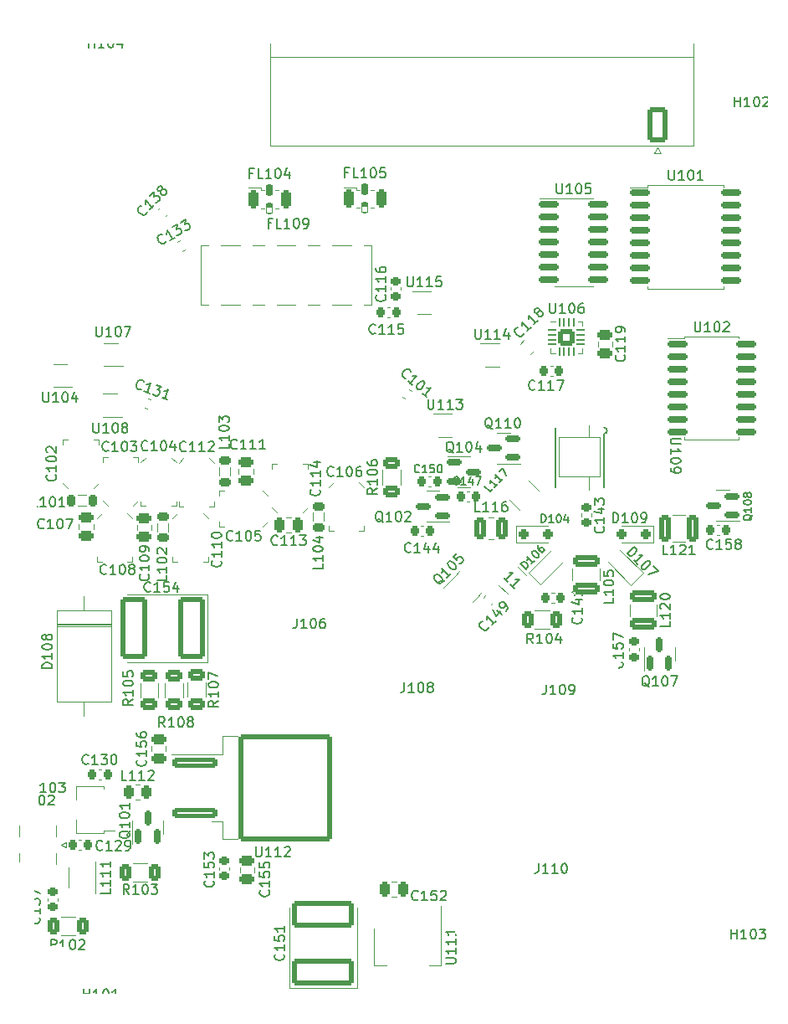
<source format=gto>
G04 #@! TF.GenerationSoftware,KiCad,Pcbnew,(7.0.0-0)*
G04 #@! TF.CreationDate,2023-05-10T16:18:41+02:00*
G04 #@! TF.ProjectId,Filter-forest-v3,46696c74-6572-42d6-966f-726573742d76,rev?*
G04 #@! TF.SameCoordinates,Original*
G04 #@! TF.FileFunction,Legend,Top*
G04 #@! TF.FilePolarity,Positive*
%FSLAX46Y46*%
G04 Gerber Fmt 4.6, Leading zero omitted, Abs format (unit mm)*
G04 Created by KiCad (PCBNEW (7.0.0-0)) date 2023-05-10 16:18:41*
%MOMM*%
%LPD*%
G01*
G04 APERTURE LIST*
G04 Aperture macros list*
%AMRoundRect*
0 Rectangle with rounded corners*
0 $1 Rounding radius*
0 $2 $3 $4 $5 $6 $7 $8 $9 X,Y pos of 4 corners*
0 Add a 4 corners polygon primitive as box body*
4,1,4,$2,$3,$4,$5,$6,$7,$8,$9,$2,$3,0*
0 Add four circle primitives for the rounded corners*
1,1,$1+$1,$2,$3*
1,1,$1+$1,$4,$5*
1,1,$1+$1,$6,$7*
1,1,$1+$1,$8,$9*
0 Add four rect primitives between the rounded corners*
20,1,$1+$1,$2,$3,$4,$5,0*
20,1,$1+$1,$4,$5,$6,$7,0*
20,1,$1+$1,$6,$7,$8,$9,0*
20,1,$1+$1,$8,$9,$2,$3,0*%
%AMFreePoly0*
4,1,9,3.862500,-0.866500,0.737500,-0.866500,0.737500,-0.450000,-0.737500,-0.450000,-0.737500,0.450000,0.737500,0.450000,0.737500,0.866500,3.862500,0.866500,3.862500,-0.866500,3.862500,-0.866500,$1*%
G04 Aperture macros list end*
%ADD10C,0.150000*%
%ADD11C,0.120000*%
%ADD12C,0.010000*%
%ADD13C,2.000000*%
%ADD14RoundRect,0.250000X-0.475000X0.250000X-0.475000X-0.250000X0.475000X-0.250000X0.475000X0.250000X0*%
%ADD15R,0.650000X0.400000*%
%ADD16RoundRect,0.250000X0.625000X-0.312500X0.625000X0.312500X-0.625000X0.312500X-0.625000X-0.312500X0*%
%ADD17RoundRect,0.150000X-0.825000X-0.150000X0.825000X-0.150000X0.825000X0.150000X-0.825000X0.150000X0*%
%ADD18R,2.600000X2.600000*%
%ADD19O,2.600000X2.600000*%
%ADD20RoundRect,0.249600X-0.270400X-0.650400X0.270400X-0.650400X0.270400X0.650400X-0.270400X0.650400X0*%
%ADD21RoundRect,0.152500X-0.152500X-0.470000X0.152500X-0.470000X0.152500X0.470000X-0.152500X0.470000X0*%
%ADD22C,0.610000*%
%ADD23RoundRect,0.250000X-0.625000X0.312500X-0.625000X-0.312500X0.625000X-0.312500X0.625000X0.312500X0*%
%ADD24RoundRect,0.150000X0.587500X0.150000X-0.587500X0.150000X-0.587500X-0.150000X0.587500X-0.150000X0*%
%ADD25C,2.500000*%
%ADD26C,3.500000*%
%ADD27RoundRect,0.150000X-0.309359X-0.521491X0.521491X0.309359X0.309359X0.521491X-0.521491X-0.309359X0*%
%ADD28RoundRect,0.225000X0.225000X0.250000X-0.225000X0.250000X-0.225000X-0.250000X0.225000X-0.250000X0*%
%ADD29R,2.700000X1.150000*%
%ADD30RoundRect,0.225000X0.250000X-0.225000X0.250000X0.225000X-0.250000X0.225000X-0.250000X-0.225000X0*%
%ADD31RoundRect,0.218750X-0.381250X0.218750X-0.381250X-0.218750X0.381250X-0.218750X0.381250X0.218750X0*%
%ADD32RoundRect,0.225000X-0.225000X-0.250000X0.225000X-0.250000X0.225000X0.250000X-0.225000X0.250000X0*%
%ADD33RoundRect,0.250000X-0.262500X-0.450000X0.262500X-0.450000X0.262500X0.450000X-0.262500X0.450000X0*%
%ADD34R,1.000000X0.850000*%
%ADD35RoundRect,0.250000X0.250000X0.475000X-0.250000X0.475000X-0.250000X-0.475000X0.250000X-0.475000X0*%
%ADD36R,0.850000X1.000000*%
%ADD37RoundRect,0.250000X0.250000X0.250000X-0.250000X0.250000X-0.250000X-0.250000X0.250000X-0.250000X0*%
%ADD38RoundRect,0.225000X-0.250000X0.225000X-0.250000X-0.225000X0.250000X-0.225000X0.250000X0.225000X0*%
%ADD39RoundRect,0.250000X0.312500X0.625000X-0.312500X0.625000X-0.312500X-0.625000X0.312500X-0.625000X0*%
%ADD40RoundRect,0.250000X0.159099X-0.512652X0.512652X-0.159099X-0.159099X0.512652X-0.512652X0.159099X0*%
%ADD41RoundRect,0.250000X0.475000X-0.250000X0.475000X0.250000X-0.475000X0.250000X-0.475000X-0.250000X0*%
%ADD42RoundRect,0.250000X-2.050000X-0.300000X2.050000X-0.300000X2.050000X0.300000X-2.050000X0.300000X0*%
%ADD43RoundRect,0.250002X-4.449998X-5.149998X4.449998X-5.149998X4.449998X5.149998X-4.449998X5.149998X0*%
%ADD44RoundRect,0.250000X-0.250000X-0.475000X0.250000X-0.475000X0.250000X0.475000X-0.250000X0.475000X0*%
%ADD45RoundRect,0.225000X-0.296936X-0.157969X0.125926X-0.311878X0.296936X0.157969X-0.125926X0.311878X0*%
%ADD46RoundRect,0.250000X-0.375000X-0.850000X0.375000X-0.850000X0.375000X0.850000X-0.375000X0.850000X0*%
%ADD47C,5.600000*%
%ADD48RoundRect,0.250000X2.900000X-1.087500X2.900000X1.087500X-2.900000X1.087500X-2.900000X-1.087500X0*%
%ADD49RoundRect,0.250000X1.087500X2.900000X-1.087500X2.900000X-1.087500X-2.900000X1.087500X-2.900000X0*%
%ADD50RoundRect,0.250000X0.000000X-0.353553X0.353553X0.000000X0.000000X0.353553X-0.353553X0.000000X0*%
%ADD51RoundRect,0.225000X0.017678X-0.335876X0.335876X-0.017678X-0.017678X0.335876X-0.335876X0.017678X0*%
%ADD52R,0.510000X1.020000*%
%ADD53RoundRect,0.001000X-2.100000X2.010000X-2.100000X-2.010000X2.100000X-2.010000X2.100000X2.010000X0*%
%ADD54RoundRect,0.218750X0.218750X0.381250X-0.218750X0.381250X-0.218750X-0.381250X0.218750X-0.381250X0*%
%ADD55RoundRect,0.250000X-1.025305X-0.494975X-0.494975X-1.025305X1.025305X0.494975X0.494975X1.025305X0*%
%ADD56RoundRect,0.150000X-0.587500X-0.150000X0.587500X-0.150000X0.587500X0.150000X-0.587500X0.150000X0*%
%ADD57RoundRect,0.218750X0.381250X-0.218750X0.381250X0.218750X-0.381250X0.218750X-0.381250X-0.218750X0*%
%ADD58R,3.600000X1.270000*%
%ADD59R,4.200000X1.350000*%
%ADD60RoundRect,0.250000X-1.069499X-0.486136X-0.486136X-1.069499X1.069499X0.486136X0.486136X1.069499X0*%
%ADD61RoundRect,0.250000X-1.075000X0.375000X-1.075000X-0.375000X1.075000X-0.375000X1.075000X0.375000X0*%
%ADD62RoundRect,0.225000X-0.069856X-0.329006X0.319856X-0.104006X0.069856X0.329006X-0.319856X0.104006X0*%
%ADD63R,1.200000X1.600000*%
%ADD64RoundRect,0.250000X-0.250000X-0.250000X0.250000X-0.250000X0.250000X0.250000X-0.250000X0.250000X0*%
%ADD65RoundRect,0.150000X0.150000X-0.587500X0.150000X0.587500X-0.150000X0.587500X-0.150000X-0.587500X0*%
%ADD66RoundRect,0.249999X0.790001X1.550001X-0.790001X1.550001X-0.790001X-1.550001X0.790001X-1.550001X0*%
%ADD67O,2.080000X3.600000*%
%ADD68RoundRect,0.250000X0.353553X0.000000X0.000000X0.353553X-0.353553X0.000000X0.000000X-0.353553X0*%
%ADD69RoundRect,0.250000X0.375000X1.075000X-0.375000X1.075000X-0.375000X-1.075000X0.375000X-1.075000X0*%
%ADD70RoundRect,0.150000X-0.875000X-0.150000X0.875000X-0.150000X0.875000X0.150000X-0.875000X0.150000X0*%
%ADD71RoundRect,0.150000X-0.837500X-0.150000X0.837500X-0.150000X0.837500X0.150000X-0.837500X0.150000X0*%
%ADD72RoundRect,0.225000X-0.333057X-0.046884X0.011663X-0.336138X0.333057X0.046884X-0.011663X0.336138X0*%
%ADD73R,1.300000X0.900000*%
%ADD74FreePoly0,180.000000*%
%ADD75RoundRect,0.250000X1.075000X-0.375000X1.075000X0.375000X-1.075000X0.375000X-1.075000X-0.375000X0*%
%ADD76RoundRect,0.062500X-0.337500X-0.062500X0.337500X-0.062500X0.337500X0.062500X-0.337500X0.062500X0*%
%ADD77RoundRect,0.062500X-0.062500X-0.337500X0.062500X-0.337500X0.062500X0.337500X-0.062500X0.337500X0*%
%ADD78RoundRect,0.250000X-0.600000X-0.600000X0.600000X-0.600000X0.600000X0.600000X-0.600000X0.600000X0*%
%ADD79R,1.500000X2.000000*%
%ADD80R,3.800000X2.000000*%
%ADD81C,2.610000*%
%ADD82O,1.800000X1.000000*%
G04 #@! TA.AperFunction,Profile*
%ADD83C,0.100000*%
G04 #@! TD*
G04 APERTURE END LIST*
D10*
X101412142Y-85679047D02*
X101459761Y-85726666D01*
X101459761Y-85726666D02*
X101507380Y-85869523D01*
X101507380Y-85869523D02*
X101507380Y-85964761D01*
X101507380Y-85964761D02*
X101459761Y-86107618D01*
X101459761Y-86107618D02*
X101364523Y-86202856D01*
X101364523Y-86202856D02*
X101269285Y-86250475D01*
X101269285Y-86250475D02*
X101078809Y-86298094D01*
X101078809Y-86298094D02*
X100935952Y-86298094D01*
X100935952Y-86298094D02*
X100745476Y-86250475D01*
X100745476Y-86250475D02*
X100650238Y-86202856D01*
X100650238Y-86202856D02*
X100555000Y-86107618D01*
X100555000Y-86107618D02*
X100507380Y-85964761D01*
X100507380Y-85964761D02*
X100507380Y-85869523D01*
X100507380Y-85869523D02*
X100555000Y-85726666D01*
X100555000Y-85726666D02*
X100602619Y-85679047D01*
X101507380Y-84726666D02*
X101507380Y-85298094D01*
X101507380Y-85012380D02*
X100507380Y-85012380D01*
X100507380Y-85012380D02*
X100650238Y-85107618D01*
X100650238Y-85107618D02*
X100745476Y-85202856D01*
X100745476Y-85202856D02*
X100793095Y-85298094D01*
X100507380Y-84107618D02*
X100507380Y-84012380D01*
X100507380Y-84012380D02*
X100555000Y-83917142D01*
X100555000Y-83917142D02*
X100602619Y-83869523D01*
X100602619Y-83869523D02*
X100697857Y-83821904D01*
X100697857Y-83821904D02*
X100888333Y-83774285D01*
X100888333Y-83774285D02*
X101126428Y-83774285D01*
X101126428Y-83774285D02*
X101316904Y-83821904D01*
X101316904Y-83821904D02*
X101412142Y-83869523D01*
X101412142Y-83869523D02*
X101459761Y-83917142D01*
X101459761Y-83917142D02*
X101507380Y-84012380D01*
X101507380Y-84012380D02*
X101507380Y-84107618D01*
X101507380Y-84107618D02*
X101459761Y-84202856D01*
X101459761Y-84202856D02*
X101412142Y-84250475D01*
X101412142Y-84250475D02*
X101316904Y-84298094D01*
X101316904Y-84298094D02*
X101126428Y-84345713D01*
X101126428Y-84345713D02*
X100888333Y-84345713D01*
X100888333Y-84345713D02*
X100697857Y-84298094D01*
X100697857Y-84298094D02*
X100602619Y-84250475D01*
X100602619Y-84250475D02*
X100555000Y-84202856D01*
X100555000Y-84202856D02*
X100507380Y-84107618D01*
X101507380Y-83298094D02*
X101507380Y-83107618D01*
X101507380Y-83107618D02*
X101459761Y-83012380D01*
X101459761Y-83012380D02*
X101412142Y-82964761D01*
X101412142Y-82964761D02*
X101269285Y-82869523D01*
X101269285Y-82869523D02*
X101078809Y-82821904D01*
X101078809Y-82821904D02*
X100697857Y-82821904D01*
X100697857Y-82821904D02*
X100602619Y-82869523D01*
X100602619Y-82869523D02*
X100555000Y-82917142D01*
X100555000Y-82917142D02*
X100507380Y-83012380D01*
X100507380Y-83012380D02*
X100507380Y-83202856D01*
X100507380Y-83202856D02*
X100555000Y-83298094D01*
X100555000Y-83298094D02*
X100602619Y-83345713D01*
X100602619Y-83345713D02*
X100697857Y-83393332D01*
X100697857Y-83393332D02*
X100935952Y-83393332D01*
X100935952Y-83393332D02*
X101031190Y-83345713D01*
X101031190Y-83345713D02*
X101078809Y-83298094D01*
X101078809Y-83298094D02*
X101126428Y-83202856D01*
X101126428Y-83202856D02*
X101126428Y-83012380D01*
X101126428Y-83012380D02*
X101078809Y-82917142D01*
X101078809Y-82917142D02*
X101031190Y-82869523D01*
X101031190Y-82869523D02*
X100935952Y-82821904D01*
X90850952Y-80962142D02*
X90803333Y-81009761D01*
X90803333Y-81009761D02*
X90660476Y-81057380D01*
X90660476Y-81057380D02*
X90565238Y-81057380D01*
X90565238Y-81057380D02*
X90422381Y-81009761D01*
X90422381Y-81009761D02*
X90327143Y-80914523D01*
X90327143Y-80914523D02*
X90279524Y-80819285D01*
X90279524Y-80819285D02*
X90231905Y-80628809D01*
X90231905Y-80628809D02*
X90231905Y-80485952D01*
X90231905Y-80485952D02*
X90279524Y-80295476D01*
X90279524Y-80295476D02*
X90327143Y-80200238D01*
X90327143Y-80200238D02*
X90422381Y-80105000D01*
X90422381Y-80105000D02*
X90565238Y-80057380D01*
X90565238Y-80057380D02*
X90660476Y-80057380D01*
X90660476Y-80057380D02*
X90803333Y-80105000D01*
X90803333Y-80105000D02*
X90850952Y-80152619D01*
X91803333Y-81057380D02*
X91231905Y-81057380D01*
X91517619Y-81057380D02*
X91517619Y-80057380D01*
X91517619Y-80057380D02*
X91422381Y-80200238D01*
X91422381Y-80200238D02*
X91327143Y-80295476D01*
X91327143Y-80295476D02*
X91231905Y-80343095D01*
X92422381Y-80057380D02*
X92517619Y-80057380D01*
X92517619Y-80057380D02*
X92612857Y-80105000D01*
X92612857Y-80105000D02*
X92660476Y-80152619D01*
X92660476Y-80152619D02*
X92708095Y-80247857D01*
X92708095Y-80247857D02*
X92755714Y-80438333D01*
X92755714Y-80438333D02*
X92755714Y-80676428D01*
X92755714Y-80676428D02*
X92708095Y-80866904D01*
X92708095Y-80866904D02*
X92660476Y-80962142D01*
X92660476Y-80962142D02*
X92612857Y-81009761D01*
X92612857Y-81009761D02*
X92517619Y-81057380D01*
X92517619Y-81057380D02*
X92422381Y-81057380D01*
X92422381Y-81057380D02*
X92327143Y-81009761D01*
X92327143Y-81009761D02*
X92279524Y-80962142D01*
X92279524Y-80962142D02*
X92231905Y-80866904D01*
X92231905Y-80866904D02*
X92184286Y-80676428D01*
X92184286Y-80676428D02*
X92184286Y-80438333D01*
X92184286Y-80438333D02*
X92231905Y-80247857D01*
X92231905Y-80247857D02*
X92279524Y-80152619D01*
X92279524Y-80152619D02*
X92327143Y-80105000D01*
X92327143Y-80105000D02*
X92422381Y-80057380D01*
X93089048Y-80057380D02*
X93755714Y-80057380D01*
X93755714Y-80057380D02*
X93327143Y-81057380D01*
X96121714Y-60615380D02*
X96121714Y-61424904D01*
X96121714Y-61424904D02*
X96169333Y-61520142D01*
X96169333Y-61520142D02*
X96216952Y-61567761D01*
X96216952Y-61567761D02*
X96312190Y-61615380D01*
X96312190Y-61615380D02*
X96502666Y-61615380D01*
X96502666Y-61615380D02*
X96597904Y-61567761D01*
X96597904Y-61567761D02*
X96645523Y-61520142D01*
X96645523Y-61520142D02*
X96693142Y-61424904D01*
X96693142Y-61424904D02*
X96693142Y-60615380D01*
X97693142Y-61615380D02*
X97121714Y-61615380D01*
X97407428Y-61615380D02*
X97407428Y-60615380D01*
X97407428Y-60615380D02*
X97312190Y-60758238D01*
X97312190Y-60758238D02*
X97216952Y-60853476D01*
X97216952Y-60853476D02*
X97121714Y-60901095D01*
X98312190Y-60615380D02*
X98407428Y-60615380D01*
X98407428Y-60615380D02*
X98502666Y-60663000D01*
X98502666Y-60663000D02*
X98550285Y-60710619D01*
X98550285Y-60710619D02*
X98597904Y-60805857D01*
X98597904Y-60805857D02*
X98645523Y-60996333D01*
X98645523Y-60996333D02*
X98645523Y-61234428D01*
X98645523Y-61234428D02*
X98597904Y-61424904D01*
X98597904Y-61424904D02*
X98550285Y-61520142D01*
X98550285Y-61520142D02*
X98502666Y-61567761D01*
X98502666Y-61567761D02*
X98407428Y-61615380D01*
X98407428Y-61615380D02*
X98312190Y-61615380D01*
X98312190Y-61615380D02*
X98216952Y-61567761D01*
X98216952Y-61567761D02*
X98169333Y-61520142D01*
X98169333Y-61520142D02*
X98121714Y-61424904D01*
X98121714Y-61424904D02*
X98074095Y-61234428D01*
X98074095Y-61234428D02*
X98074095Y-60996333D01*
X98074095Y-60996333D02*
X98121714Y-60805857D01*
X98121714Y-60805857D02*
X98169333Y-60710619D01*
X98169333Y-60710619D02*
X98216952Y-60663000D01*
X98216952Y-60663000D02*
X98312190Y-60615380D01*
X98978857Y-60615380D02*
X99645523Y-60615380D01*
X99645523Y-60615380D02*
X99216952Y-61615380D01*
X124587380Y-76979047D02*
X124111190Y-77312380D01*
X124587380Y-77550475D02*
X123587380Y-77550475D01*
X123587380Y-77550475D02*
X123587380Y-77169523D01*
X123587380Y-77169523D02*
X123635000Y-77074285D01*
X123635000Y-77074285D02*
X123682619Y-77026666D01*
X123682619Y-77026666D02*
X123777857Y-76979047D01*
X123777857Y-76979047D02*
X123920714Y-76979047D01*
X123920714Y-76979047D02*
X124015952Y-77026666D01*
X124015952Y-77026666D02*
X124063571Y-77074285D01*
X124063571Y-77074285D02*
X124111190Y-77169523D01*
X124111190Y-77169523D02*
X124111190Y-77550475D01*
X124587380Y-76026666D02*
X124587380Y-76598094D01*
X124587380Y-76312380D02*
X123587380Y-76312380D01*
X123587380Y-76312380D02*
X123730238Y-76407618D01*
X123730238Y-76407618D02*
X123825476Y-76502856D01*
X123825476Y-76502856D02*
X123873095Y-76598094D01*
X123587380Y-75407618D02*
X123587380Y-75312380D01*
X123587380Y-75312380D02*
X123635000Y-75217142D01*
X123635000Y-75217142D02*
X123682619Y-75169523D01*
X123682619Y-75169523D02*
X123777857Y-75121904D01*
X123777857Y-75121904D02*
X123968333Y-75074285D01*
X123968333Y-75074285D02*
X124206428Y-75074285D01*
X124206428Y-75074285D02*
X124396904Y-75121904D01*
X124396904Y-75121904D02*
X124492142Y-75169523D01*
X124492142Y-75169523D02*
X124539761Y-75217142D01*
X124539761Y-75217142D02*
X124587380Y-75312380D01*
X124587380Y-75312380D02*
X124587380Y-75407618D01*
X124587380Y-75407618D02*
X124539761Y-75502856D01*
X124539761Y-75502856D02*
X124492142Y-75550475D01*
X124492142Y-75550475D02*
X124396904Y-75598094D01*
X124396904Y-75598094D02*
X124206428Y-75645713D01*
X124206428Y-75645713D02*
X123968333Y-75645713D01*
X123968333Y-75645713D02*
X123777857Y-75598094D01*
X123777857Y-75598094D02*
X123682619Y-75550475D01*
X123682619Y-75550475D02*
X123635000Y-75502856D01*
X123635000Y-75502856D02*
X123587380Y-75407618D01*
X123587380Y-74217142D02*
X123587380Y-74407618D01*
X123587380Y-74407618D02*
X123635000Y-74502856D01*
X123635000Y-74502856D02*
X123682619Y-74550475D01*
X123682619Y-74550475D02*
X123825476Y-74645713D01*
X123825476Y-74645713D02*
X124015952Y-74693332D01*
X124015952Y-74693332D02*
X124396904Y-74693332D01*
X124396904Y-74693332D02*
X124492142Y-74645713D01*
X124492142Y-74645713D02*
X124539761Y-74598094D01*
X124539761Y-74598094D02*
X124587380Y-74502856D01*
X124587380Y-74502856D02*
X124587380Y-74312380D01*
X124587380Y-74312380D02*
X124539761Y-74217142D01*
X124539761Y-74217142D02*
X124492142Y-74169523D01*
X124492142Y-74169523D02*
X124396904Y-74121904D01*
X124396904Y-74121904D02*
X124158809Y-74121904D01*
X124158809Y-74121904D02*
X124063571Y-74169523D01*
X124063571Y-74169523D02*
X124015952Y-74217142D01*
X124015952Y-74217142D02*
X123968333Y-74312380D01*
X123968333Y-74312380D02*
X123968333Y-74502856D01*
X123968333Y-74502856D02*
X124015952Y-74598094D01*
X124015952Y-74598094D02*
X124063571Y-74645713D01*
X124063571Y-74645713D02*
X124158809Y-74693332D01*
X142735714Y-46177380D02*
X142735714Y-46986904D01*
X142735714Y-46986904D02*
X142783333Y-47082142D01*
X142783333Y-47082142D02*
X142830952Y-47129761D01*
X142830952Y-47129761D02*
X142926190Y-47177380D01*
X142926190Y-47177380D02*
X143116666Y-47177380D01*
X143116666Y-47177380D02*
X143211904Y-47129761D01*
X143211904Y-47129761D02*
X143259523Y-47082142D01*
X143259523Y-47082142D02*
X143307142Y-46986904D01*
X143307142Y-46986904D02*
X143307142Y-46177380D01*
X144307142Y-47177380D02*
X143735714Y-47177380D01*
X144021428Y-47177380D02*
X144021428Y-46177380D01*
X144021428Y-46177380D02*
X143926190Y-46320238D01*
X143926190Y-46320238D02*
X143830952Y-46415476D01*
X143830952Y-46415476D02*
X143735714Y-46463095D01*
X144926190Y-46177380D02*
X145021428Y-46177380D01*
X145021428Y-46177380D02*
X145116666Y-46225000D01*
X145116666Y-46225000D02*
X145164285Y-46272619D01*
X145164285Y-46272619D02*
X145211904Y-46367857D01*
X145211904Y-46367857D02*
X145259523Y-46558333D01*
X145259523Y-46558333D02*
X145259523Y-46796428D01*
X145259523Y-46796428D02*
X145211904Y-46986904D01*
X145211904Y-46986904D02*
X145164285Y-47082142D01*
X145164285Y-47082142D02*
X145116666Y-47129761D01*
X145116666Y-47129761D02*
X145021428Y-47177380D01*
X145021428Y-47177380D02*
X144926190Y-47177380D01*
X144926190Y-47177380D02*
X144830952Y-47129761D01*
X144830952Y-47129761D02*
X144783333Y-47082142D01*
X144783333Y-47082142D02*
X144735714Y-46986904D01*
X144735714Y-46986904D02*
X144688095Y-46796428D01*
X144688095Y-46796428D02*
X144688095Y-46558333D01*
X144688095Y-46558333D02*
X144735714Y-46367857D01*
X144735714Y-46367857D02*
X144783333Y-46272619D01*
X144783333Y-46272619D02*
X144830952Y-46225000D01*
X144830952Y-46225000D02*
X144926190Y-46177380D01*
X146164285Y-46177380D02*
X145688095Y-46177380D01*
X145688095Y-46177380D02*
X145640476Y-46653571D01*
X145640476Y-46653571D02*
X145688095Y-46605952D01*
X145688095Y-46605952D02*
X145783333Y-46558333D01*
X145783333Y-46558333D02*
X146021428Y-46558333D01*
X146021428Y-46558333D02*
X146116666Y-46605952D01*
X146116666Y-46605952D02*
X146164285Y-46653571D01*
X146164285Y-46653571D02*
X146211904Y-46748809D01*
X146211904Y-46748809D02*
X146211904Y-46986904D01*
X146211904Y-46986904D02*
X146164285Y-47082142D01*
X146164285Y-47082142D02*
X146116666Y-47129761D01*
X146116666Y-47129761D02*
X146021428Y-47177380D01*
X146021428Y-47177380D02*
X145783333Y-47177380D01*
X145783333Y-47177380D02*
X145688095Y-47129761D01*
X145688095Y-47129761D02*
X145640476Y-47082142D01*
X91667380Y-95190475D02*
X90667380Y-95190475D01*
X90667380Y-95190475D02*
X90667380Y-94952380D01*
X90667380Y-94952380D02*
X90715000Y-94809523D01*
X90715000Y-94809523D02*
X90810238Y-94714285D01*
X90810238Y-94714285D02*
X90905476Y-94666666D01*
X90905476Y-94666666D02*
X91095952Y-94619047D01*
X91095952Y-94619047D02*
X91238809Y-94619047D01*
X91238809Y-94619047D02*
X91429285Y-94666666D01*
X91429285Y-94666666D02*
X91524523Y-94714285D01*
X91524523Y-94714285D02*
X91619761Y-94809523D01*
X91619761Y-94809523D02*
X91667380Y-94952380D01*
X91667380Y-94952380D02*
X91667380Y-95190475D01*
X91667380Y-93666666D02*
X91667380Y-94238094D01*
X91667380Y-93952380D02*
X90667380Y-93952380D01*
X90667380Y-93952380D02*
X90810238Y-94047618D01*
X90810238Y-94047618D02*
X90905476Y-94142856D01*
X90905476Y-94142856D02*
X90953095Y-94238094D01*
X90667380Y-93047618D02*
X90667380Y-92952380D01*
X90667380Y-92952380D02*
X90715000Y-92857142D01*
X90715000Y-92857142D02*
X90762619Y-92809523D01*
X90762619Y-92809523D02*
X90857857Y-92761904D01*
X90857857Y-92761904D02*
X91048333Y-92714285D01*
X91048333Y-92714285D02*
X91286428Y-92714285D01*
X91286428Y-92714285D02*
X91476904Y-92761904D01*
X91476904Y-92761904D02*
X91572142Y-92809523D01*
X91572142Y-92809523D02*
X91619761Y-92857142D01*
X91619761Y-92857142D02*
X91667380Y-92952380D01*
X91667380Y-92952380D02*
X91667380Y-93047618D01*
X91667380Y-93047618D02*
X91619761Y-93142856D01*
X91619761Y-93142856D02*
X91572142Y-93190475D01*
X91572142Y-93190475D02*
X91476904Y-93238094D01*
X91476904Y-93238094D02*
X91286428Y-93285713D01*
X91286428Y-93285713D02*
X91048333Y-93285713D01*
X91048333Y-93285713D02*
X90857857Y-93238094D01*
X90857857Y-93238094D02*
X90762619Y-93190475D01*
X90762619Y-93190475D02*
X90715000Y-93142856D01*
X90715000Y-93142856D02*
X90667380Y-93047618D01*
X91095952Y-92142856D02*
X91048333Y-92238094D01*
X91048333Y-92238094D02*
X91000714Y-92285713D01*
X91000714Y-92285713D02*
X90905476Y-92333332D01*
X90905476Y-92333332D02*
X90857857Y-92333332D01*
X90857857Y-92333332D02*
X90762619Y-92285713D01*
X90762619Y-92285713D02*
X90715000Y-92238094D01*
X90715000Y-92238094D02*
X90667380Y-92142856D01*
X90667380Y-92142856D02*
X90667380Y-91952380D01*
X90667380Y-91952380D02*
X90715000Y-91857142D01*
X90715000Y-91857142D02*
X90762619Y-91809523D01*
X90762619Y-91809523D02*
X90857857Y-91761904D01*
X90857857Y-91761904D02*
X90905476Y-91761904D01*
X90905476Y-91761904D02*
X91000714Y-91809523D01*
X91000714Y-91809523D02*
X91048333Y-91857142D01*
X91048333Y-91857142D02*
X91095952Y-91952380D01*
X91095952Y-91952380D02*
X91095952Y-92142856D01*
X91095952Y-92142856D02*
X91143571Y-92238094D01*
X91143571Y-92238094D02*
X91191190Y-92285713D01*
X91191190Y-92285713D02*
X91286428Y-92333332D01*
X91286428Y-92333332D02*
X91476904Y-92333332D01*
X91476904Y-92333332D02*
X91572142Y-92285713D01*
X91572142Y-92285713D02*
X91619761Y-92238094D01*
X91619761Y-92238094D02*
X91667380Y-92142856D01*
X91667380Y-92142856D02*
X91667380Y-91952380D01*
X91667380Y-91952380D02*
X91619761Y-91857142D01*
X91619761Y-91857142D02*
X91572142Y-91809523D01*
X91572142Y-91809523D02*
X91476904Y-91761904D01*
X91476904Y-91761904D02*
X91286428Y-91761904D01*
X91286428Y-91761904D02*
X91191190Y-91809523D01*
X91191190Y-91809523D02*
X91143571Y-91857142D01*
X91143571Y-91857142D02*
X91095952Y-91952380D01*
X112000523Y-45095571D02*
X111667190Y-45095571D01*
X111667190Y-45619380D02*
X111667190Y-44619380D01*
X111667190Y-44619380D02*
X112143380Y-44619380D01*
X113000523Y-45619380D02*
X112524333Y-45619380D01*
X112524333Y-45619380D02*
X112524333Y-44619380D01*
X113857666Y-45619380D02*
X113286238Y-45619380D01*
X113571952Y-45619380D02*
X113571952Y-44619380D01*
X113571952Y-44619380D02*
X113476714Y-44762238D01*
X113476714Y-44762238D02*
X113381476Y-44857476D01*
X113381476Y-44857476D02*
X113286238Y-44905095D01*
X114476714Y-44619380D02*
X114571952Y-44619380D01*
X114571952Y-44619380D02*
X114667190Y-44667000D01*
X114667190Y-44667000D02*
X114714809Y-44714619D01*
X114714809Y-44714619D02*
X114762428Y-44809857D01*
X114762428Y-44809857D02*
X114810047Y-45000333D01*
X114810047Y-45000333D02*
X114810047Y-45238428D01*
X114810047Y-45238428D02*
X114762428Y-45428904D01*
X114762428Y-45428904D02*
X114714809Y-45524142D01*
X114714809Y-45524142D02*
X114667190Y-45571761D01*
X114667190Y-45571761D02*
X114571952Y-45619380D01*
X114571952Y-45619380D02*
X114476714Y-45619380D01*
X114476714Y-45619380D02*
X114381476Y-45571761D01*
X114381476Y-45571761D02*
X114333857Y-45524142D01*
X114333857Y-45524142D02*
X114286238Y-45428904D01*
X114286238Y-45428904D02*
X114238619Y-45238428D01*
X114238619Y-45238428D02*
X114238619Y-45000333D01*
X114238619Y-45000333D02*
X114286238Y-44809857D01*
X114286238Y-44809857D02*
X114333857Y-44714619D01*
X114333857Y-44714619D02*
X114381476Y-44667000D01*
X114381476Y-44667000D02*
X114476714Y-44619380D01*
X115667190Y-44952714D02*
X115667190Y-45619380D01*
X115429095Y-44571761D02*
X115191000Y-45286047D01*
X115191000Y-45286047D02*
X115810047Y-45286047D01*
X108487380Y-98469047D02*
X108011190Y-98802380D01*
X108487380Y-99040475D02*
X107487380Y-99040475D01*
X107487380Y-99040475D02*
X107487380Y-98659523D01*
X107487380Y-98659523D02*
X107535000Y-98564285D01*
X107535000Y-98564285D02*
X107582619Y-98516666D01*
X107582619Y-98516666D02*
X107677857Y-98469047D01*
X107677857Y-98469047D02*
X107820714Y-98469047D01*
X107820714Y-98469047D02*
X107915952Y-98516666D01*
X107915952Y-98516666D02*
X107963571Y-98564285D01*
X107963571Y-98564285D02*
X108011190Y-98659523D01*
X108011190Y-98659523D02*
X108011190Y-99040475D01*
X108487380Y-97516666D02*
X108487380Y-98088094D01*
X108487380Y-97802380D02*
X107487380Y-97802380D01*
X107487380Y-97802380D02*
X107630238Y-97897618D01*
X107630238Y-97897618D02*
X107725476Y-97992856D01*
X107725476Y-97992856D02*
X107773095Y-98088094D01*
X107487380Y-96897618D02*
X107487380Y-96802380D01*
X107487380Y-96802380D02*
X107535000Y-96707142D01*
X107535000Y-96707142D02*
X107582619Y-96659523D01*
X107582619Y-96659523D02*
X107677857Y-96611904D01*
X107677857Y-96611904D02*
X107868333Y-96564285D01*
X107868333Y-96564285D02*
X108106428Y-96564285D01*
X108106428Y-96564285D02*
X108296904Y-96611904D01*
X108296904Y-96611904D02*
X108392142Y-96659523D01*
X108392142Y-96659523D02*
X108439761Y-96707142D01*
X108439761Y-96707142D02*
X108487380Y-96802380D01*
X108487380Y-96802380D02*
X108487380Y-96897618D01*
X108487380Y-96897618D02*
X108439761Y-96992856D01*
X108439761Y-96992856D02*
X108392142Y-97040475D01*
X108392142Y-97040475D02*
X108296904Y-97088094D01*
X108296904Y-97088094D02*
X108106428Y-97135713D01*
X108106428Y-97135713D02*
X107868333Y-97135713D01*
X107868333Y-97135713D02*
X107677857Y-97088094D01*
X107677857Y-97088094D02*
X107582619Y-97040475D01*
X107582619Y-97040475D02*
X107535000Y-96992856D01*
X107535000Y-96992856D02*
X107487380Y-96897618D01*
X107487380Y-96230951D02*
X107487380Y-95564285D01*
X107487380Y-95564285D02*
X108487380Y-95992856D01*
X162540095Y-79648095D02*
X162502000Y-79724285D01*
X162502000Y-79724285D02*
X162425809Y-79800476D01*
X162425809Y-79800476D02*
X162311523Y-79914762D01*
X162311523Y-79914762D02*
X162273428Y-79990952D01*
X162273428Y-79990952D02*
X162273428Y-80067143D01*
X162463904Y-80029047D02*
X162425809Y-80105238D01*
X162425809Y-80105238D02*
X162349619Y-80181428D01*
X162349619Y-80181428D02*
X162197238Y-80219524D01*
X162197238Y-80219524D02*
X161930571Y-80219524D01*
X161930571Y-80219524D02*
X161778190Y-80181428D01*
X161778190Y-80181428D02*
X161702000Y-80105238D01*
X161702000Y-80105238D02*
X161663904Y-80029047D01*
X161663904Y-80029047D02*
X161663904Y-79876666D01*
X161663904Y-79876666D02*
X161702000Y-79800476D01*
X161702000Y-79800476D02*
X161778190Y-79724285D01*
X161778190Y-79724285D02*
X161930571Y-79686190D01*
X161930571Y-79686190D02*
X162197238Y-79686190D01*
X162197238Y-79686190D02*
X162349619Y-79724285D01*
X162349619Y-79724285D02*
X162425809Y-79800476D01*
X162425809Y-79800476D02*
X162463904Y-79876666D01*
X162463904Y-79876666D02*
X162463904Y-80029047D01*
X162463904Y-78924286D02*
X162463904Y-79381429D01*
X162463904Y-79152857D02*
X161663904Y-79152857D01*
X161663904Y-79152857D02*
X161778190Y-79229048D01*
X161778190Y-79229048D02*
X161854380Y-79305238D01*
X161854380Y-79305238D02*
X161892476Y-79381429D01*
X161663904Y-78429047D02*
X161663904Y-78352857D01*
X161663904Y-78352857D02*
X161702000Y-78276666D01*
X161702000Y-78276666D02*
X161740095Y-78238571D01*
X161740095Y-78238571D02*
X161816285Y-78200476D01*
X161816285Y-78200476D02*
X161968666Y-78162381D01*
X161968666Y-78162381D02*
X162159142Y-78162381D01*
X162159142Y-78162381D02*
X162311523Y-78200476D01*
X162311523Y-78200476D02*
X162387714Y-78238571D01*
X162387714Y-78238571D02*
X162425809Y-78276666D01*
X162425809Y-78276666D02*
X162463904Y-78352857D01*
X162463904Y-78352857D02*
X162463904Y-78429047D01*
X162463904Y-78429047D02*
X162425809Y-78505238D01*
X162425809Y-78505238D02*
X162387714Y-78543333D01*
X162387714Y-78543333D02*
X162311523Y-78581428D01*
X162311523Y-78581428D02*
X162159142Y-78619524D01*
X162159142Y-78619524D02*
X161968666Y-78619524D01*
X161968666Y-78619524D02*
X161816285Y-78581428D01*
X161816285Y-78581428D02*
X161740095Y-78543333D01*
X161740095Y-78543333D02*
X161702000Y-78505238D01*
X161702000Y-78505238D02*
X161663904Y-78429047D01*
X162006761Y-77705238D02*
X161968666Y-77781428D01*
X161968666Y-77781428D02*
X161930571Y-77819523D01*
X161930571Y-77819523D02*
X161854380Y-77857619D01*
X161854380Y-77857619D02*
X161816285Y-77857619D01*
X161816285Y-77857619D02*
X161740095Y-77819523D01*
X161740095Y-77819523D02*
X161702000Y-77781428D01*
X161702000Y-77781428D02*
X161663904Y-77705238D01*
X161663904Y-77705238D02*
X161663904Y-77552857D01*
X161663904Y-77552857D02*
X161702000Y-77476666D01*
X161702000Y-77476666D02*
X161740095Y-77438571D01*
X161740095Y-77438571D02*
X161816285Y-77400476D01*
X161816285Y-77400476D02*
X161854380Y-77400476D01*
X161854380Y-77400476D02*
X161930571Y-77438571D01*
X161930571Y-77438571D02*
X161968666Y-77476666D01*
X161968666Y-77476666D02*
X162006761Y-77552857D01*
X162006761Y-77552857D02*
X162006761Y-77705238D01*
X162006761Y-77705238D02*
X162044857Y-77781428D01*
X162044857Y-77781428D02*
X162082952Y-77819523D01*
X162082952Y-77819523D02*
X162159142Y-77857619D01*
X162159142Y-77857619D02*
X162311523Y-77857619D01*
X162311523Y-77857619D02*
X162387714Y-77819523D01*
X162387714Y-77819523D02*
X162425809Y-77781428D01*
X162425809Y-77781428D02*
X162463904Y-77705238D01*
X162463904Y-77705238D02*
X162463904Y-77552857D01*
X162463904Y-77552857D02*
X162425809Y-77476666D01*
X162425809Y-77476666D02*
X162387714Y-77438571D01*
X162387714Y-77438571D02*
X162311523Y-77400476D01*
X162311523Y-77400476D02*
X162159142Y-77400476D01*
X162159142Y-77400476D02*
X162082952Y-77438571D01*
X162082952Y-77438571D02*
X162044857Y-77476666D01*
X162044857Y-77476666D02*
X162006761Y-77552857D01*
X127324285Y-96627380D02*
X127324285Y-97341666D01*
X127324285Y-97341666D02*
X127276666Y-97484523D01*
X127276666Y-97484523D02*
X127181428Y-97579761D01*
X127181428Y-97579761D02*
X127038571Y-97627380D01*
X127038571Y-97627380D02*
X126943333Y-97627380D01*
X128324285Y-97627380D02*
X127752857Y-97627380D01*
X128038571Y-97627380D02*
X128038571Y-96627380D01*
X128038571Y-96627380D02*
X127943333Y-96770238D01*
X127943333Y-96770238D02*
X127848095Y-96865476D01*
X127848095Y-96865476D02*
X127752857Y-96913095D01*
X128943333Y-96627380D02*
X129038571Y-96627380D01*
X129038571Y-96627380D02*
X129133809Y-96675000D01*
X129133809Y-96675000D02*
X129181428Y-96722619D01*
X129181428Y-96722619D02*
X129229047Y-96817857D01*
X129229047Y-96817857D02*
X129276666Y-97008333D01*
X129276666Y-97008333D02*
X129276666Y-97246428D01*
X129276666Y-97246428D02*
X129229047Y-97436904D01*
X129229047Y-97436904D02*
X129181428Y-97532142D01*
X129181428Y-97532142D02*
X129133809Y-97579761D01*
X129133809Y-97579761D02*
X129038571Y-97627380D01*
X129038571Y-97627380D02*
X128943333Y-97627380D01*
X128943333Y-97627380D02*
X128848095Y-97579761D01*
X128848095Y-97579761D02*
X128800476Y-97532142D01*
X128800476Y-97532142D02*
X128752857Y-97436904D01*
X128752857Y-97436904D02*
X128705238Y-97246428D01*
X128705238Y-97246428D02*
X128705238Y-97008333D01*
X128705238Y-97008333D02*
X128752857Y-96817857D01*
X128752857Y-96817857D02*
X128800476Y-96722619D01*
X128800476Y-96722619D02*
X128848095Y-96675000D01*
X128848095Y-96675000D02*
X128943333Y-96627380D01*
X129848095Y-97055952D02*
X129752857Y-97008333D01*
X129752857Y-97008333D02*
X129705238Y-96960714D01*
X129705238Y-96960714D02*
X129657619Y-96865476D01*
X129657619Y-96865476D02*
X129657619Y-96817857D01*
X129657619Y-96817857D02*
X129705238Y-96722619D01*
X129705238Y-96722619D02*
X129752857Y-96675000D01*
X129752857Y-96675000D02*
X129848095Y-96627380D01*
X129848095Y-96627380D02*
X130038571Y-96627380D01*
X130038571Y-96627380D02*
X130133809Y-96675000D01*
X130133809Y-96675000D02*
X130181428Y-96722619D01*
X130181428Y-96722619D02*
X130229047Y-96817857D01*
X130229047Y-96817857D02*
X130229047Y-96865476D01*
X130229047Y-96865476D02*
X130181428Y-96960714D01*
X130181428Y-96960714D02*
X130133809Y-97008333D01*
X130133809Y-97008333D02*
X130038571Y-97055952D01*
X130038571Y-97055952D02*
X129848095Y-97055952D01*
X129848095Y-97055952D02*
X129752857Y-97103571D01*
X129752857Y-97103571D02*
X129705238Y-97151190D01*
X129705238Y-97151190D02*
X129657619Y-97246428D01*
X129657619Y-97246428D02*
X129657619Y-97436904D01*
X129657619Y-97436904D02*
X129705238Y-97532142D01*
X129705238Y-97532142D02*
X129752857Y-97579761D01*
X129752857Y-97579761D02*
X129848095Y-97627380D01*
X129848095Y-97627380D02*
X130038571Y-97627380D01*
X130038571Y-97627380D02*
X130133809Y-97579761D01*
X130133809Y-97579761D02*
X130181428Y-97532142D01*
X130181428Y-97532142D02*
X130229047Y-97436904D01*
X130229047Y-97436904D02*
X130229047Y-97246428D01*
X130229047Y-97246428D02*
X130181428Y-97151190D01*
X130181428Y-97151190D02*
X130133809Y-97103571D01*
X130133809Y-97103571D02*
X130038571Y-97055952D01*
X131449286Y-86300843D02*
X131348271Y-86334515D01*
X131348271Y-86334515D02*
X131213584Y-86334515D01*
X131213584Y-86334515D02*
X131011553Y-86334515D01*
X131011553Y-86334515D02*
X130910538Y-86368187D01*
X130910538Y-86368187D02*
X130843194Y-86435530D01*
X131045225Y-86570217D02*
X130944210Y-86603889D01*
X130944210Y-86603889D02*
X130809523Y-86603889D01*
X130809523Y-86603889D02*
X130641164Y-86502874D01*
X130641164Y-86502874D02*
X130405462Y-86267171D01*
X130405462Y-86267171D02*
X130304446Y-86098813D01*
X130304446Y-86098813D02*
X130304446Y-85964126D01*
X130304446Y-85964126D02*
X130338118Y-85863110D01*
X130338118Y-85863110D02*
X130472805Y-85728423D01*
X130472805Y-85728423D02*
X130573820Y-85694752D01*
X130573820Y-85694752D02*
X130708507Y-85694752D01*
X130708507Y-85694752D02*
X130876866Y-85795767D01*
X130876866Y-85795767D02*
X131112568Y-86031469D01*
X131112568Y-86031469D02*
X131213584Y-86199828D01*
X131213584Y-86199828D02*
X131213584Y-86334515D01*
X131213584Y-86334515D02*
X131179912Y-86435530D01*
X131179912Y-86435530D02*
X131045225Y-86570217D01*
X132021706Y-85593736D02*
X131617645Y-85997797D01*
X131819675Y-85795767D02*
X131112568Y-85088660D01*
X131112568Y-85088660D02*
X131146240Y-85257019D01*
X131146240Y-85257019D02*
X131146240Y-85391706D01*
X131146240Y-85391706D02*
X131112568Y-85492721D01*
X131752332Y-84448897D02*
X131819675Y-84381553D01*
X131819675Y-84381553D02*
X131920691Y-84347882D01*
X131920691Y-84347882D02*
X131988034Y-84347882D01*
X131988034Y-84347882D02*
X132089049Y-84381553D01*
X132089049Y-84381553D02*
X132257408Y-84482569D01*
X132257408Y-84482569D02*
X132425767Y-84650927D01*
X132425767Y-84650927D02*
X132526782Y-84819286D01*
X132526782Y-84819286D02*
X132560454Y-84920301D01*
X132560454Y-84920301D02*
X132560454Y-84987645D01*
X132560454Y-84987645D02*
X132526782Y-85088660D01*
X132526782Y-85088660D02*
X132459439Y-85156004D01*
X132459439Y-85156004D02*
X132358423Y-85189675D01*
X132358423Y-85189675D02*
X132291080Y-85189675D01*
X132291080Y-85189675D02*
X132190065Y-85156004D01*
X132190065Y-85156004D02*
X132021706Y-85054988D01*
X132021706Y-85054988D02*
X131853347Y-84886630D01*
X131853347Y-84886630D02*
X131752332Y-84718271D01*
X131752332Y-84718271D02*
X131718660Y-84617256D01*
X131718660Y-84617256D02*
X131718660Y-84549912D01*
X131718660Y-84549912D02*
X131752332Y-84448897D01*
X132627797Y-83573431D02*
X132291080Y-83910149D01*
X132291080Y-83910149D02*
X132594126Y-84280538D01*
X132594126Y-84280538D02*
X132594126Y-84213195D01*
X132594126Y-84213195D02*
X132627797Y-84112179D01*
X132627797Y-84112179D02*
X132796156Y-83943820D01*
X132796156Y-83943820D02*
X132897171Y-83910149D01*
X132897171Y-83910149D02*
X132964515Y-83910149D01*
X132964515Y-83910149D02*
X133065530Y-83943820D01*
X133065530Y-83943820D02*
X133233889Y-84112179D01*
X133233889Y-84112179D02*
X133267561Y-84213195D01*
X133267561Y-84213195D02*
X133267561Y-84280538D01*
X133267561Y-84280538D02*
X133233889Y-84381553D01*
X133233889Y-84381553D02*
X133065530Y-84549912D01*
X133065530Y-84549912D02*
X132964515Y-84583584D01*
X132964515Y-84583584D02*
X132897171Y-84583584D01*
X128854762Y-75317714D02*
X128816666Y-75355809D01*
X128816666Y-75355809D02*
X128702381Y-75393904D01*
X128702381Y-75393904D02*
X128626190Y-75393904D01*
X128626190Y-75393904D02*
X128511904Y-75355809D01*
X128511904Y-75355809D02*
X128435714Y-75279619D01*
X128435714Y-75279619D02*
X128397619Y-75203428D01*
X128397619Y-75203428D02*
X128359523Y-75051047D01*
X128359523Y-75051047D02*
X128359523Y-74936761D01*
X128359523Y-74936761D02*
X128397619Y-74784380D01*
X128397619Y-74784380D02*
X128435714Y-74708190D01*
X128435714Y-74708190D02*
X128511904Y-74632000D01*
X128511904Y-74632000D02*
X128626190Y-74593904D01*
X128626190Y-74593904D02*
X128702381Y-74593904D01*
X128702381Y-74593904D02*
X128816666Y-74632000D01*
X128816666Y-74632000D02*
X128854762Y-74670095D01*
X129616666Y-75393904D02*
X129159523Y-75393904D01*
X129388095Y-75393904D02*
X129388095Y-74593904D01*
X129388095Y-74593904D02*
X129311904Y-74708190D01*
X129311904Y-74708190D02*
X129235714Y-74784380D01*
X129235714Y-74784380D02*
X129159523Y-74822476D01*
X130340476Y-74593904D02*
X129959524Y-74593904D01*
X129959524Y-74593904D02*
X129921428Y-74974857D01*
X129921428Y-74974857D02*
X129959524Y-74936761D01*
X129959524Y-74936761D02*
X130035714Y-74898666D01*
X130035714Y-74898666D02*
X130226190Y-74898666D01*
X130226190Y-74898666D02*
X130302381Y-74936761D01*
X130302381Y-74936761D02*
X130340476Y-74974857D01*
X130340476Y-74974857D02*
X130378571Y-75051047D01*
X130378571Y-75051047D02*
X130378571Y-75241523D01*
X130378571Y-75241523D02*
X130340476Y-75317714D01*
X130340476Y-75317714D02*
X130302381Y-75355809D01*
X130302381Y-75355809D02*
X130226190Y-75393904D01*
X130226190Y-75393904D02*
X130035714Y-75393904D01*
X130035714Y-75393904D02*
X129959524Y-75355809D01*
X129959524Y-75355809D02*
X129921428Y-75317714D01*
X130873810Y-74593904D02*
X130950000Y-74593904D01*
X130950000Y-74593904D02*
X131026191Y-74632000D01*
X131026191Y-74632000D02*
X131064286Y-74670095D01*
X131064286Y-74670095D02*
X131102381Y-74746285D01*
X131102381Y-74746285D02*
X131140476Y-74898666D01*
X131140476Y-74898666D02*
X131140476Y-75089142D01*
X131140476Y-75089142D02*
X131102381Y-75241523D01*
X131102381Y-75241523D02*
X131064286Y-75317714D01*
X131064286Y-75317714D02*
X131026191Y-75355809D01*
X131026191Y-75355809D02*
X130950000Y-75393904D01*
X130950000Y-75393904D02*
X130873810Y-75393904D01*
X130873810Y-75393904D02*
X130797619Y-75355809D01*
X130797619Y-75355809D02*
X130759524Y-75317714D01*
X130759524Y-75317714D02*
X130721429Y-75241523D01*
X130721429Y-75241523D02*
X130683333Y-75089142D01*
X130683333Y-75089142D02*
X130683333Y-74898666D01*
X130683333Y-74898666D02*
X130721429Y-74746285D01*
X130721429Y-74746285D02*
X130759524Y-74670095D01*
X130759524Y-74670095D02*
X130797619Y-74632000D01*
X130797619Y-74632000D02*
X130873810Y-74593904D01*
X103080952Y-101117380D02*
X102747619Y-100641190D01*
X102509524Y-101117380D02*
X102509524Y-100117380D01*
X102509524Y-100117380D02*
X102890476Y-100117380D01*
X102890476Y-100117380D02*
X102985714Y-100165000D01*
X102985714Y-100165000D02*
X103033333Y-100212619D01*
X103033333Y-100212619D02*
X103080952Y-100307857D01*
X103080952Y-100307857D02*
X103080952Y-100450714D01*
X103080952Y-100450714D02*
X103033333Y-100545952D01*
X103033333Y-100545952D02*
X102985714Y-100593571D01*
X102985714Y-100593571D02*
X102890476Y-100641190D01*
X102890476Y-100641190D02*
X102509524Y-100641190D01*
X104033333Y-101117380D02*
X103461905Y-101117380D01*
X103747619Y-101117380D02*
X103747619Y-100117380D01*
X103747619Y-100117380D02*
X103652381Y-100260238D01*
X103652381Y-100260238D02*
X103557143Y-100355476D01*
X103557143Y-100355476D02*
X103461905Y-100403095D01*
X104652381Y-100117380D02*
X104747619Y-100117380D01*
X104747619Y-100117380D02*
X104842857Y-100165000D01*
X104842857Y-100165000D02*
X104890476Y-100212619D01*
X104890476Y-100212619D02*
X104938095Y-100307857D01*
X104938095Y-100307857D02*
X104985714Y-100498333D01*
X104985714Y-100498333D02*
X104985714Y-100736428D01*
X104985714Y-100736428D02*
X104938095Y-100926904D01*
X104938095Y-100926904D02*
X104890476Y-101022142D01*
X104890476Y-101022142D02*
X104842857Y-101069761D01*
X104842857Y-101069761D02*
X104747619Y-101117380D01*
X104747619Y-101117380D02*
X104652381Y-101117380D01*
X104652381Y-101117380D02*
X104557143Y-101069761D01*
X104557143Y-101069761D02*
X104509524Y-101022142D01*
X104509524Y-101022142D02*
X104461905Y-100926904D01*
X104461905Y-100926904D02*
X104414286Y-100736428D01*
X104414286Y-100736428D02*
X104414286Y-100498333D01*
X104414286Y-100498333D02*
X104461905Y-100307857D01*
X104461905Y-100307857D02*
X104509524Y-100212619D01*
X104509524Y-100212619D02*
X104557143Y-100165000D01*
X104557143Y-100165000D02*
X104652381Y-100117380D01*
X105557143Y-100545952D02*
X105461905Y-100498333D01*
X105461905Y-100498333D02*
X105414286Y-100450714D01*
X105414286Y-100450714D02*
X105366667Y-100355476D01*
X105366667Y-100355476D02*
X105366667Y-100307857D01*
X105366667Y-100307857D02*
X105414286Y-100212619D01*
X105414286Y-100212619D02*
X105461905Y-100165000D01*
X105461905Y-100165000D02*
X105557143Y-100117380D01*
X105557143Y-100117380D02*
X105747619Y-100117380D01*
X105747619Y-100117380D02*
X105842857Y-100165000D01*
X105842857Y-100165000D02*
X105890476Y-100212619D01*
X105890476Y-100212619D02*
X105938095Y-100307857D01*
X105938095Y-100307857D02*
X105938095Y-100355476D01*
X105938095Y-100355476D02*
X105890476Y-100450714D01*
X105890476Y-100450714D02*
X105842857Y-100498333D01*
X105842857Y-100498333D02*
X105747619Y-100545952D01*
X105747619Y-100545952D02*
X105557143Y-100545952D01*
X105557143Y-100545952D02*
X105461905Y-100593571D01*
X105461905Y-100593571D02*
X105414286Y-100641190D01*
X105414286Y-100641190D02*
X105366667Y-100736428D01*
X105366667Y-100736428D02*
X105366667Y-100926904D01*
X105366667Y-100926904D02*
X105414286Y-101022142D01*
X105414286Y-101022142D02*
X105461905Y-101069761D01*
X105461905Y-101069761D02*
X105557143Y-101117380D01*
X105557143Y-101117380D02*
X105747619Y-101117380D01*
X105747619Y-101117380D02*
X105842857Y-101069761D01*
X105842857Y-101069761D02*
X105890476Y-101022142D01*
X105890476Y-101022142D02*
X105938095Y-100926904D01*
X105938095Y-100926904D02*
X105938095Y-100736428D01*
X105938095Y-100736428D02*
X105890476Y-100641190D01*
X105890476Y-100641190D02*
X105842857Y-100593571D01*
X105842857Y-100593571D02*
X105747619Y-100545952D01*
X97567380Y-117464047D02*
X97567380Y-117940237D01*
X97567380Y-117940237D02*
X96567380Y-117940237D01*
X97567380Y-116606904D02*
X97567380Y-117178332D01*
X97567380Y-116892618D02*
X96567380Y-116892618D01*
X96567380Y-116892618D02*
X96710238Y-116987856D01*
X96710238Y-116987856D02*
X96805476Y-117083094D01*
X96805476Y-117083094D02*
X96853095Y-117178332D01*
X97567380Y-115654523D02*
X97567380Y-116225951D01*
X97567380Y-115940237D02*
X96567380Y-115940237D01*
X96567380Y-115940237D02*
X96710238Y-116035475D01*
X96710238Y-116035475D02*
X96805476Y-116130713D01*
X96805476Y-116130713D02*
X96853095Y-116225951D01*
X97567380Y-114702142D02*
X97567380Y-115273570D01*
X97567380Y-114987856D02*
X96567380Y-114987856D01*
X96567380Y-114987856D02*
X96710238Y-115083094D01*
X96710238Y-115083094D02*
X96805476Y-115178332D01*
X96805476Y-115178332D02*
X96853095Y-115273570D01*
X90342142Y-120389047D02*
X90389761Y-120436666D01*
X90389761Y-120436666D02*
X90437380Y-120579523D01*
X90437380Y-120579523D02*
X90437380Y-120674761D01*
X90437380Y-120674761D02*
X90389761Y-120817618D01*
X90389761Y-120817618D02*
X90294523Y-120912856D01*
X90294523Y-120912856D02*
X90199285Y-120960475D01*
X90199285Y-120960475D02*
X90008809Y-121008094D01*
X90008809Y-121008094D02*
X89865952Y-121008094D01*
X89865952Y-121008094D02*
X89675476Y-120960475D01*
X89675476Y-120960475D02*
X89580238Y-120912856D01*
X89580238Y-120912856D02*
X89485000Y-120817618D01*
X89485000Y-120817618D02*
X89437380Y-120674761D01*
X89437380Y-120674761D02*
X89437380Y-120579523D01*
X89437380Y-120579523D02*
X89485000Y-120436666D01*
X89485000Y-120436666D02*
X89532619Y-120389047D01*
X90437380Y-119436666D02*
X90437380Y-120008094D01*
X90437380Y-119722380D02*
X89437380Y-119722380D01*
X89437380Y-119722380D02*
X89580238Y-119817618D01*
X89580238Y-119817618D02*
X89675476Y-119912856D01*
X89675476Y-119912856D02*
X89723095Y-120008094D01*
X89437380Y-119103332D02*
X89437380Y-118484285D01*
X89437380Y-118484285D02*
X89818333Y-118817618D01*
X89818333Y-118817618D02*
X89818333Y-118674761D01*
X89818333Y-118674761D02*
X89865952Y-118579523D01*
X89865952Y-118579523D02*
X89913571Y-118531904D01*
X89913571Y-118531904D02*
X90008809Y-118484285D01*
X90008809Y-118484285D02*
X90246904Y-118484285D01*
X90246904Y-118484285D02*
X90342142Y-118531904D01*
X90342142Y-118531904D02*
X90389761Y-118579523D01*
X90389761Y-118579523D02*
X90437380Y-118674761D01*
X90437380Y-118674761D02*
X90437380Y-118960475D01*
X90437380Y-118960475D02*
X90389761Y-119055713D01*
X90389761Y-119055713D02*
X90342142Y-119103332D01*
X89437380Y-118150951D02*
X89437380Y-117484285D01*
X89437380Y-117484285D02*
X90437380Y-117912856D01*
X103287380Y-85769047D02*
X103287380Y-86245237D01*
X103287380Y-86245237D02*
X102287380Y-86245237D01*
X103287380Y-84911904D02*
X103287380Y-85483332D01*
X103287380Y-85197618D02*
X102287380Y-85197618D01*
X102287380Y-85197618D02*
X102430238Y-85292856D01*
X102430238Y-85292856D02*
X102525476Y-85388094D01*
X102525476Y-85388094D02*
X102573095Y-85483332D01*
X102287380Y-84292856D02*
X102287380Y-84197618D01*
X102287380Y-84197618D02*
X102335000Y-84102380D01*
X102335000Y-84102380D02*
X102382619Y-84054761D01*
X102382619Y-84054761D02*
X102477857Y-84007142D01*
X102477857Y-84007142D02*
X102668333Y-83959523D01*
X102668333Y-83959523D02*
X102906428Y-83959523D01*
X102906428Y-83959523D02*
X103096904Y-84007142D01*
X103096904Y-84007142D02*
X103192142Y-84054761D01*
X103192142Y-84054761D02*
X103239761Y-84102380D01*
X103239761Y-84102380D02*
X103287380Y-84197618D01*
X103287380Y-84197618D02*
X103287380Y-84292856D01*
X103287380Y-84292856D02*
X103239761Y-84388094D01*
X103239761Y-84388094D02*
X103192142Y-84435713D01*
X103192142Y-84435713D02*
X103096904Y-84483332D01*
X103096904Y-84483332D02*
X102906428Y-84530951D01*
X102906428Y-84530951D02*
X102668333Y-84530951D01*
X102668333Y-84530951D02*
X102477857Y-84483332D01*
X102477857Y-84483332D02*
X102382619Y-84435713D01*
X102382619Y-84435713D02*
X102335000Y-84388094D01*
X102335000Y-84388094D02*
X102287380Y-84292856D01*
X102382619Y-83578570D02*
X102335000Y-83530951D01*
X102335000Y-83530951D02*
X102287380Y-83435713D01*
X102287380Y-83435713D02*
X102287380Y-83197618D01*
X102287380Y-83197618D02*
X102335000Y-83102380D01*
X102335000Y-83102380D02*
X102382619Y-83054761D01*
X102382619Y-83054761D02*
X102477857Y-83007142D01*
X102477857Y-83007142D02*
X102573095Y-83007142D01*
X102573095Y-83007142D02*
X102715952Y-83054761D01*
X102715952Y-83054761D02*
X103287380Y-83626189D01*
X103287380Y-83626189D02*
X103287380Y-83007142D01*
X140530952Y-66952142D02*
X140483333Y-66999761D01*
X140483333Y-66999761D02*
X140340476Y-67047380D01*
X140340476Y-67047380D02*
X140245238Y-67047380D01*
X140245238Y-67047380D02*
X140102381Y-66999761D01*
X140102381Y-66999761D02*
X140007143Y-66904523D01*
X140007143Y-66904523D02*
X139959524Y-66809285D01*
X139959524Y-66809285D02*
X139911905Y-66618809D01*
X139911905Y-66618809D02*
X139911905Y-66475952D01*
X139911905Y-66475952D02*
X139959524Y-66285476D01*
X139959524Y-66285476D02*
X140007143Y-66190238D01*
X140007143Y-66190238D02*
X140102381Y-66095000D01*
X140102381Y-66095000D02*
X140245238Y-66047380D01*
X140245238Y-66047380D02*
X140340476Y-66047380D01*
X140340476Y-66047380D02*
X140483333Y-66095000D01*
X140483333Y-66095000D02*
X140530952Y-66142619D01*
X141483333Y-67047380D02*
X140911905Y-67047380D01*
X141197619Y-67047380D02*
X141197619Y-66047380D01*
X141197619Y-66047380D02*
X141102381Y-66190238D01*
X141102381Y-66190238D02*
X141007143Y-66285476D01*
X141007143Y-66285476D02*
X140911905Y-66333095D01*
X142435714Y-67047380D02*
X141864286Y-67047380D01*
X142150000Y-67047380D02*
X142150000Y-66047380D01*
X142150000Y-66047380D02*
X142054762Y-66190238D01*
X142054762Y-66190238D02*
X141959524Y-66285476D01*
X141959524Y-66285476D02*
X141864286Y-66333095D01*
X142769048Y-66047380D02*
X143435714Y-66047380D01*
X143435714Y-66047380D02*
X143007143Y-67047380D01*
X99220952Y-106497380D02*
X98744762Y-106497380D01*
X98744762Y-106497380D02*
X98744762Y-105497380D01*
X100078095Y-106497380D02*
X99506667Y-106497380D01*
X99792381Y-106497380D02*
X99792381Y-105497380D01*
X99792381Y-105497380D02*
X99697143Y-105640238D01*
X99697143Y-105640238D02*
X99601905Y-105735476D01*
X99601905Y-105735476D02*
X99506667Y-105783095D01*
X101030476Y-106497380D02*
X100459048Y-106497380D01*
X100744762Y-106497380D02*
X100744762Y-105497380D01*
X100744762Y-105497380D02*
X100649524Y-105640238D01*
X100649524Y-105640238D02*
X100554286Y-105735476D01*
X100554286Y-105735476D02*
X100459048Y-105783095D01*
X101411429Y-105592619D02*
X101459048Y-105545000D01*
X101459048Y-105545000D02*
X101554286Y-105497380D01*
X101554286Y-105497380D02*
X101792381Y-105497380D01*
X101792381Y-105497380D02*
X101887619Y-105545000D01*
X101887619Y-105545000D02*
X101935238Y-105592619D01*
X101935238Y-105592619D02*
X101982857Y-105687857D01*
X101982857Y-105687857D02*
X101982857Y-105783095D01*
X101982857Y-105783095D02*
X101935238Y-105925952D01*
X101935238Y-105925952D02*
X101363810Y-106497380D01*
X101363810Y-106497380D02*
X101982857Y-106497380D01*
X92002142Y-75619047D02*
X92049761Y-75666666D01*
X92049761Y-75666666D02*
X92097380Y-75809523D01*
X92097380Y-75809523D02*
X92097380Y-75904761D01*
X92097380Y-75904761D02*
X92049761Y-76047618D01*
X92049761Y-76047618D02*
X91954523Y-76142856D01*
X91954523Y-76142856D02*
X91859285Y-76190475D01*
X91859285Y-76190475D02*
X91668809Y-76238094D01*
X91668809Y-76238094D02*
X91525952Y-76238094D01*
X91525952Y-76238094D02*
X91335476Y-76190475D01*
X91335476Y-76190475D02*
X91240238Y-76142856D01*
X91240238Y-76142856D02*
X91145000Y-76047618D01*
X91145000Y-76047618D02*
X91097380Y-75904761D01*
X91097380Y-75904761D02*
X91097380Y-75809523D01*
X91097380Y-75809523D02*
X91145000Y-75666666D01*
X91145000Y-75666666D02*
X91192619Y-75619047D01*
X92097380Y-74666666D02*
X92097380Y-75238094D01*
X92097380Y-74952380D02*
X91097380Y-74952380D01*
X91097380Y-74952380D02*
X91240238Y-75047618D01*
X91240238Y-75047618D02*
X91335476Y-75142856D01*
X91335476Y-75142856D02*
X91383095Y-75238094D01*
X91097380Y-74047618D02*
X91097380Y-73952380D01*
X91097380Y-73952380D02*
X91145000Y-73857142D01*
X91145000Y-73857142D02*
X91192619Y-73809523D01*
X91192619Y-73809523D02*
X91287857Y-73761904D01*
X91287857Y-73761904D02*
X91478333Y-73714285D01*
X91478333Y-73714285D02*
X91716428Y-73714285D01*
X91716428Y-73714285D02*
X91906904Y-73761904D01*
X91906904Y-73761904D02*
X92002142Y-73809523D01*
X92002142Y-73809523D02*
X92049761Y-73857142D01*
X92049761Y-73857142D02*
X92097380Y-73952380D01*
X92097380Y-73952380D02*
X92097380Y-74047618D01*
X92097380Y-74047618D02*
X92049761Y-74142856D01*
X92049761Y-74142856D02*
X92002142Y-74190475D01*
X92002142Y-74190475D02*
X91906904Y-74238094D01*
X91906904Y-74238094D02*
X91716428Y-74285713D01*
X91716428Y-74285713D02*
X91478333Y-74285713D01*
X91478333Y-74285713D02*
X91287857Y-74238094D01*
X91287857Y-74238094D02*
X91192619Y-74190475D01*
X91192619Y-74190475D02*
X91145000Y-74142856D01*
X91145000Y-74142856D02*
X91097380Y-74047618D01*
X91192619Y-73333332D02*
X91145000Y-73285713D01*
X91145000Y-73285713D02*
X91097380Y-73190475D01*
X91097380Y-73190475D02*
X91097380Y-72952380D01*
X91097380Y-72952380D02*
X91145000Y-72857142D01*
X91145000Y-72857142D02*
X91192619Y-72809523D01*
X91192619Y-72809523D02*
X91287857Y-72761904D01*
X91287857Y-72761904D02*
X91383095Y-72761904D01*
X91383095Y-72761904D02*
X91525952Y-72809523D01*
X91525952Y-72809523D02*
X92097380Y-73380951D01*
X92097380Y-73380951D02*
X92097380Y-72761904D01*
X114490952Y-82652142D02*
X114443333Y-82699761D01*
X114443333Y-82699761D02*
X114300476Y-82747380D01*
X114300476Y-82747380D02*
X114205238Y-82747380D01*
X114205238Y-82747380D02*
X114062381Y-82699761D01*
X114062381Y-82699761D02*
X113967143Y-82604523D01*
X113967143Y-82604523D02*
X113919524Y-82509285D01*
X113919524Y-82509285D02*
X113871905Y-82318809D01*
X113871905Y-82318809D02*
X113871905Y-82175952D01*
X113871905Y-82175952D02*
X113919524Y-81985476D01*
X113919524Y-81985476D02*
X113967143Y-81890238D01*
X113967143Y-81890238D02*
X114062381Y-81795000D01*
X114062381Y-81795000D02*
X114205238Y-81747380D01*
X114205238Y-81747380D02*
X114300476Y-81747380D01*
X114300476Y-81747380D02*
X114443333Y-81795000D01*
X114443333Y-81795000D02*
X114490952Y-81842619D01*
X115443333Y-82747380D02*
X114871905Y-82747380D01*
X115157619Y-82747380D02*
X115157619Y-81747380D01*
X115157619Y-81747380D02*
X115062381Y-81890238D01*
X115062381Y-81890238D02*
X114967143Y-81985476D01*
X114967143Y-81985476D02*
X114871905Y-82033095D01*
X116395714Y-82747380D02*
X115824286Y-82747380D01*
X116110000Y-82747380D02*
X116110000Y-81747380D01*
X116110000Y-81747380D02*
X116014762Y-81890238D01*
X116014762Y-81890238D02*
X115919524Y-81985476D01*
X115919524Y-81985476D02*
X115824286Y-82033095D01*
X116729048Y-81747380D02*
X117348095Y-81747380D01*
X117348095Y-81747380D02*
X117014762Y-82128333D01*
X117014762Y-82128333D02*
X117157619Y-82128333D01*
X117157619Y-82128333D02*
X117252857Y-82175952D01*
X117252857Y-82175952D02*
X117300476Y-82223571D01*
X117300476Y-82223571D02*
X117348095Y-82318809D01*
X117348095Y-82318809D02*
X117348095Y-82556904D01*
X117348095Y-82556904D02*
X117300476Y-82652142D01*
X117300476Y-82652142D02*
X117252857Y-82699761D01*
X117252857Y-82699761D02*
X117157619Y-82747380D01*
X117157619Y-82747380D02*
X116871905Y-82747380D01*
X116871905Y-82747380D02*
X116776667Y-82699761D01*
X116776667Y-82699761D02*
X116729048Y-82652142D01*
X101330952Y-73072142D02*
X101283333Y-73119761D01*
X101283333Y-73119761D02*
X101140476Y-73167380D01*
X101140476Y-73167380D02*
X101045238Y-73167380D01*
X101045238Y-73167380D02*
X100902381Y-73119761D01*
X100902381Y-73119761D02*
X100807143Y-73024523D01*
X100807143Y-73024523D02*
X100759524Y-72929285D01*
X100759524Y-72929285D02*
X100711905Y-72738809D01*
X100711905Y-72738809D02*
X100711905Y-72595952D01*
X100711905Y-72595952D02*
X100759524Y-72405476D01*
X100759524Y-72405476D02*
X100807143Y-72310238D01*
X100807143Y-72310238D02*
X100902381Y-72215000D01*
X100902381Y-72215000D02*
X101045238Y-72167380D01*
X101045238Y-72167380D02*
X101140476Y-72167380D01*
X101140476Y-72167380D02*
X101283333Y-72215000D01*
X101283333Y-72215000D02*
X101330952Y-72262619D01*
X102283333Y-73167380D02*
X101711905Y-73167380D01*
X101997619Y-73167380D02*
X101997619Y-72167380D01*
X101997619Y-72167380D02*
X101902381Y-72310238D01*
X101902381Y-72310238D02*
X101807143Y-72405476D01*
X101807143Y-72405476D02*
X101711905Y-72453095D01*
X102902381Y-72167380D02*
X102997619Y-72167380D01*
X102997619Y-72167380D02*
X103092857Y-72215000D01*
X103092857Y-72215000D02*
X103140476Y-72262619D01*
X103140476Y-72262619D02*
X103188095Y-72357857D01*
X103188095Y-72357857D02*
X103235714Y-72548333D01*
X103235714Y-72548333D02*
X103235714Y-72786428D01*
X103235714Y-72786428D02*
X103188095Y-72976904D01*
X103188095Y-72976904D02*
X103140476Y-73072142D01*
X103140476Y-73072142D02*
X103092857Y-73119761D01*
X103092857Y-73119761D02*
X102997619Y-73167380D01*
X102997619Y-73167380D02*
X102902381Y-73167380D01*
X102902381Y-73167380D02*
X102807143Y-73119761D01*
X102807143Y-73119761D02*
X102759524Y-73072142D01*
X102759524Y-73072142D02*
X102711905Y-72976904D01*
X102711905Y-72976904D02*
X102664286Y-72786428D01*
X102664286Y-72786428D02*
X102664286Y-72548333D01*
X102664286Y-72548333D02*
X102711905Y-72357857D01*
X102711905Y-72357857D02*
X102759524Y-72262619D01*
X102759524Y-72262619D02*
X102807143Y-72215000D01*
X102807143Y-72215000D02*
X102902381Y-72167380D01*
X104092857Y-72500714D02*
X104092857Y-73167380D01*
X103854762Y-72119761D02*
X103616667Y-72834047D01*
X103616667Y-72834047D02*
X104235714Y-72834047D01*
X127625714Y-55587380D02*
X127625714Y-56396904D01*
X127625714Y-56396904D02*
X127673333Y-56492142D01*
X127673333Y-56492142D02*
X127720952Y-56539761D01*
X127720952Y-56539761D02*
X127816190Y-56587380D01*
X127816190Y-56587380D02*
X128006666Y-56587380D01*
X128006666Y-56587380D02*
X128101904Y-56539761D01*
X128101904Y-56539761D02*
X128149523Y-56492142D01*
X128149523Y-56492142D02*
X128197142Y-56396904D01*
X128197142Y-56396904D02*
X128197142Y-55587380D01*
X129197142Y-56587380D02*
X128625714Y-56587380D01*
X128911428Y-56587380D02*
X128911428Y-55587380D01*
X128911428Y-55587380D02*
X128816190Y-55730238D01*
X128816190Y-55730238D02*
X128720952Y-55825476D01*
X128720952Y-55825476D02*
X128625714Y-55873095D01*
X130149523Y-56587380D02*
X129578095Y-56587380D01*
X129863809Y-56587380D02*
X129863809Y-55587380D01*
X129863809Y-55587380D02*
X129768571Y-55730238D01*
X129768571Y-55730238D02*
X129673333Y-55825476D01*
X129673333Y-55825476D02*
X129578095Y-55873095D01*
X131054285Y-55587380D02*
X130578095Y-55587380D01*
X130578095Y-55587380D02*
X130530476Y-56063571D01*
X130530476Y-56063571D02*
X130578095Y-56015952D01*
X130578095Y-56015952D02*
X130673333Y-55968333D01*
X130673333Y-55968333D02*
X130911428Y-55968333D01*
X130911428Y-55968333D02*
X131006666Y-56015952D01*
X131006666Y-56015952D02*
X131054285Y-56063571D01*
X131054285Y-56063571D02*
X131101904Y-56158809D01*
X131101904Y-56158809D02*
X131101904Y-56396904D01*
X131101904Y-56396904D02*
X131054285Y-56492142D01*
X131054285Y-56492142D02*
X131006666Y-56539761D01*
X131006666Y-56539761D02*
X130911428Y-56587380D01*
X130911428Y-56587380D02*
X130673333Y-56587380D01*
X130673333Y-56587380D02*
X130578095Y-56539761D01*
X130578095Y-56539761D02*
X130530476Y-56492142D01*
X107972142Y-116689047D02*
X108019761Y-116736666D01*
X108019761Y-116736666D02*
X108067380Y-116879523D01*
X108067380Y-116879523D02*
X108067380Y-116974761D01*
X108067380Y-116974761D02*
X108019761Y-117117618D01*
X108019761Y-117117618D02*
X107924523Y-117212856D01*
X107924523Y-117212856D02*
X107829285Y-117260475D01*
X107829285Y-117260475D02*
X107638809Y-117308094D01*
X107638809Y-117308094D02*
X107495952Y-117308094D01*
X107495952Y-117308094D02*
X107305476Y-117260475D01*
X107305476Y-117260475D02*
X107210238Y-117212856D01*
X107210238Y-117212856D02*
X107115000Y-117117618D01*
X107115000Y-117117618D02*
X107067380Y-116974761D01*
X107067380Y-116974761D02*
X107067380Y-116879523D01*
X107067380Y-116879523D02*
X107115000Y-116736666D01*
X107115000Y-116736666D02*
X107162619Y-116689047D01*
X108067380Y-115736666D02*
X108067380Y-116308094D01*
X108067380Y-116022380D02*
X107067380Y-116022380D01*
X107067380Y-116022380D02*
X107210238Y-116117618D01*
X107210238Y-116117618D02*
X107305476Y-116212856D01*
X107305476Y-116212856D02*
X107353095Y-116308094D01*
X107067380Y-114831904D02*
X107067380Y-115308094D01*
X107067380Y-115308094D02*
X107543571Y-115355713D01*
X107543571Y-115355713D02*
X107495952Y-115308094D01*
X107495952Y-115308094D02*
X107448333Y-115212856D01*
X107448333Y-115212856D02*
X107448333Y-114974761D01*
X107448333Y-114974761D02*
X107495952Y-114879523D01*
X107495952Y-114879523D02*
X107543571Y-114831904D01*
X107543571Y-114831904D02*
X107638809Y-114784285D01*
X107638809Y-114784285D02*
X107876904Y-114784285D01*
X107876904Y-114784285D02*
X107972142Y-114831904D01*
X107972142Y-114831904D02*
X108019761Y-114879523D01*
X108019761Y-114879523D02*
X108067380Y-114974761D01*
X108067380Y-114974761D02*
X108067380Y-115212856D01*
X108067380Y-115212856D02*
X108019761Y-115308094D01*
X108019761Y-115308094D02*
X107972142Y-115355713D01*
X107067380Y-114450951D02*
X107067380Y-113831904D01*
X107067380Y-113831904D02*
X107448333Y-114165237D01*
X107448333Y-114165237D02*
X107448333Y-114022380D01*
X107448333Y-114022380D02*
X107495952Y-113927142D01*
X107495952Y-113927142D02*
X107543571Y-113879523D01*
X107543571Y-113879523D02*
X107638809Y-113831904D01*
X107638809Y-113831904D02*
X107876904Y-113831904D01*
X107876904Y-113831904D02*
X107972142Y-113879523D01*
X107972142Y-113879523D02*
X108019761Y-113927142D01*
X108019761Y-113927142D02*
X108067380Y-114022380D01*
X108067380Y-114022380D02*
X108067380Y-114308094D01*
X108067380Y-114308094D02*
X108019761Y-114403332D01*
X108019761Y-114403332D02*
X107972142Y-114450951D01*
X149592142Y-63509047D02*
X149639761Y-63556666D01*
X149639761Y-63556666D02*
X149687380Y-63699523D01*
X149687380Y-63699523D02*
X149687380Y-63794761D01*
X149687380Y-63794761D02*
X149639761Y-63937618D01*
X149639761Y-63937618D02*
X149544523Y-64032856D01*
X149544523Y-64032856D02*
X149449285Y-64080475D01*
X149449285Y-64080475D02*
X149258809Y-64128094D01*
X149258809Y-64128094D02*
X149115952Y-64128094D01*
X149115952Y-64128094D02*
X148925476Y-64080475D01*
X148925476Y-64080475D02*
X148830238Y-64032856D01*
X148830238Y-64032856D02*
X148735000Y-63937618D01*
X148735000Y-63937618D02*
X148687380Y-63794761D01*
X148687380Y-63794761D02*
X148687380Y-63699523D01*
X148687380Y-63699523D02*
X148735000Y-63556666D01*
X148735000Y-63556666D02*
X148782619Y-63509047D01*
X149687380Y-62556666D02*
X149687380Y-63128094D01*
X149687380Y-62842380D02*
X148687380Y-62842380D01*
X148687380Y-62842380D02*
X148830238Y-62937618D01*
X148830238Y-62937618D02*
X148925476Y-63032856D01*
X148925476Y-63032856D02*
X148973095Y-63128094D01*
X149687380Y-61604285D02*
X149687380Y-62175713D01*
X149687380Y-61889999D02*
X148687380Y-61889999D01*
X148687380Y-61889999D02*
X148830238Y-61985237D01*
X148830238Y-61985237D02*
X148925476Y-62080475D01*
X148925476Y-62080475D02*
X148973095Y-62175713D01*
X149687380Y-61128094D02*
X149687380Y-60937618D01*
X149687380Y-60937618D02*
X149639761Y-60842380D01*
X149639761Y-60842380D02*
X149592142Y-60794761D01*
X149592142Y-60794761D02*
X149449285Y-60699523D01*
X149449285Y-60699523D02*
X149258809Y-60651904D01*
X149258809Y-60651904D02*
X148877857Y-60651904D01*
X148877857Y-60651904D02*
X148782619Y-60699523D01*
X148782619Y-60699523D02*
X148735000Y-60747142D01*
X148735000Y-60747142D02*
X148687380Y-60842380D01*
X148687380Y-60842380D02*
X148687380Y-61032856D01*
X148687380Y-61032856D02*
X148735000Y-61128094D01*
X148735000Y-61128094D02*
X148782619Y-61175713D01*
X148782619Y-61175713D02*
X148877857Y-61223332D01*
X148877857Y-61223332D02*
X149115952Y-61223332D01*
X149115952Y-61223332D02*
X149211190Y-61175713D01*
X149211190Y-61175713D02*
X149258809Y-61128094D01*
X149258809Y-61128094D02*
X149306428Y-61032856D01*
X149306428Y-61032856D02*
X149306428Y-60842380D01*
X149306428Y-60842380D02*
X149258809Y-60747142D01*
X149258809Y-60747142D02*
X149211190Y-60699523D01*
X149211190Y-60699523D02*
X149115952Y-60651904D01*
X109930952Y-82182142D02*
X109883333Y-82229761D01*
X109883333Y-82229761D02*
X109740476Y-82277380D01*
X109740476Y-82277380D02*
X109645238Y-82277380D01*
X109645238Y-82277380D02*
X109502381Y-82229761D01*
X109502381Y-82229761D02*
X109407143Y-82134523D01*
X109407143Y-82134523D02*
X109359524Y-82039285D01*
X109359524Y-82039285D02*
X109311905Y-81848809D01*
X109311905Y-81848809D02*
X109311905Y-81705952D01*
X109311905Y-81705952D02*
X109359524Y-81515476D01*
X109359524Y-81515476D02*
X109407143Y-81420238D01*
X109407143Y-81420238D02*
X109502381Y-81325000D01*
X109502381Y-81325000D02*
X109645238Y-81277380D01*
X109645238Y-81277380D02*
X109740476Y-81277380D01*
X109740476Y-81277380D02*
X109883333Y-81325000D01*
X109883333Y-81325000D02*
X109930952Y-81372619D01*
X110883333Y-82277380D02*
X110311905Y-82277380D01*
X110597619Y-82277380D02*
X110597619Y-81277380D01*
X110597619Y-81277380D02*
X110502381Y-81420238D01*
X110502381Y-81420238D02*
X110407143Y-81515476D01*
X110407143Y-81515476D02*
X110311905Y-81563095D01*
X111502381Y-81277380D02*
X111597619Y-81277380D01*
X111597619Y-81277380D02*
X111692857Y-81325000D01*
X111692857Y-81325000D02*
X111740476Y-81372619D01*
X111740476Y-81372619D02*
X111788095Y-81467857D01*
X111788095Y-81467857D02*
X111835714Y-81658333D01*
X111835714Y-81658333D02*
X111835714Y-81896428D01*
X111835714Y-81896428D02*
X111788095Y-82086904D01*
X111788095Y-82086904D02*
X111740476Y-82182142D01*
X111740476Y-82182142D02*
X111692857Y-82229761D01*
X111692857Y-82229761D02*
X111597619Y-82277380D01*
X111597619Y-82277380D02*
X111502381Y-82277380D01*
X111502381Y-82277380D02*
X111407143Y-82229761D01*
X111407143Y-82229761D02*
X111359524Y-82182142D01*
X111359524Y-82182142D02*
X111311905Y-82086904D01*
X111311905Y-82086904D02*
X111264286Y-81896428D01*
X111264286Y-81896428D02*
X111264286Y-81658333D01*
X111264286Y-81658333D02*
X111311905Y-81467857D01*
X111311905Y-81467857D02*
X111359524Y-81372619D01*
X111359524Y-81372619D02*
X111407143Y-81325000D01*
X111407143Y-81325000D02*
X111502381Y-81277380D01*
X112740476Y-81277380D02*
X112264286Y-81277380D01*
X112264286Y-81277380D02*
X112216667Y-81753571D01*
X112216667Y-81753571D02*
X112264286Y-81705952D01*
X112264286Y-81705952D02*
X112359524Y-81658333D01*
X112359524Y-81658333D02*
X112597619Y-81658333D01*
X112597619Y-81658333D02*
X112692857Y-81705952D01*
X112692857Y-81705952D02*
X112740476Y-81753571D01*
X112740476Y-81753571D02*
X112788095Y-81848809D01*
X112788095Y-81848809D02*
X112788095Y-82086904D01*
X112788095Y-82086904D02*
X112740476Y-82182142D01*
X112740476Y-82182142D02*
X112692857Y-82229761D01*
X112692857Y-82229761D02*
X112597619Y-82277380D01*
X112597619Y-82277380D02*
X112359524Y-82277380D01*
X112359524Y-82277380D02*
X112264286Y-82229761D01*
X112264286Y-82229761D02*
X112216667Y-82182142D01*
X96760952Y-113492142D02*
X96713333Y-113539761D01*
X96713333Y-113539761D02*
X96570476Y-113587380D01*
X96570476Y-113587380D02*
X96475238Y-113587380D01*
X96475238Y-113587380D02*
X96332381Y-113539761D01*
X96332381Y-113539761D02*
X96237143Y-113444523D01*
X96237143Y-113444523D02*
X96189524Y-113349285D01*
X96189524Y-113349285D02*
X96141905Y-113158809D01*
X96141905Y-113158809D02*
X96141905Y-113015952D01*
X96141905Y-113015952D02*
X96189524Y-112825476D01*
X96189524Y-112825476D02*
X96237143Y-112730238D01*
X96237143Y-112730238D02*
X96332381Y-112635000D01*
X96332381Y-112635000D02*
X96475238Y-112587380D01*
X96475238Y-112587380D02*
X96570476Y-112587380D01*
X96570476Y-112587380D02*
X96713333Y-112635000D01*
X96713333Y-112635000D02*
X96760952Y-112682619D01*
X97713333Y-113587380D02*
X97141905Y-113587380D01*
X97427619Y-113587380D02*
X97427619Y-112587380D01*
X97427619Y-112587380D02*
X97332381Y-112730238D01*
X97332381Y-112730238D02*
X97237143Y-112825476D01*
X97237143Y-112825476D02*
X97141905Y-112873095D01*
X98094286Y-112682619D02*
X98141905Y-112635000D01*
X98141905Y-112635000D02*
X98237143Y-112587380D01*
X98237143Y-112587380D02*
X98475238Y-112587380D01*
X98475238Y-112587380D02*
X98570476Y-112635000D01*
X98570476Y-112635000D02*
X98618095Y-112682619D01*
X98618095Y-112682619D02*
X98665714Y-112777857D01*
X98665714Y-112777857D02*
X98665714Y-112873095D01*
X98665714Y-112873095D02*
X98618095Y-113015952D01*
X98618095Y-113015952D02*
X98046667Y-113587380D01*
X98046667Y-113587380D02*
X98665714Y-113587380D01*
X99141905Y-113587380D02*
X99332381Y-113587380D01*
X99332381Y-113587380D02*
X99427619Y-113539761D01*
X99427619Y-113539761D02*
X99475238Y-113492142D01*
X99475238Y-113492142D02*
X99570476Y-113349285D01*
X99570476Y-113349285D02*
X99618095Y-113158809D01*
X99618095Y-113158809D02*
X99618095Y-112777857D01*
X99618095Y-112777857D02*
X99570476Y-112682619D01*
X99570476Y-112682619D02*
X99522857Y-112635000D01*
X99522857Y-112635000D02*
X99427619Y-112587380D01*
X99427619Y-112587380D02*
X99237143Y-112587380D01*
X99237143Y-112587380D02*
X99141905Y-112635000D01*
X99141905Y-112635000D02*
X99094286Y-112682619D01*
X99094286Y-112682619D02*
X99046667Y-112777857D01*
X99046667Y-112777857D02*
X99046667Y-113015952D01*
X99046667Y-113015952D02*
X99094286Y-113111190D01*
X99094286Y-113111190D02*
X99141905Y-113158809D01*
X99141905Y-113158809D02*
X99237143Y-113206428D01*
X99237143Y-113206428D02*
X99427619Y-113206428D01*
X99427619Y-113206428D02*
X99522857Y-113158809D01*
X99522857Y-113158809D02*
X99570476Y-113111190D01*
X99570476Y-113111190D02*
X99618095Y-113015952D01*
X148419524Y-80447380D02*
X148419524Y-79447380D01*
X148419524Y-79447380D02*
X148657619Y-79447380D01*
X148657619Y-79447380D02*
X148800476Y-79495000D01*
X148800476Y-79495000D02*
X148895714Y-79590238D01*
X148895714Y-79590238D02*
X148943333Y-79685476D01*
X148943333Y-79685476D02*
X148990952Y-79875952D01*
X148990952Y-79875952D02*
X148990952Y-80018809D01*
X148990952Y-80018809D02*
X148943333Y-80209285D01*
X148943333Y-80209285D02*
X148895714Y-80304523D01*
X148895714Y-80304523D02*
X148800476Y-80399761D01*
X148800476Y-80399761D02*
X148657619Y-80447380D01*
X148657619Y-80447380D02*
X148419524Y-80447380D01*
X149943333Y-80447380D02*
X149371905Y-80447380D01*
X149657619Y-80447380D02*
X149657619Y-79447380D01*
X149657619Y-79447380D02*
X149562381Y-79590238D01*
X149562381Y-79590238D02*
X149467143Y-79685476D01*
X149467143Y-79685476D02*
X149371905Y-79733095D01*
X150562381Y-79447380D02*
X150657619Y-79447380D01*
X150657619Y-79447380D02*
X150752857Y-79495000D01*
X150752857Y-79495000D02*
X150800476Y-79542619D01*
X150800476Y-79542619D02*
X150848095Y-79637857D01*
X150848095Y-79637857D02*
X150895714Y-79828333D01*
X150895714Y-79828333D02*
X150895714Y-80066428D01*
X150895714Y-80066428D02*
X150848095Y-80256904D01*
X150848095Y-80256904D02*
X150800476Y-80352142D01*
X150800476Y-80352142D02*
X150752857Y-80399761D01*
X150752857Y-80399761D02*
X150657619Y-80447380D01*
X150657619Y-80447380D02*
X150562381Y-80447380D01*
X150562381Y-80447380D02*
X150467143Y-80399761D01*
X150467143Y-80399761D02*
X150419524Y-80352142D01*
X150419524Y-80352142D02*
X150371905Y-80256904D01*
X150371905Y-80256904D02*
X150324286Y-80066428D01*
X150324286Y-80066428D02*
X150324286Y-79828333D01*
X150324286Y-79828333D02*
X150371905Y-79637857D01*
X150371905Y-79637857D02*
X150419524Y-79542619D01*
X150419524Y-79542619D02*
X150467143Y-79495000D01*
X150467143Y-79495000D02*
X150562381Y-79447380D01*
X151371905Y-80447380D02*
X151562381Y-80447380D01*
X151562381Y-80447380D02*
X151657619Y-80399761D01*
X151657619Y-80399761D02*
X151705238Y-80352142D01*
X151705238Y-80352142D02*
X151800476Y-80209285D01*
X151800476Y-80209285D02*
X151848095Y-80018809D01*
X151848095Y-80018809D02*
X151848095Y-79637857D01*
X151848095Y-79637857D02*
X151800476Y-79542619D01*
X151800476Y-79542619D02*
X151752857Y-79495000D01*
X151752857Y-79495000D02*
X151657619Y-79447380D01*
X151657619Y-79447380D02*
X151467143Y-79447380D01*
X151467143Y-79447380D02*
X151371905Y-79495000D01*
X151371905Y-79495000D02*
X151324286Y-79542619D01*
X151324286Y-79542619D02*
X151276667Y-79637857D01*
X151276667Y-79637857D02*
X151276667Y-79875952D01*
X151276667Y-79875952D02*
X151324286Y-79971190D01*
X151324286Y-79971190D02*
X151371905Y-80018809D01*
X151371905Y-80018809D02*
X151467143Y-80066428D01*
X151467143Y-80066428D02*
X151657619Y-80066428D01*
X151657619Y-80066428D02*
X151752857Y-80018809D01*
X151752857Y-80018809D02*
X151800476Y-79971190D01*
X151800476Y-79971190D02*
X151848095Y-79875952D01*
X116434285Y-90147380D02*
X116434285Y-90861666D01*
X116434285Y-90861666D02*
X116386666Y-91004523D01*
X116386666Y-91004523D02*
X116291428Y-91099761D01*
X116291428Y-91099761D02*
X116148571Y-91147380D01*
X116148571Y-91147380D02*
X116053333Y-91147380D01*
X117434285Y-91147380D02*
X116862857Y-91147380D01*
X117148571Y-91147380D02*
X117148571Y-90147380D01*
X117148571Y-90147380D02*
X117053333Y-90290238D01*
X117053333Y-90290238D02*
X116958095Y-90385476D01*
X116958095Y-90385476D02*
X116862857Y-90433095D01*
X118053333Y-90147380D02*
X118148571Y-90147380D01*
X118148571Y-90147380D02*
X118243809Y-90195000D01*
X118243809Y-90195000D02*
X118291428Y-90242619D01*
X118291428Y-90242619D02*
X118339047Y-90337857D01*
X118339047Y-90337857D02*
X118386666Y-90528333D01*
X118386666Y-90528333D02*
X118386666Y-90766428D01*
X118386666Y-90766428D02*
X118339047Y-90956904D01*
X118339047Y-90956904D02*
X118291428Y-91052142D01*
X118291428Y-91052142D02*
X118243809Y-91099761D01*
X118243809Y-91099761D02*
X118148571Y-91147380D01*
X118148571Y-91147380D02*
X118053333Y-91147380D01*
X118053333Y-91147380D02*
X117958095Y-91099761D01*
X117958095Y-91099761D02*
X117910476Y-91052142D01*
X117910476Y-91052142D02*
X117862857Y-90956904D01*
X117862857Y-90956904D02*
X117815238Y-90766428D01*
X117815238Y-90766428D02*
X117815238Y-90528333D01*
X117815238Y-90528333D02*
X117862857Y-90337857D01*
X117862857Y-90337857D02*
X117910476Y-90242619D01*
X117910476Y-90242619D02*
X117958095Y-90195000D01*
X117958095Y-90195000D02*
X118053333Y-90147380D01*
X119243809Y-90147380D02*
X119053333Y-90147380D01*
X119053333Y-90147380D02*
X118958095Y-90195000D01*
X118958095Y-90195000D02*
X118910476Y-90242619D01*
X118910476Y-90242619D02*
X118815238Y-90385476D01*
X118815238Y-90385476D02*
X118767619Y-90575952D01*
X118767619Y-90575952D02*
X118767619Y-90956904D01*
X118767619Y-90956904D02*
X118815238Y-91052142D01*
X118815238Y-91052142D02*
X118862857Y-91099761D01*
X118862857Y-91099761D02*
X118958095Y-91147380D01*
X118958095Y-91147380D02*
X119148571Y-91147380D01*
X119148571Y-91147380D02*
X119243809Y-91099761D01*
X119243809Y-91099761D02*
X119291428Y-91052142D01*
X119291428Y-91052142D02*
X119339047Y-90956904D01*
X119339047Y-90956904D02*
X119339047Y-90718809D01*
X119339047Y-90718809D02*
X119291428Y-90623571D01*
X119291428Y-90623571D02*
X119243809Y-90575952D01*
X119243809Y-90575952D02*
X119148571Y-90528333D01*
X119148571Y-90528333D02*
X118958095Y-90528333D01*
X118958095Y-90528333D02*
X118862857Y-90575952D01*
X118862857Y-90575952D02*
X118815238Y-90623571D01*
X118815238Y-90623571D02*
X118767619Y-90718809D01*
X99857380Y-98319047D02*
X99381190Y-98652380D01*
X99857380Y-98890475D02*
X98857380Y-98890475D01*
X98857380Y-98890475D02*
X98857380Y-98509523D01*
X98857380Y-98509523D02*
X98905000Y-98414285D01*
X98905000Y-98414285D02*
X98952619Y-98366666D01*
X98952619Y-98366666D02*
X99047857Y-98319047D01*
X99047857Y-98319047D02*
X99190714Y-98319047D01*
X99190714Y-98319047D02*
X99285952Y-98366666D01*
X99285952Y-98366666D02*
X99333571Y-98414285D01*
X99333571Y-98414285D02*
X99381190Y-98509523D01*
X99381190Y-98509523D02*
X99381190Y-98890475D01*
X99857380Y-97366666D02*
X99857380Y-97938094D01*
X99857380Y-97652380D02*
X98857380Y-97652380D01*
X98857380Y-97652380D02*
X99000238Y-97747618D01*
X99000238Y-97747618D02*
X99095476Y-97842856D01*
X99095476Y-97842856D02*
X99143095Y-97938094D01*
X98857380Y-96747618D02*
X98857380Y-96652380D01*
X98857380Y-96652380D02*
X98905000Y-96557142D01*
X98905000Y-96557142D02*
X98952619Y-96509523D01*
X98952619Y-96509523D02*
X99047857Y-96461904D01*
X99047857Y-96461904D02*
X99238333Y-96414285D01*
X99238333Y-96414285D02*
X99476428Y-96414285D01*
X99476428Y-96414285D02*
X99666904Y-96461904D01*
X99666904Y-96461904D02*
X99762142Y-96509523D01*
X99762142Y-96509523D02*
X99809761Y-96557142D01*
X99809761Y-96557142D02*
X99857380Y-96652380D01*
X99857380Y-96652380D02*
X99857380Y-96747618D01*
X99857380Y-96747618D02*
X99809761Y-96842856D01*
X99809761Y-96842856D02*
X99762142Y-96890475D01*
X99762142Y-96890475D02*
X99666904Y-96938094D01*
X99666904Y-96938094D02*
X99476428Y-96985713D01*
X99476428Y-96985713D02*
X99238333Y-96985713D01*
X99238333Y-96985713D02*
X99047857Y-96938094D01*
X99047857Y-96938094D02*
X98952619Y-96890475D01*
X98952619Y-96890475D02*
X98905000Y-96842856D01*
X98905000Y-96842856D02*
X98857380Y-96747618D01*
X98857380Y-95509523D02*
X98857380Y-95985713D01*
X98857380Y-95985713D02*
X99333571Y-96033332D01*
X99333571Y-96033332D02*
X99285952Y-95985713D01*
X99285952Y-95985713D02*
X99238333Y-95890475D01*
X99238333Y-95890475D02*
X99238333Y-95652380D01*
X99238333Y-95652380D02*
X99285952Y-95557142D01*
X99285952Y-95557142D02*
X99333571Y-95509523D01*
X99333571Y-95509523D02*
X99428809Y-95461904D01*
X99428809Y-95461904D02*
X99666904Y-95461904D01*
X99666904Y-95461904D02*
X99762142Y-95509523D01*
X99762142Y-95509523D02*
X99809761Y-95557142D01*
X99809761Y-95557142D02*
X99857380Y-95652380D01*
X99857380Y-95652380D02*
X99857380Y-95890475D01*
X99857380Y-95890475D02*
X99809761Y-95985713D01*
X99809761Y-95985713D02*
X99762142Y-96033332D01*
X147472142Y-80869047D02*
X147519761Y-80916666D01*
X147519761Y-80916666D02*
X147567380Y-81059523D01*
X147567380Y-81059523D02*
X147567380Y-81154761D01*
X147567380Y-81154761D02*
X147519761Y-81297618D01*
X147519761Y-81297618D02*
X147424523Y-81392856D01*
X147424523Y-81392856D02*
X147329285Y-81440475D01*
X147329285Y-81440475D02*
X147138809Y-81488094D01*
X147138809Y-81488094D02*
X146995952Y-81488094D01*
X146995952Y-81488094D02*
X146805476Y-81440475D01*
X146805476Y-81440475D02*
X146710238Y-81392856D01*
X146710238Y-81392856D02*
X146615000Y-81297618D01*
X146615000Y-81297618D02*
X146567380Y-81154761D01*
X146567380Y-81154761D02*
X146567380Y-81059523D01*
X146567380Y-81059523D02*
X146615000Y-80916666D01*
X146615000Y-80916666D02*
X146662619Y-80869047D01*
X147567380Y-79916666D02*
X147567380Y-80488094D01*
X147567380Y-80202380D02*
X146567380Y-80202380D01*
X146567380Y-80202380D02*
X146710238Y-80297618D01*
X146710238Y-80297618D02*
X146805476Y-80392856D01*
X146805476Y-80392856D02*
X146853095Y-80488094D01*
X146900714Y-79059523D02*
X147567380Y-79059523D01*
X146519761Y-79297618D02*
X147234047Y-79535713D01*
X147234047Y-79535713D02*
X147234047Y-78916666D01*
X146567380Y-78630951D02*
X146567380Y-78011904D01*
X146567380Y-78011904D02*
X146948333Y-78345237D01*
X146948333Y-78345237D02*
X146948333Y-78202380D01*
X146948333Y-78202380D02*
X146995952Y-78107142D01*
X146995952Y-78107142D02*
X147043571Y-78059523D01*
X147043571Y-78059523D02*
X147138809Y-78011904D01*
X147138809Y-78011904D02*
X147376904Y-78011904D01*
X147376904Y-78011904D02*
X147472142Y-78059523D01*
X147472142Y-78059523D02*
X147519761Y-78107142D01*
X147519761Y-78107142D02*
X147567380Y-78202380D01*
X147567380Y-78202380D02*
X147567380Y-78488094D01*
X147567380Y-78488094D02*
X147519761Y-78583332D01*
X147519761Y-78583332D02*
X147472142Y-78630951D01*
X136232380Y-70962619D02*
X136137142Y-70915000D01*
X136137142Y-70915000D02*
X136041904Y-70819761D01*
X136041904Y-70819761D02*
X135899047Y-70676904D01*
X135899047Y-70676904D02*
X135803809Y-70629285D01*
X135803809Y-70629285D02*
X135708571Y-70629285D01*
X135756190Y-70867380D02*
X135660952Y-70819761D01*
X135660952Y-70819761D02*
X135565714Y-70724523D01*
X135565714Y-70724523D02*
X135518095Y-70534047D01*
X135518095Y-70534047D02*
X135518095Y-70200714D01*
X135518095Y-70200714D02*
X135565714Y-70010238D01*
X135565714Y-70010238D02*
X135660952Y-69915000D01*
X135660952Y-69915000D02*
X135756190Y-69867380D01*
X135756190Y-69867380D02*
X135946666Y-69867380D01*
X135946666Y-69867380D02*
X136041904Y-69915000D01*
X136041904Y-69915000D02*
X136137142Y-70010238D01*
X136137142Y-70010238D02*
X136184761Y-70200714D01*
X136184761Y-70200714D02*
X136184761Y-70534047D01*
X136184761Y-70534047D02*
X136137142Y-70724523D01*
X136137142Y-70724523D02*
X136041904Y-70819761D01*
X136041904Y-70819761D02*
X135946666Y-70867380D01*
X135946666Y-70867380D02*
X135756190Y-70867380D01*
X137137142Y-70867380D02*
X136565714Y-70867380D01*
X136851428Y-70867380D02*
X136851428Y-69867380D01*
X136851428Y-69867380D02*
X136756190Y-70010238D01*
X136756190Y-70010238D02*
X136660952Y-70105476D01*
X136660952Y-70105476D02*
X136565714Y-70153095D01*
X138089523Y-70867380D02*
X137518095Y-70867380D01*
X137803809Y-70867380D02*
X137803809Y-69867380D01*
X137803809Y-69867380D02*
X137708571Y-70010238D01*
X137708571Y-70010238D02*
X137613333Y-70105476D01*
X137613333Y-70105476D02*
X137518095Y-70153095D01*
X138708571Y-69867380D02*
X138803809Y-69867380D01*
X138803809Y-69867380D02*
X138899047Y-69915000D01*
X138899047Y-69915000D02*
X138946666Y-69962619D01*
X138946666Y-69962619D02*
X138994285Y-70057857D01*
X138994285Y-70057857D02*
X139041904Y-70248333D01*
X139041904Y-70248333D02*
X139041904Y-70486428D01*
X139041904Y-70486428D02*
X138994285Y-70676904D01*
X138994285Y-70676904D02*
X138946666Y-70772142D01*
X138946666Y-70772142D02*
X138899047Y-70819761D01*
X138899047Y-70819761D02*
X138803809Y-70867380D01*
X138803809Y-70867380D02*
X138708571Y-70867380D01*
X138708571Y-70867380D02*
X138613333Y-70819761D01*
X138613333Y-70819761D02*
X138565714Y-70772142D01*
X138565714Y-70772142D02*
X138518095Y-70676904D01*
X138518095Y-70676904D02*
X138470476Y-70486428D01*
X138470476Y-70486428D02*
X138470476Y-70248333D01*
X138470476Y-70248333D02*
X138518095Y-70057857D01*
X138518095Y-70057857D02*
X138565714Y-69962619D01*
X138565714Y-69962619D02*
X138613333Y-69915000D01*
X138613333Y-69915000D02*
X138708571Y-69867380D01*
X92120952Y-123622380D02*
X91787619Y-123146190D01*
X91549524Y-123622380D02*
X91549524Y-122622380D01*
X91549524Y-122622380D02*
X91930476Y-122622380D01*
X91930476Y-122622380D02*
X92025714Y-122670000D01*
X92025714Y-122670000D02*
X92073333Y-122717619D01*
X92073333Y-122717619D02*
X92120952Y-122812857D01*
X92120952Y-122812857D02*
X92120952Y-122955714D01*
X92120952Y-122955714D02*
X92073333Y-123050952D01*
X92073333Y-123050952D02*
X92025714Y-123098571D01*
X92025714Y-123098571D02*
X91930476Y-123146190D01*
X91930476Y-123146190D02*
X91549524Y-123146190D01*
X93073333Y-123622380D02*
X92501905Y-123622380D01*
X92787619Y-123622380D02*
X92787619Y-122622380D01*
X92787619Y-122622380D02*
X92692381Y-122765238D01*
X92692381Y-122765238D02*
X92597143Y-122860476D01*
X92597143Y-122860476D02*
X92501905Y-122908095D01*
X93692381Y-122622380D02*
X93787619Y-122622380D01*
X93787619Y-122622380D02*
X93882857Y-122670000D01*
X93882857Y-122670000D02*
X93930476Y-122717619D01*
X93930476Y-122717619D02*
X93978095Y-122812857D01*
X93978095Y-122812857D02*
X94025714Y-123003333D01*
X94025714Y-123003333D02*
X94025714Y-123241428D01*
X94025714Y-123241428D02*
X93978095Y-123431904D01*
X93978095Y-123431904D02*
X93930476Y-123527142D01*
X93930476Y-123527142D02*
X93882857Y-123574761D01*
X93882857Y-123574761D02*
X93787619Y-123622380D01*
X93787619Y-123622380D02*
X93692381Y-123622380D01*
X93692381Y-123622380D02*
X93597143Y-123574761D01*
X93597143Y-123574761D02*
X93549524Y-123527142D01*
X93549524Y-123527142D02*
X93501905Y-123431904D01*
X93501905Y-123431904D02*
X93454286Y-123241428D01*
X93454286Y-123241428D02*
X93454286Y-123003333D01*
X93454286Y-123003333D02*
X93501905Y-122812857D01*
X93501905Y-122812857D02*
X93549524Y-122717619D01*
X93549524Y-122717619D02*
X93597143Y-122670000D01*
X93597143Y-122670000D02*
X93692381Y-122622380D01*
X94406667Y-122717619D02*
X94454286Y-122670000D01*
X94454286Y-122670000D02*
X94549524Y-122622380D01*
X94549524Y-122622380D02*
X94787619Y-122622380D01*
X94787619Y-122622380D02*
X94882857Y-122670000D01*
X94882857Y-122670000D02*
X94930476Y-122717619D01*
X94930476Y-122717619D02*
X94978095Y-122812857D01*
X94978095Y-122812857D02*
X94978095Y-122908095D01*
X94978095Y-122908095D02*
X94930476Y-123050952D01*
X94930476Y-123050952D02*
X94359048Y-123622380D01*
X94359048Y-123622380D02*
X94978095Y-123622380D01*
X124390952Y-61292142D02*
X124343333Y-61339761D01*
X124343333Y-61339761D02*
X124200476Y-61387380D01*
X124200476Y-61387380D02*
X124105238Y-61387380D01*
X124105238Y-61387380D02*
X123962381Y-61339761D01*
X123962381Y-61339761D02*
X123867143Y-61244523D01*
X123867143Y-61244523D02*
X123819524Y-61149285D01*
X123819524Y-61149285D02*
X123771905Y-60958809D01*
X123771905Y-60958809D02*
X123771905Y-60815952D01*
X123771905Y-60815952D02*
X123819524Y-60625476D01*
X123819524Y-60625476D02*
X123867143Y-60530238D01*
X123867143Y-60530238D02*
X123962381Y-60435000D01*
X123962381Y-60435000D02*
X124105238Y-60387380D01*
X124105238Y-60387380D02*
X124200476Y-60387380D01*
X124200476Y-60387380D02*
X124343333Y-60435000D01*
X124343333Y-60435000D02*
X124390952Y-60482619D01*
X125343333Y-61387380D02*
X124771905Y-61387380D01*
X125057619Y-61387380D02*
X125057619Y-60387380D01*
X125057619Y-60387380D02*
X124962381Y-60530238D01*
X124962381Y-60530238D02*
X124867143Y-60625476D01*
X124867143Y-60625476D02*
X124771905Y-60673095D01*
X126295714Y-61387380D02*
X125724286Y-61387380D01*
X126010000Y-61387380D02*
X126010000Y-60387380D01*
X126010000Y-60387380D02*
X125914762Y-60530238D01*
X125914762Y-60530238D02*
X125819524Y-60625476D01*
X125819524Y-60625476D02*
X125724286Y-60673095D01*
X127200476Y-60387380D02*
X126724286Y-60387380D01*
X126724286Y-60387380D02*
X126676667Y-60863571D01*
X126676667Y-60863571D02*
X126724286Y-60815952D01*
X126724286Y-60815952D02*
X126819524Y-60768333D01*
X126819524Y-60768333D02*
X127057619Y-60768333D01*
X127057619Y-60768333D02*
X127152857Y-60815952D01*
X127152857Y-60815952D02*
X127200476Y-60863571D01*
X127200476Y-60863571D02*
X127248095Y-60958809D01*
X127248095Y-60958809D02*
X127248095Y-61196904D01*
X127248095Y-61196904D02*
X127200476Y-61292142D01*
X127200476Y-61292142D02*
X127152857Y-61339761D01*
X127152857Y-61339761D02*
X127057619Y-61387380D01*
X127057619Y-61387380D02*
X126819524Y-61387380D01*
X126819524Y-61387380D02*
X126724286Y-61339761D01*
X126724286Y-61339761D02*
X126676667Y-61292142D01*
X139391148Y-61283719D02*
X139391148Y-61351063D01*
X139391148Y-61351063D02*
X139323804Y-61485750D01*
X139323804Y-61485750D02*
X139256461Y-61553093D01*
X139256461Y-61553093D02*
X139121774Y-61620437D01*
X139121774Y-61620437D02*
X138987087Y-61620437D01*
X138987087Y-61620437D02*
X138886071Y-61586765D01*
X138886071Y-61586765D02*
X138717713Y-61485750D01*
X138717713Y-61485750D02*
X138616697Y-61384735D01*
X138616697Y-61384735D02*
X138515682Y-61216376D01*
X138515682Y-61216376D02*
X138482010Y-61115361D01*
X138482010Y-61115361D02*
X138482010Y-60980674D01*
X138482010Y-60980674D02*
X138549354Y-60845987D01*
X138549354Y-60845987D02*
X138616697Y-60778643D01*
X138616697Y-60778643D02*
X138751384Y-60711300D01*
X138751384Y-60711300D02*
X138818728Y-60711300D01*
X140131926Y-60677628D02*
X139727865Y-61081689D01*
X139929896Y-60879658D02*
X139222789Y-60172552D01*
X139222789Y-60172552D02*
X139256461Y-60340910D01*
X139256461Y-60340910D02*
X139256461Y-60475597D01*
X139256461Y-60475597D02*
X139222789Y-60576613D01*
X140805361Y-60004193D02*
X140401300Y-60408254D01*
X140603331Y-60206223D02*
X139896224Y-59499117D01*
X139896224Y-59499117D02*
X139929896Y-59667475D01*
X139929896Y-59667475D02*
X139929896Y-59802162D01*
X139929896Y-59802162D02*
X139896224Y-59903178D01*
X140805361Y-59196071D02*
X140704346Y-59229743D01*
X140704346Y-59229743D02*
X140637003Y-59229743D01*
X140637003Y-59229743D02*
X140535987Y-59196071D01*
X140535987Y-59196071D02*
X140502316Y-59162399D01*
X140502316Y-59162399D02*
X140468644Y-59061384D01*
X140468644Y-59061384D02*
X140468644Y-58994040D01*
X140468644Y-58994040D02*
X140502316Y-58893025D01*
X140502316Y-58893025D02*
X140637003Y-58758338D01*
X140637003Y-58758338D02*
X140738018Y-58724666D01*
X140738018Y-58724666D02*
X140805361Y-58724666D01*
X140805361Y-58724666D02*
X140906377Y-58758338D01*
X140906377Y-58758338D02*
X140940048Y-58792010D01*
X140940048Y-58792010D02*
X140973720Y-58893025D01*
X140973720Y-58893025D02*
X140973720Y-58960368D01*
X140973720Y-58960368D02*
X140940048Y-59061384D01*
X140940048Y-59061384D02*
X140805361Y-59196071D01*
X140805361Y-59196071D02*
X140771690Y-59297086D01*
X140771690Y-59297086D02*
X140771690Y-59364430D01*
X140771690Y-59364430D02*
X140805361Y-59465445D01*
X140805361Y-59465445D02*
X140940048Y-59600132D01*
X140940048Y-59600132D02*
X141041064Y-59633804D01*
X141041064Y-59633804D02*
X141108407Y-59633804D01*
X141108407Y-59633804D02*
X141209422Y-59600132D01*
X141209422Y-59600132D02*
X141344109Y-59465445D01*
X141344109Y-59465445D02*
X141377781Y-59364430D01*
X141377781Y-59364430D02*
X141377781Y-59297086D01*
X141377781Y-59297086D02*
X141344109Y-59196071D01*
X141344109Y-59196071D02*
X141209422Y-59061384D01*
X141209422Y-59061384D02*
X141108407Y-59027712D01*
X141108407Y-59027712D02*
X141041064Y-59027712D01*
X141041064Y-59027712D02*
X140940048Y-59061384D01*
X110380952Y-72922142D02*
X110333333Y-72969761D01*
X110333333Y-72969761D02*
X110190476Y-73017380D01*
X110190476Y-73017380D02*
X110095238Y-73017380D01*
X110095238Y-73017380D02*
X109952381Y-72969761D01*
X109952381Y-72969761D02*
X109857143Y-72874523D01*
X109857143Y-72874523D02*
X109809524Y-72779285D01*
X109809524Y-72779285D02*
X109761905Y-72588809D01*
X109761905Y-72588809D02*
X109761905Y-72445952D01*
X109761905Y-72445952D02*
X109809524Y-72255476D01*
X109809524Y-72255476D02*
X109857143Y-72160238D01*
X109857143Y-72160238D02*
X109952381Y-72065000D01*
X109952381Y-72065000D02*
X110095238Y-72017380D01*
X110095238Y-72017380D02*
X110190476Y-72017380D01*
X110190476Y-72017380D02*
X110333333Y-72065000D01*
X110333333Y-72065000D02*
X110380952Y-72112619D01*
X111333333Y-73017380D02*
X110761905Y-73017380D01*
X111047619Y-73017380D02*
X111047619Y-72017380D01*
X111047619Y-72017380D02*
X110952381Y-72160238D01*
X110952381Y-72160238D02*
X110857143Y-72255476D01*
X110857143Y-72255476D02*
X110761905Y-72303095D01*
X112285714Y-73017380D02*
X111714286Y-73017380D01*
X112000000Y-73017380D02*
X112000000Y-72017380D01*
X112000000Y-72017380D02*
X111904762Y-72160238D01*
X111904762Y-72160238D02*
X111809524Y-72255476D01*
X111809524Y-72255476D02*
X111714286Y-72303095D01*
X113238095Y-73017380D02*
X112666667Y-73017380D01*
X112952381Y-73017380D02*
X112952381Y-72017380D01*
X112952381Y-72017380D02*
X112857143Y-72160238D01*
X112857143Y-72160238D02*
X112761905Y-72255476D01*
X112761905Y-72255476D02*
X112666667Y-72303095D01*
X112295714Y-113227380D02*
X112295714Y-114036904D01*
X112295714Y-114036904D02*
X112343333Y-114132142D01*
X112343333Y-114132142D02*
X112390952Y-114179761D01*
X112390952Y-114179761D02*
X112486190Y-114227380D01*
X112486190Y-114227380D02*
X112676666Y-114227380D01*
X112676666Y-114227380D02*
X112771904Y-114179761D01*
X112771904Y-114179761D02*
X112819523Y-114132142D01*
X112819523Y-114132142D02*
X112867142Y-114036904D01*
X112867142Y-114036904D02*
X112867142Y-113227380D01*
X113867142Y-114227380D02*
X113295714Y-114227380D01*
X113581428Y-114227380D02*
X113581428Y-113227380D01*
X113581428Y-113227380D02*
X113486190Y-113370238D01*
X113486190Y-113370238D02*
X113390952Y-113465476D01*
X113390952Y-113465476D02*
X113295714Y-113513095D01*
X114819523Y-114227380D02*
X114248095Y-114227380D01*
X114533809Y-114227380D02*
X114533809Y-113227380D01*
X114533809Y-113227380D02*
X114438571Y-113370238D01*
X114438571Y-113370238D02*
X114343333Y-113465476D01*
X114343333Y-113465476D02*
X114248095Y-113513095D01*
X115200476Y-113322619D02*
X115248095Y-113275000D01*
X115248095Y-113275000D02*
X115343333Y-113227380D01*
X115343333Y-113227380D02*
X115581428Y-113227380D01*
X115581428Y-113227380D02*
X115676666Y-113275000D01*
X115676666Y-113275000D02*
X115724285Y-113322619D01*
X115724285Y-113322619D02*
X115771904Y-113417857D01*
X115771904Y-113417857D02*
X115771904Y-113513095D01*
X115771904Y-113513095D02*
X115724285Y-113655952D01*
X115724285Y-113655952D02*
X115152857Y-114227380D01*
X115152857Y-114227380D02*
X115771904Y-114227380D01*
X120140952Y-75672142D02*
X120093333Y-75719761D01*
X120093333Y-75719761D02*
X119950476Y-75767380D01*
X119950476Y-75767380D02*
X119855238Y-75767380D01*
X119855238Y-75767380D02*
X119712381Y-75719761D01*
X119712381Y-75719761D02*
X119617143Y-75624523D01*
X119617143Y-75624523D02*
X119569524Y-75529285D01*
X119569524Y-75529285D02*
X119521905Y-75338809D01*
X119521905Y-75338809D02*
X119521905Y-75195952D01*
X119521905Y-75195952D02*
X119569524Y-75005476D01*
X119569524Y-75005476D02*
X119617143Y-74910238D01*
X119617143Y-74910238D02*
X119712381Y-74815000D01*
X119712381Y-74815000D02*
X119855238Y-74767380D01*
X119855238Y-74767380D02*
X119950476Y-74767380D01*
X119950476Y-74767380D02*
X120093333Y-74815000D01*
X120093333Y-74815000D02*
X120140952Y-74862619D01*
X121093333Y-75767380D02*
X120521905Y-75767380D01*
X120807619Y-75767380D02*
X120807619Y-74767380D01*
X120807619Y-74767380D02*
X120712381Y-74910238D01*
X120712381Y-74910238D02*
X120617143Y-75005476D01*
X120617143Y-75005476D02*
X120521905Y-75053095D01*
X121712381Y-74767380D02*
X121807619Y-74767380D01*
X121807619Y-74767380D02*
X121902857Y-74815000D01*
X121902857Y-74815000D02*
X121950476Y-74862619D01*
X121950476Y-74862619D02*
X121998095Y-74957857D01*
X121998095Y-74957857D02*
X122045714Y-75148333D01*
X122045714Y-75148333D02*
X122045714Y-75386428D01*
X122045714Y-75386428D02*
X121998095Y-75576904D01*
X121998095Y-75576904D02*
X121950476Y-75672142D01*
X121950476Y-75672142D02*
X121902857Y-75719761D01*
X121902857Y-75719761D02*
X121807619Y-75767380D01*
X121807619Y-75767380D02*
X121712381Y-75767380D01*
X121712381Y-75767380D02*
X121617143Y-75719761D01*
X121617143Y-75719761D02*
X121569524Y-75672142D01*
X121569524Y-75672142D02*
X121521905Y-75576904D01*
X121521905Y-75576904D02*
X121474286Y-75386428D01*
X121474286Y-75386428D02*
X121474286Y-75148333D01*
X121474286Y-75148333D02*
X121521905Y-74957857D01*
X121521905Y-74957857D02*
X121569524Y-74862619D01*
X121569524Y-74862619D02*
X121617143Y-74815000D01*
X121617143Y-74815000D02*
X121712381Y-74767380D01*
X122902857Y-74767380D02*
X122712381Y-74767380D01*
X122712381Y-74767380D02*
X122617143Y-74815000D01*
X122617143Y-74815000D02*
X122569524Y-74862619D01*
X122569524Y-74862619D02*
X122474286Y-75005476D01*
X122474286Y-75005476D02*
X122426667Y-75195952D01*
X122426667Y-75195952D02*
X122426667Y-75576904D01*
X122426667Y-75576904D02*
X122474286Y-75672142D01*
X122474286Y-75672142D02*
X122521905Y-75719761D01*
X122521905Y-75719761D02*
X122617143Y-75767380D01*
X122617143Y-75767380D02*
X122807619Y-75767380D01*
X122807619Y-75767380D02*
X122902857Y-75719761D01*
X122902857Y-75719761D02*
X122950476Y-75672142D01*
X122950476Y-75672142D02*
X122998095Y-75576904D01*
X122998095Y-75576904D02*
X122998095Y-75338809D01*
X122998095Y-75338809D02*
X122950476Y-75243571D01*
X122950476Y-75243571D02*
X122902857Y-75195952D01*
X122902857Y-75195952D02*
X122807619Y-75148333D01*
X122807619Y-75148333D02*
X122617143Y-75148333D01*
X122617143Y-75148333D02*
X122521905Y-75195952D01*
X122521905Y-75195952D02*
X122474286Y-75243571D01*
X122474286Y-75243571D02*
X122426667Y-75338809D01*
X128700952Y-118562142D02*
X128653333Y-118609761D01*
X128653333Y-118609761D02*
X128510476Y-118657380D01*
X128510476Y-118657380D02*
X128415238Y-118657380D01*
X128415238Y-118657380D02*
X128272381Y-118609761D01*
X128272381Y-118609761D02*
X128177143Y-118514523D01*
X128177143Y-118514523D02*
X128129524Y-118419285D01*
X128129524Y-118419285D02*
X128081905Y-118228809D01*
X128081905Y-118228809D02*
X128081905Y-118085952D01*
X128081905Y-118085952D02*
X128129524Y-117895476D01*
X128129524Y-117895476D02*
X128177143Y-117800238D01*
X128177143Y-117800238D02*
X128272381Y-117705000D01*
X128272381Y-117705000D02*
X128415238Y-117657380D01*
X128415238Y-117657380D02*
X128510476Y-117657380D01*
X128510476Y-117657380D02*
X128653333Y-117705000D01*
X128653333Y-117705000D02*
X128700952Y-117752619D01*
X129653333Y-118657380D02*
X129081905Y-118657380D01*
X129367619Y-118657380D02*
X129367619Y-117657380D01*
X129367619Y-117657380D02*
X129272381Y-117800238D01*
X129272381Y-117800238D02*
X129177143Y-117895476D01*
X129177143Y-117895476D02*
X129081905Y-117943095D01*
X130558095Y-117657380D02*
X130081905Y-117657380D01*
X130081905Y-117657380D02*
X130034286Y-118133571D01*
X130034286Y-118133571D02*
X130081905Y-118085952D01*
X130081905Y-118085952D02*
X130177143Y-118038333D01*
X130177143Y-118038333D02*
X130415238Y-118038333D01*
X130415238Y-118038333D02*
X130510476Y-118085952D01*
X130510476Y-118085952D02*
X130558095Y-118133571D01*
X130558095Y-118133571D02*
X130605714Y-118228809D01*
X130605714Y-118228809D02*
X130605714Y-118466904D01*
X130605714Y-118466904D02*
X130558095Y-118562142D01*
X130558095Y-118562142D02*
X130510476Y-118609761D01*
X130510476Y-118609761D02*
X130415238Y-118657380D01*
X130415238Y-118657380D02*
X130177143Y-118657380D01*
X130177143Y-118657380D02*
X130081905Y-118609761D01*
X130081905Y-118609761D02*
X130034286Y-118562142D01*
X130986667Y-117752619D02*
X131034286Y-117705000D01*
X131034286Y-117705000D02*
X131129524Y-117657380D01*
X131129524Y-117657380D02*
X131367619Y-117657380D01*
X131367619Y-117657380D02*
X131462857Y-117705000D01*
X131462857Y-117705000D02*
X131510476Y-117752619D01*
X131510476Y-117752619D02*
X131558095Y-117847857D01*
X131558095Y-117847857D02*
X131558095Y-117943095D01*
X131558095Y-117943095D02*
X131510476Y-118085952D01*
X131510476Y-118085952D02*
X130939048Y-118657380D01*
X130939048Y-118657380D02*
X131558095Y-118657380D01*
X125152380Y-80422619D02*
X125057142Y-80375000D01*
X125057142Y-80375000D02*
X124961904Y-80279761D01*
X124961904Y-80279761D02*
X124819047Y-80136904D01*
X124819047Y-80136904D02*
X124723809Y-80089285D01*
X124723809Y-80089285D02*
X124628571Y-80089285D01*
X124676190Y-80327380D02*
X124580952Y-80279761D01*
X124580952Y-80279761D02*
X124485714Y-80184523D01*
X124485714Y-80184523D02*
X124438095Y-79994047D01*
X124438095Y-79994047D02*
X124438095Y-79660714D01*
X124438095Y-79660714D02*
X124485714Y-79470238D01*
X124485714Y-79470238D02*
X124580952Y-79375000D01*
X124580952Y-79375000D02*
X124676190Y-79327380D01*
X124676190Y-79327380D02*
X124866666Y-79327380D01*
X124866666Y-79327380D02*
X124961904Y-79375000D01*
X124961904Y-79375000D02*
X125057142Y-79470238D01*
X125057142Y-79470238D02*
X125104761Y-79660714D01*
X125104761Y-79660714D02*
X125104761Y-79994047D01*
X125104761Y-79994047D02*
X125057142Y-80184523D01*
X125057142Y-80184523D02*
X124961904Y-80279761D01*
X124961904Y-80279761D02*
X124866666Y-80327380D01*
X124866666Y-80327380D02*
X124676190Y-80327380D01*
X126057142Y-80327380D02*
X125485714Y-80327380D01*
X125771428Y-80327380D02*
X125771428Y-79327380D01*
X125771428Y-79327380D02*
X125676190Y-79470238D01*
X125676190Y-79470238D02*
X125580952Y-79565476D01*
X125580952Y-79565476D02*
X125485714Y-79613095D01*
X126676190Y-79327380D02*
X126771428Y-79327380D01*
X126771428Y-79327380D02*
X126866666Y-79375000D01*
X126866666Y-79375000D02*
X126914285Y-79422619D01*
X126914285Y-79422619D02*
X126961904Y-79517857D01*
X126961904Y-79517857D02*
X127009523Y-79708333D01*
X127009523Y-79708333D02*
X127009523Y-79946428D01*
X127009523Y-79946428D02*
X126961904Y-80136904D01*
X126961904Y-80136904D02*
X126914285Y-80232142D01*
X126914285Y-80232142D02*
X126866666Y-80279761D01*
X126866666Y-80279761D02*
X126771428Y-80327380D01*
X126771428Y-80327380D02*
X126676190Y-80327380D01*
X126676190Y-80327380D02*
X126580952Y-80279761D01*
X126580952Y-80279761D02*
X126533333Y-80232142D01*
X126533333Y-80232142D02*
X126485714Y-80136904D01*
X126485714Y-80136904D02*
X126438095Y-79946428D01*
X126438095Y-79946428D02*
X126438095Y-79708333D01*
X126438095Y-79708333D02*
X126485714Y-79517857D01*
X126485714Y-79517857D02*
X126533333Y-79422619D01*
X126533333Y-79422619D02*
X126580952Y-79375000D01*
X126580952Y-79375000D02*
X126676190Y-79327380D01*
X127390476Y-79422619D02*
X127438095Y-79375000D01*
X127438095Y-79375000D02*
X127533333Y-79327380D01*
X127533333Y-79327380D02*
X127771428Y-79327380D01*
X127771428Y-79327380D02*
X127866666Y-79375000D01*
X127866666Y-79375000D02*
X127914285Y-79422619D01*
X127914285Y-79422619D02*
X127961904Y-79517857D01*
X127961904Y-79517857D02*
X127961904Y-79613095D01*
X127961904Y-79613095D02*
X127914285Y-79755952D01*
X127914285Y-79755952D02*
X127342857Y-80327380D01*
X127342857Y-80327380D02*
X127961904Y-80327380D01*
X100674450Y-66959233D02*
X100613416Y-66987694D01*
X100613416Y-66987694D02*
X100462887Y-66983581D01*
X100462887Y-66983581D02*
X100373393Y-66951008D01*
X100373393Y-66951008D02*
X100255438Y-66857401D01*
X100255438Y-66857401D02*
X100198517Y-66735333D01*
X100198517Y-66735333D02*
X100186343Y-66629552D01*
X100186343Y-66629552D02*
X100206742Y-66434276D01*
X100206742Y-66434276D02*
X100255602Y-66300034D01*
X100255602Y-66300034D02*
X100365496Y-66137332D01*
X100365496Y-66137332D02*
X100442817Y-66064124D01*
X100442817Y-66064124D02*
X100564884Y-66007203D01*
X100564884Y-66007203D02*
X100715413Y-66011315D01*
X100715413Y-66011315D02*
X100804907Y-66043889D01*
X100804907Y-66043889D02*
X100922863Y-66137496D01*
X100922863Y-66137496D02*
X100951323Y-66198530D01*
X101536822Y-67374461D02*
X100999855Y-67179021D01*
X101268338Y-67276741D02*
X101610358Y-66337049D01*
X101610358Y-66337049D02*
X101472004Y-66438717D01*
X101472004Y-66438717D02*
X101349936Y-66495638D01*
X101349936Y-66495638D02*
X101244155Y-66507812D01*
X102192073Y-66548776D02*
X102773787Y-66760502D01*
X102773787Y-66760502D02*
X102330263Y-67004474D01*
X102330263Y-67004474D02*
X102464505Y-67053334D01*
X102464505Y-67053334D02*
X102537713Y-67130654D01*
X102537713Y-67130654D02*
X102566173Y-67191688D01*
X102566173Y-67191688D02*
X102578347Y-67297470D01*
X102578347Y-67297470D02*
X102496914Y-67521206D01*
X102496914Y-67521206D02*
X102419593Y-67594414D01*
X102419593Y-67594414D02*
X102358559Y-67622874D01*
X102358559Y-67622874D02*
X102252778Y-67635048D01*
X102252778Y-67635048D02*
X101984295Y-67537328D01*
X101984295Y-67537328D02*
X101911087Y-67460008D01*
X101911087Y-67460008D02*
X101882626Y-67398974D01*
X103326713Y-68025928D02*
X102789745Y-67830488D01*
X103058229Y-67928208D02*
X103400249Y-66988516D01*
X103400249Y-66988516D02*
X103261895Y-67090184D01*
X103261895Y-67090184D02*
X103139827Y-67147105D01*
X103139827Y-67147105D02*
X103034045Y-67159279D01*
X134988452Y-79317380D02*
X134512262Y-79317380D01*
X134512262Y-79317380D02*
X134512262Y-78317380D01*
X135845595Y-79317380D02*
X135274167Y-79317380D01*
X135559881Y-79317380D02*
X135559881Y-78317380D01*
X135559881Y-78317380D02*
X135464643Y-78460238D01*
X135464643Y-78460238D02*
X135369405Y-78555476D01*
X135369405Y-78555476D02*
X135274167Y-78603095D01*
X136797976Y-79317380D02*
X136226548Y-79317380D01*
X136512262Y-79317380D02*
X136512262Y-78317380D01*
X136512262Y-78317380D02*
X136417024Y-78460238D01*
X136417024Y-78460238D02*
X136321786Y-78555476D01*
X136321786Y-78555476D02*
X136226548Y-78603095D01*
X137655119Y-78317380D02*
X137464643Y-78317380D01*
X137464643Y-78317380D02*
X137369405Y-78365000D01*
X137369405Y-78365000D02*
X137321786Y-78412619D01*
X137321786Y-78412619D02*
X137226548Y-78555476D01*
X137226548Y-78555476D02*
X137178929Y-78745952D01*
X137178929Y-78745952D02*
X137178929Y-79126904D01*
X137178929Y-79126904D02*
X137226548Y-79222142D01*
X137226548Y-79222142D02*
X137274167Y-79269761D01*
X137274167Y-79269761D02*
X137369405Y-79317380D01*
X137369405Y-79317380D02*
X137559881Y-79317380D01*
X137559881Y-79317380D02*
X137655119Y-79269761D01*
X137655119Y-79269761D02*
X137702738Y-79222142D01*
X137702738Y-79222142D02*
X137750357Y-79126904D01*
X137750357Y-79126904D02*
X137750357Y-78888809D01*
X137750357Y-78888809D02*
X137702738Y-78793571D01*
X137702738Y-78793571D02*
X137655119Y-78745952D01*
X137655119Y-78745952D02*
X137559881Y-78698333D01*
X137559881Y-78698333D02*
X137369405Y-78698333D01*
X137369405Y-78698333D02*
X137274167Y-78745952D01*
X137274167Y-78745952D02*
X137226548Y-78793571D01*
X137226548Y-78793571D02*
X137178929Y-78888809D01*
X121650523Y-45045571D02*
X121317190Y-45045571D01*
X121317190Y-45569380D02*
X121317190Y-44569380D01*
X121317190Y-44569380D02*
X121793380Y-44569380D01*
X122650523Y-45569380D02*
X122174333Y-45569380D01*
X122174333Y-45569380D02*
X122174333Y-44569380D01*
X123507666Y-45569380D02*
X122936238Y-45569380D01*
X123221952Y-45569380D02*
X123221952Y-44569380D01*
X123221952Y-44569380D02*
X123126714Y-44712238D01*
X123126714Y-44712238D02*
X123031476Y-44807476D01*
X123031476Y-44807476D02*
X122936238Y-44855095D01*
X124126714Y-44569380D02*
X124221952Y-44569380D01*
X124221952Y-44569380D02*
X124317190Y-44617000D01*
X124317190Y-44617000D02*
X124364809Y-44664619D01*
X124364809Y-44664619D02*
X124412428Y-44759857D01*
X124412428Y-44759857D02*
X124460047Y-44950333D01*
X124460047Y-44950333D02*
X124460047Y-45188428D01*
X124460047Y-45188428D02*
X124412428Y-45378904D01*
X124412428Y-45378904D02*
X124364809Y-45474142D01*
X124364809Y-45474142D02*
X124317190Y-45521761D01*
X124317190Y-45521761D02*
X124221952Y-45569380D01*
X124221952Y-45569380D02*
X124126714Y-45569380D01*
X124126714Y-45569380D02*
X124031476Y-45521761D01*
X124031476Y-45521761D02*
X123983857Y-45474142D01*
X123983857Y-45474142D02*
X123936238Y-45378904D01*
X123936238Y-45378904D02*
X123888619Y-45188428D01*
X123888619Y-45188428D02*
X123888619Y-44950333D01*
X123888619Y-44950333D02*
X123936238Y-44759857D01*
X123936238Y-44759857D02*
X123983857Y-44664619D01*
X123983857Y-44664619D02*
X124031476Y-44617000D01*
X124031476Y-44617000D02*
X124126714Y-44569380D01*
X125364809Y-44569380D02*
X124888619Y-44569380D01*
X124888619Y-44569380D02*
X124841000Y-45045571D01*
X124841000Y-45045571D02*
X124888619Y-44997952D01*
X124888619Y-44997952D02*
X124983857Y-44950333D01*
X124983857Y-44950333D02*
X125221952Y-44950333D01*
X125221952Y-44950333D02*
X125317190Y-44997952D01*
X125317190Y-44997952D02*
X125364809Y-45045571D01*
X125364809Y-45045571D02*
X125412428Y-45140809D01*
X125412428Y-45140809D02*
X125412428Y-45378904D01*
X125412428Y-45378904D02*
X125364809Y-45474142D01*
X125364809Y-45474142D02*
X125317190Y-45521761D01*
X125317190Y-45521761D02*
X125221952Y-45569380D01*
X125221952Y-45569380D02*
X124983857Y-45569380D01*
X124983857Y-45569380D02*
X124888619Y-45521761D01*
X124888619Y-45521761D02*
X124841000Y-45474142D01*
X160730118Y-38397380D02*
X160730118Y-37397380D01*
X160730118Y-37873571D02*
X161301546Y-37873571D01*
X161301546Y-38397380D02*
X161301546Y-37397380D01*
X162301546Y-38397380D02*
X161730118Y-38397380D01*
X162015832Y-38397380D02*
X162015832Y-37397380D01*
X162015832Y-37397380D02*
X161920594Y-37540238D01*
X161920594Y-37540238D02*
X161825356Y-37635476D01*
X161825356Y-37635476D02*
X161730118Y-37683095D01*
X162920594Y-37397380D02*
X163015832Y-37397380D01*
X163015832Y-37397380D02*
X163111070Y-37445000D01*
X163111070Y-37445000D02*
X163158689Y-37492619D01*
X163158689Y-37492619D02*
X163206308Y-37587857D01*
X163206308Y-37587857D02*
X163253927Y-37778333D01*
X163253927Y-37778333D02*
X163253927Y-38016428D01*
X163253927Y-38016428D02*
X163206308Y-38206904D01*
X163206308Y-38206904D02*
X163158689Y-38302142D01*
X163158689Y-38302142D02*
X163111070Y-38349761D01*
X163111070Y-38349761D02*
X163015832Y-38397380D01*
X163015832Y-38397380D02*
X162920594Y-38397380D01*
X162920594Y-38397380D02*
X162825356Y-38349761D01*
X162825356Y-38349761D02*
X162777737Y-38302142D01*
X162777737Y-38302142D02*
X162730118Y-38206904D01*
X162730118Y-38206904D02*
X162682499Y-38016428D01*
X162682499Y-38016428D02*
X162682499Y-37778333D01*
X162682499Y-37778333D02*
X162730118Y-37587857D01*
X162730118Y-37587857D02*
X162777737Y-37492619D01*
X162777737Y-37492619D02*
X162825356Y-37445000D01*
X162825356Y-37445000D02*
X162920594Y-37397380D01*
X163634880Y-37492619D02*
X163682499Y-37445000D01*
X163682499Y-37445000D02*
X163777737Y-37397380D01*
X163777737Y-37397380D02*
X164015832Y-37397380D01*
X164015832Y-37397380D02*
X164111070Y-37445000D01*
X164111070Y-37445000D02*
X164158689Y-37492619D01*
X164158689Y-37492619D02*
X164206308Y-37587857D01*
X164206308Y-37587857D02*
X164206308Y-37683095D01*
X164206308Y-37683095D02*
X164158689Y-37825952D01*
X164158689Y-37825952D02*
X163587261Y-38397380D01*
X163587261Y-38397380D02*
X164206308Y-38397380D01*
X149342142Y-94541547D02*
X149389761Y-94589166D01*
X149389761Y-94589166D02*
X149437380Y-94732023D01*
X149437380Y-94732023D02*
X149437380Y-94827261D01*
X149437380Y-94827261D02*
X149389761Y-94970118D01*
X149389761Y-94970118D02*
X149294523Y-95065356D01*
X149294523Y-95065356D02*
X149199285Y-95112975D01*
X149199285Y-95112975D02*
X149008809Y-95160594D01*
X149008809Y-95160594D02*
X148865952Y-95160594D01*
X148865952Y-95160594D02*
X148675476Y-95112975D01*
X148675476Y-95112975D02*
X148580238Y-95065356D01*
X148580238Y-95065356D02*
X148485000Y-94970118D01*
X148485000Y-94970118D02*
X148437380Y-94827261D01*
X148437380Y-94827261D02*
X148437380Y-94732023D01*
X148437380Y-94732023D02*
X148485000Y-94589166D01*
X148485000Y-94589166D02*
X148532619Y-94541547D01*
X149437380Y-93589166D02*
X149437380Y-94160594D01*
X149437380Y-93874880D02*
X148437380Y-93874880D01*
X148437380Y-93874880D02*
X148580238Y-93970118D01*
X148580238Y-93970118D02*
X148675476Y-94065356D01*
X148675476Y-94065356D02*
X148723095Y-94160594D01*
X148437380Y-92684404D02*
X148437380Y-93160594D01*
X148437380Y-93160594D02*
X148913571Y-93208213D01*
X148913571Y-93208213D02*
X148865952Y-93160594D01*
X148865952Y-93160594D02*
X148818333Y-93065356D01*
X148818333Y-93065356D02*
X148818333Y-92827261D01*
X148818333Y-92827261D02*
X148865952Y-92732023D01*
X148865952Y-92732023D02*
X148913571Y-92684404D01*
X148913571Y-92684404D02*
X149008809Y-92636785D01*
X149008809Y-92636785D02*
X149246904Y-92636785D01*
X149246904Y-92636785D02*
X149342142Y-92684404D01*
X149342142Y-92684404D02*
X149389761Y-92732023D01*
X149389761Y-92732023D02*
X149437380Y-92827261D01*
X149437380Y-92827261D02*
X149437380Y-93065356D01*
X149437380Y-93065356D02*
X149389761Y-93160594D01*
X149389761Y-93160594D02*
X149342142Y-93208213D01*
X148437380Y-92303451D02*
X148437380Y-91636785D01*
X148437380Y-91636785D02*
X149437380Y-92065356D01*
X90751714Y-67255380D02*
X90751714Y-68064904D01*
X90751714Y-68064904D02*
X90799333Y-68160142D01*
X90799333Y-68160142D02*
X90846952Y-68207761D01*
X90846952Y-68207761D02*
X90942190Y-68255380D01*
X90942190Y-68255380D02*
X91132666Y-68255380D01*
X91132666Y-68255380D02*
X91227904Y-68207761D01*
X91227904Y-68207761D02*
X91275523Y-68160142D01*
X91275523Y-68160142D02*
X91323142Y-68064904D01*
X91323142Y-68064904D02*
X91323142Y-67255380D01*
X92323142Y-68255380D02*
X91751714Y-68255380D01*
X92037428Y-68255380D02*
X92037428Y-67255380D01*
X92037428Y-67255380D02*
X91942190Y-67398238D01*
X91942190Y-67398238D02*
X91846952Y-67493476D01*
X91846952Y-67493476D02*
X91751714Y-67541095D01*
X92942190Y-67255380D02*
X93037428Y-67255380D01*
X93037428Y-67255380D02*
X93132666Y-67303000D01*
X93132666Y-67303000D02*
X93180285Y-67350619D01*
X93180285Y-67350619D02*
X93227904Y-67445857D01*
X93227904Y-67445857D02*
X93275523Y-67636333D01*
X93275523Y-67636333D02*
X93275523Y-67874428D01*
X93275523Y-67874428D02*
X93227904Y-68064904D01*
X93227904Y-68064904D02*
X93180285Y-68160142D01*
X93180285Y-68160142D02*
X93132666Y-68207761D01*
X93132666Y-68207761D02*
X93037428Y-68255380D01*
X93037428Y-68255380D02*
X92942190Y-68255380D01*
X92942190Y-68255380D02*
X92846952Y-68207761D01*
X92846952Y-68207761D02*
X92799333Y-68160142D01*
X92799333Y-68160142D02*
X92751714Y-68064904D01*
X92751714Y-68064904D02*
X92704095Y-67874428D01*
X92704095Y-67874428D02*
X92704095Y-67636333D01*
X92704095Y-67636333D02*
X92751714Y-67445857D01*
X92751714Y-67445857D02*
X92799333Y-67350619D01*
X92799333Y-67350619D02*
X92846952Y-67303000D01*
X92846952Y-67303000D02*
X92942190Y-67255380D01*
X94132666Y-67588714D02*
X94132666Y-68255380D01*
X93894571Y-67207761D02*
X93656476Y-67922047D01*
X93656476Y-67922047D02*
X94275523Y-67922047D01*
X105210952Y-73152142D02*
X105163333Y-73199761D01*
X105163333Y-73199761D02*
X105020476Y-73247380D01*
X105020476Y-73247380D02*
X104925238Y-73247380D01*
X104925238Y-73247380D02*
X104782381Y-73199761D01*
X104782381Y-73199761D02*
X104687143Y-73104523D01*
X104687143Y-73104523D02*
X104639524Y-73009285D01*
X104639524Y-73009285D02*
X104591905Y-72818809D01*
X104591905Y-72818809D02*
X104591905Y-72675952D01*
X104591905Y-72675952D02*
X104639524Y-72485476D01*
X104639524Y-72485476D02*
X104687143Y-72390238D01*
X104687143Y-72390238D02*
X104782381Y-72295000D01*
X104782381Y-72295000D02*
X104925238Y-72247380D01*
X104925238Y-72247380D02*
X105020476Y-72247380D01*
X105020476Y-72247380D02*
X105163333Y-72295000D01*
X105163333Y-72295000D02*
X105210952Y-72342619D01*
X106163333Y-73247380D02*
X105591905Y-73247380D01*
X105877619Y-73247380D02*
X105877619Y-72247380D01*
X105877619Y-72247380D02*
X105782381Y-72390238D01*
X105782381Y-72390238D02*
X105687143Y-72485476D01*
X105687143Y-72485476D02*
X105591905Y-72533095D01*
X107115714Y-73247380D02*
X106544286Y-73247380D01*
X106830000Y-73247380D02*
X106830000Y-72247380D01*
X106830000Y-72247380D02*
X106734762Y-72390238D01*
X106734762Y-72390238D02*
X106639524Y-72485476D01*
X106639524Y-72485476D02*
X106544286Y-72533095D01*
X107496667Y-72342619D02*
X107544286Y-72295000D01*
X107544286Y-72295000D02*
X107639524Y-72247380D01*
X107639524Y-72247380D02*
X107877619Y-72247380D01*
X107877619Y-72247380D02*
X107972857Y-72295000D01*
X107972857Y-72295000D02*
X108020476Y-72342619D01*
X108020476Y-72342619D02*
X108068095Y-72437857D01*
X108068095Y-72437857D02*
X108068095Y-72533095D01*
X108068095Y-72533095D02*
X108020476Y-72675952D01*
X108020476Y-72675952D02*
X107449048Y-73247380D01*
X107449048Y-73247380D02*
X108068095Y-73247380D01*
X140894285Y-114907380D02*
X140894285Y-115621666D01*
X140894285Y-115621666D02*
X140846666Y-115764523D01*
X140846666Y-115764523D02*
X140751428Y-115859761D01*
X140751428Y-115859761D02*
X140608571Y-115907380D01*
X140608571Y-115907380D02*
X140513333Y-115907380D01*
X141894285Y-115907380D02*
X141322857Y-115907380D01*
X141608571Y-115907380D02*
X141608571Y-114907380D01*
X141608571Y-114907380D02*
X141513333Y-115050238D01*
X141513333Y-115050238D02*
X141418095Y-115145476D01*
X141418095Y-115145476D02*
X141322857Y-115193095D01*
X142846666Y-115907380D02*
X142275238Y-115907380D01*
X142560952Y-115907380D02*
X142560952Y-114907380D01*
X142560952Y-114907380D02*
X142465714Y-115050238D01*
X142465714Y-115050238D02*
X142370476Y-115145476D01*
X142370476Y-115145476D02*
X142275238Y-115193095D01*
X143465714Y-114907380D02*
X143560952Y-114907380D01*
X143560952Y-114907380D02*
X143656190Y-114955000D01*
X143656190Y-114955000D02*
X143703809Y-115002619D01*
X143703809Y-115002619D02*
X143751428Y-115097857D01*
X143751428Y-115097857D02*
X143799047Y-115288333D01*
X143799047Y-115288333D02*
X143799047Y-115526428D01*
X143799047Y-115526428D02*
X143751428Y-115716904D01*
X143751428Y-115716904D02*
X143703809Y-115812142D01*
X143703809Y-115812142D02*
X143656190Y-115859761D01*
X143656190Y-115859761D02*
X143560952Y-115907380D01*
X143560952Y-115907380D02*
X143465714Y-115907380D01*
X143465714Y-115907380D02*
X143370476Y-115859761D01*
X143370476Y-115859761D02*
X143322857Y-115812142D01*
X143322857Y-115812142D02*
X143275238Y-115716904D01*
X143275238Y-115716904D02*
X143227619Y-115526428D01*
X143227619Y-115526428D02*
X143227619Y-115288333D01*
X143227619Y-115288333D02*
X143275238Y-115097857D01*
X143275238Y-115097857D02*
X143322857Y-115002619D01*
X143322857Y-115002619D02*
X143370476Y-114955000D01*
X143370476Y-114955000D02*
X143465714Y-114907380D01*
X140350952Y-92657380D02*
X140017619Y-92181190D01*
X139779524Y-92657380D02*
X139779524Y-91657380D01*
X139779524Y-91657380D02*
X140160476Y-91657380D01*
X140160476Y-91657380D02*
X140255714Y-91705000D01*
X140255714Y-91705000D02*
X140303333Y-91752619D01*
X140303333Y-91752619D02*
X140350952Y-91847857D01*
X140350952Y-91847857D02*
X140350952Y-91990714D01*
X140350952Y-91990714D02*
X140303333Y-92085952D01*
X140303333Y-92085952D02*
X140255714Y-92133571D01*
X140255714Y-92133571D02*
X140160476Y-92181190D01*
X140160476Y-92181190D02*
X139779524Y-92181190D01*
X141303333Y-92657380D02*
X140731905Y-92657380D01*
X141017619Y-92657380D02*
X141017619Y-91657380D01*
X141017619Y-91657380D02*
X140922381Y-91800238D01*
X140922381Y-91800238D02*
X140827143Y-91895476D01*
X140827143Y-91895476D02*
X140731905Y-91943095D01*
X141922381Y-91657380D02*
X142017619Y-91657380D01*
X142017619Y-91657380D02*
X142112857Y-91705000D01*
X142112857Y-91705000D02*
X142160476Y-91752619D01*
X142160476Y-91752619D02*
X142208095Y-91847857D01*
X142208095Y-91847857D02*
X142255714Y-92038333D01*
X142255714Y-92038333D02*
X142255714Y-92276428D01*
X142255714Y-92276428D02*
X142208095Y-92466904D01*
X142208095Y-92466904D02*
X142160476Y-92562142D01*
X142160476Y-92562142D02*
X142112857Y-92609761D01*
X142112857Y-92609761D02*
X142017619Y-92657380D01*
X142017619Y-92657380D02*
X141922381Y-92657380D01*
X141922381Y-92657380D02*
X141827143Y-92609761D01*
X141827143Y-92609761D02*
X141779524Y-92562142D01*
X141779524Y-92562142D02*
X141731905Y-92466904D01*
X141731905Y-92466904D02*
X141684286Y-92276428D01*
X141684286Y-92276428D02*
X141684286Y-92038333D01*
X141684286Y-92038333D02*
X141731905Y-91847857D01*
X141731905Y-91847857D02*
X141779524Y-91752619D01*
X141779524Y-91752619D02*
X141827143Y-91705000D01*
X141827143Y-91705000D02*
X141922381Y-91657380D01*
X143112857Y-91990714D02*
X143112857Y-92657380D01*
X142874762Y-91609761D02*
X142636667Y-92324047D01*
X142636667Y-92324047D02*
X143255714Y-92324047D01*
X95359714Y-32407380D02*
X95359714Y-31407380D01*
X95359714Y-31883571D02*
X95931142Y-31883571D01*
X95931142Y-32407380D02*
X95931142Y-31407380D01*
X96931142Y-32407380D02*
X96359714Y-32407380D01*
X96645428Y-32407380D02*
X96645428Y-31407380D01*
X96645428Y-31407380D02*
X96550190Y-31550238D01*
X96550190Y-31550238D02*
X96454952Y-31645476D01*
X96454952Y-31645476D02*
X96359714Y-31693095D01*
X97550190Y-31407380D02*
X97645428Y-31407380D01*
X97645428Y-31407380D02*
X97740666Y-31455000D01*
X97740666Y-31455000D02*
X97788285Y-31502619D01*
X97788285Y-31502619D02*
X97835904Y-31597857D01*
X97835904Y-31597857D02*
X97883523Y-31788333D01*
X97883523Y-31788333D02*
X97883523Y-32026428D01*
X97883523Y-32026428D02*
X97835904Y-32216904D01*
X97835904Y-32216904D02*
X97788285Y-32312142D01*
X97788285Y-32312142D02*
X97740666Y-32359761D01*
X97740666Y-32359761D02*
X97645428Y-32407380D01*
X97645428Y-32407380D02*
X97550190Y-32407380D01*
X97550190Y-32407380D02*
X97454952Y-32359761D01*
X97454952Y-32359761D02*
X97407333Y-32312142D01*
X97407333Y-32312142D02*
X97359714Y-32216904D01*
X97359714Y-32216904D02*
X97312095Y-32026428D01*
X97312095Y-32026428D02*
X97312095Y-31788333D01*
X97312095Y-31788333D02*
X97359714Y-31597857D01*
X97359714Y-31597857D02*
X97407333Y-31502619D01*
X97407333Y-31502619D02*
X97454952Y-31455000D01*
X97454952Y-31455000D02*
X97550190Y-31407380D01*
X98740666Y-31740714D02*
X98740666Y-32407380D01*
X98502571Y-31359761D02*
X98264476Y-32074047D01*
X98264476Y-32074047D02*
X98883523Y-32074047D01*
X134495714Y-60867380D02*
X134495714Y-61676904D01*
X134495714Y-61676904D02*
X134543333Y-61772142D01*
X134543333Y-61772142D02*
X134590952Y-61819761D01*
X134590952Y-61819761D02*
X134686190Y-61867380D01*
X134686190Y-61867380D02*
X134876666Y-61867380D01*
X134876666Y-61867380D02*
X134971904Y-61819761D01*
X134971904Y-61819761D02*
X135019523Y-61772142D01*
X135019523Y-61772142D02*
X135067142Y-61676904D01*
X135067142Y-61676904D02*
X135067142Y-60867380D01*
X136067142Y-61867380D02*
X135495714Y-61867380D01*
X135781428Y-61867380D02*
X135781428Y-60867380D01*
X135781428Y-60867380D02*
X135686190Y-61010238D01*
X135686190Y-61010238D02*
X135590952Y-61105476D01*
X135590952Y-61105476D02*
X135495714Y-61153095D01*
X137019523Y-61867380D02*
X136448095Y-61867380D01*
X136733809Y-61867380D02*
X136733809Y-60867380D01*
X136733809Y-60867380D02*
X136638571Y-61010238D01*
X136638571Y-61010238D02*
X136543333Y-61105476D01*
X136543333Y-61105476D02*
X136448095Y-61153095D01*
X137876666Y-61200714D02*
X137876666Y-61867380D01*
X137638571Y-60819761D02*
X137400476Y-61534047D01*
X137400476Y-61534047D02*
X138019523Y-61534047D01*
X115092142Y-124086547D02*
X115139761Y-124134166D01*
X115139761Y-124134166D02*
X115187380Y-124277023D01*
X115187380Y-124277023D02*
X115187380Y-124372261D01*
X115187380Y-124372261D02*
X115139761Y-124515118D01*
X115139761Y-124515118D02*
X115044523Y-124610356D01*
X115044523Y-124610356D02*
X114949285Y-124657975D01*
X114949285Y-124657975D02*
X114758809Y-124705594D01*
X114758809Y-124705594D02*
X114615952Y-124705594D01*
X114615952Y-124705594D02*
X114425476Y-124657975D01*
X114425476Y-124657975D02*
X114330238Y-124610356D01*
X114330238Y-124610356D02*
X114235000Y-124515118D01*
X114235000Y-124515118D02*
X114187380Y-124372261D01*
X114187380Y-124372261D02*
X114187380Y-124277023D01*
X114187380Y-124277023D02*
X114235000Y-124134166D01*
X114235000Y-124134166D02*
X114282619Y-124086547D01*
X115187380Y-123134166D02*
X115187380Y-123705594D01*
X115187380Y-123419880D02*
X114187380Y-123419880D01*
X114187380Y-123419880D02*
X114330238Y-123515118D01*
X114330238Y-123515118D02*
X114425476Y-123610356D01*
X114425476Y-123610356D02*
X114473095Y-123705594D01*
X114187380Y-122229404D02*
X114187380Y-122705594D01*
X114187380Y-122705594D02*
X114663571Y-122753213D01*
X114663571Y-122753213D02*
X114615952Y-122705594D01*
X114615952Y-122705594D02*
X114568333Y-122610356D01*
X114568333Y-122610356D02*
X114568333Y-122372261D01*
X114568333Y-122372261D02*
X114615952Y-122277023D01*
X114615952Y-122277023D02*
X114663571Y-122229404D01*
X114663571Y-122229404D02*
X114758809Y-122181785D01*
X114758809Y-122181785D02*
X114996904Y-122181785D01*
X114996904Y-122181785D02*
X115092142Y-122229404D01*
X115092142Y-122229404D02*
X115139761Y-122277023D01*
X115139761Y-122277023D02*
X115187380Y-122372261D01*
X115187380Y-122372261D02*
X115187380Y-122610356D01*
X115187380Y-122610356D02*
X115139761Y-122705594D01*
X115139761Y-122705594D02*
X115092142Y-122753213D01*
X115187380Y-121229404D02*
X115187380Y-121800832D01*
X115187380Y-121515118D02*
X114187380Y-121515118D01*
X114187380Y-121515118D02*
X114330238Y-121610356D01*
X114330238Y-121610356D02*
X114425476Y-121705594D01*
X114425476Y-121705594D02*
X114473095Y-121800832D01*
X101620952Y-87362142D02*
X101573333Y-87409761D01*
X101573333Y-87409761D02*
X101430476Y-87457380D01*
X101430476Y-87457380D02*
X101335238Y-87457380D01*
X101335238Y-87457380D02*
X101192381Y-87409761D01*
X101192381Y-87409761D02*
X101097143Y-87314523D01*
X101097143Y-87314523D02*
X101049524Y-87219285D01*
X101049524Y-87219285D02*
X101001905Y-87028809D01*
X101001905Y-87028809D02*
X101001905Y-86885952D01*
X101001905Y-86885952D02*
X101049524Y-86695476D01*
X101049524Y-86695476D02*
X101097143Y-86600238D01*
X101097143Y-86600238D02*
X101192381Y-86505000D01*
X101192381Y-86505000D02*
X101335238Y-86457380D01*
X101335238Y-86457380D02*
X101430476Y-86457380D01*
X101430476Y-86457380D02*
X101573333Y-86505000D01*
X101573333Y-86505000D02*
X101620952Y-86552619D01*
X102573333Y-87457380D02*
X102001905Y-87457380D01*
X102287619Y-87457380D02*
X102287619Y-86457380D01*
X102287619Y-86457380D02*
X102192381Y-86600238D01*
X102192381Y-86600238D02*
X102097143Y-86695476D01*
X102097143Y-86695476D02*
X102001905Y-86743095D01*
X103478095Y-86457380D02*
X103001905Y-86457380D01*
X103001905Y-86457380D02*
X102954286Y-86933571D01*
X102954286Y-86933571D02*
X103001905Y-86885952D01*
X103001905Y-86885952D02*
X103097143Y-86838333D01*
X103097143Y-86838333D02*
X103335238Y-86838333D01*
X103335238Y-86838333D02*
X103430476Y-86885952D01*
X103430476Y-86885952D02*
X103478095Y-86933571D01*
X103478095Y-86933571D02*
X103525714Y-87028809D01*
X103525714Y-87028809D02*
X103525714Y-87266904D01*
X103525714Y-87266904D02*
X103478095Y-87362142D01*
X103478095Y-87362142D02*
X103430476Y-87409761D01*
X103430476Y-87409761D02*
X103335238Y-87457380D01*
X103335238Y-87457380D02*
X103097143Y-87457380D01*
X103097143Y-87457380D02*
X103001905Y-87409761D01*
X103001905Y-87409761D02*
X102954286Y-87362142D01*
X104382857Y-86790714D02*
X104382857Y-87457380D01*
X104144762Y-86409761D02*
X103906667Y-87124047D01*
X103906667Y-87124047D02*
X104525714Y-87124047D01*
X139641544Y-85164099D02*
X139075858Y-84598414D01*
X139075858Y-84598414D02*
X139210545Y-84463727D01*
X139210545Y-84463727D02*
X139318295Y-84409852D01*
X139318295Y-84409852D02*
X139426045Y-84409852D01*
X139426045Y-84409852D02*
X139506857Y-84436789D01*
X139506857Y-84436789D02*
X139641544Y-84517602D01*
X139641544Y-84517602D02*
X139722356Y-84598414D01*
X139722356Y-84598414D02*
X139803168Y-84733101D01*
X139803168Y-84733101D02*
X139830106Y-84813913D01*
X139830106Y-84813913D02*
X139830106Y-84921663D01*
X139830106Y-84921663D02*
X139776231Y-85029412D01*
X139776231Y-85029412D02*
X139641544Y-85164099D01*
X140503541Y-84302102D02*
X140180292Y-84625351D01*
X140341916Y-84463727D02*
X139776231Y-83898041D01*
X139776231Y-83898041D02*
X139803168Y-84032728D01*
X139803168Y-84032728D02*
X139803168Y-84140478D01*
X139803168Y-84140478D02*
X139776231Y-84221290D01*
X140288042Y-83386231D02*
X140341917Y-83332356D01*
X140341917Y-83332356D02*
X140422729Y-83305418D01*
X140422729Y-83305418D02*
X140476604Y-83305418D01*
X140476604Y-83305418D02*
X140557416Y-83332356D01*
X140557416Y-83332356D02*
X140692103Y-83413168D01*
X140692103Y-83413168D02*
X140826790Y-83547855D01*
X140826790Y-83547855D02*
X140907602Y-83682542D01*
X140907602Y-83682542D02*
X140934539Y-83763354D01*
X140934539Y-83763354D02*
X140934539Y-83817229D01*
X140934539Y-83817229D02*
X140907602Y-83898041D01*
X140907602Y-83898041D02*
X140853727Y-83951916D01*
X140853727Y-83951916D02*
X140772915Y-83978853D01*
X140772915Y-83978853D02*
X140719040Y-83978853D01*
X140719040Y-83978853D02*
X140638228Y-83951916D01*
X140638228Y-83951916D02*
X140503541Y-83871104D01*
X140503541Y-83871104D02*
X140368854Y-83736417D01*
X140368854Y-83736417D02*
X140288042Y-83601730D01*
X140288042Y-83601730D02*
X140261104Y-83520918D01*
X140261104Y-83520918D02*
X140261104Y-83467043D01*
X140261104Y-83467043D02*
X140288042Y-83386231D01*
X140961477Y-82712795D02*
X140853727Y-82820545D01*
X140853727Y-82820545D02*
X140826790Y-82901357D01*
X140826790Y-82901357D02*
X140826790Y-82955232D01*
X140826790Y-82955232D02*
X140853727Y-83089919D01*
X140853727Y-83089919D02*
X140934540Y-83224606D01*
X140934540Y-83224606D02*
X141150039Y-83440105D01*
X141150039Y-83440105D02*
X141230851Y-83467043D01*
X141230851Y-83467043D02*
X141284726Y-83467043D01*
X141284726Y-83467043D02*
X141365538Y-83440105D01*
X141365538Y-83440105D02*
X141473288Y-83332356D01*
X141473288Y-83332356D02*
X141500225Y-83251543D01*
X141500225Y-83251543D02*
X141500225Y-83197669D01*
X141500225Y-83197669D02*
X141473288Y-83116856D01*
X141473288Y-83116856D02*
X141338601Y-82982169D01*
X141338601Y-82982169D02*
X141257788Y-82955232D01*
X141257788Y-82955232D02*
X141203914Y-82955232D01*
X141203914Y-82955232D02*
X141123101Y-82982169D01*
X141123101Y-82982169D02*
X141015352Y-83089919D01*
X141015352Y-83089919D02*
X140988414Y-83170731D01*
X140988414Y-83170731D02*
X140988414Y-83224606D01*
X140988414Y-83224606D02*
X141015352Y-83305418D01*
X135831148Y-91003719D02*
X135831148Y-91071063D01*
X135831148Y-91071063D02*
X135763804Y-91205750D01*
X135763804Y-91205750D02*
X135696461Y-91273093D01*
X135696461Y-91273093D02*
X135561774Y-91340437D01*
X135561774Y-91340437D02*
X135427087Y-91340437D01*
X135427087Y-91340437D02*
X135326071Y-91306765D01*
X135326071Y-91306765D02*
X135157713Y-91205750D01*
X135157713Y-91205750D02*
X135056697Y-91104735D01*
X135056697Y-91104735D02*
X134955682Y-90936376D01*
X134955682Y-90936376D02*
X134922010Y-90835361D01*
X134922010Y-90835361D02*
X134922010Y-90700674D01*
X134922010Y-90700674D02*
X134989354Y-90565987D01*
X134989354Y-90565987D02*
X135056697Y-90498643D01*
X135056697Y-90498643D02*
X135191384Y-90431300D01*
X135191384Y-90431300D02*
X135258728Y-90431300D01*
X136571926Y-90397628D02*
X136167865Y-90801689D01*
X136369896Y-90599658D02*
X135662789Y-89892552D01*
X135662789Y-89892552D02*
X135696461Y-90060910D01*
X135696461Y-90060910D02*
X135696461Y-90195597D01*
X135696461Y-90195597D02*
X135662789Y-90296613D01*
X136706613Y-89320132D02*
X137178018Y-89791536D01*
X136268881Y-89219117D02*
X136605598Y-89892552D01*
X136605598Y-89892552D02*
X137043331Y-89454819D01*
X137582079Y-89387475D02*
X137716766Y-89252788D01*
X137716766Y-89252788D02*
X137750438Y-89151773D01*
X137750438Y-89151773D02*
X137750438Y-89084430D01*
X137750438Y-89084430D02*
X137716766Y-88916071D01*
X137716766Y-88916071D02*
X137615751Y-88747712D01*
X137615751Y-88747712D02*
X137346377Y-88478338D01*
X137346377Y-88478338D02*
X137245361Y-88444666D01*
X137245361Y-88444666D02*
X137178018Y-88444666D01*
X137178018Y-88444666D02*
X137077003Y-88478338D01*
X137077003Y-88478338D02*
X136942316Y-88613025D01*
X136942316Y-88613025D02*
X136908644Y-88714040D01*
X136908644Y-88714040D02*
X136908644Y-88781384D01*
X136908644Y-88781384D02*
X136942316Y-88882399D01*
X136942316Y-88882399D02*
X137110674Y-89050758D01*
X137110674Y-89050758D02*
X137211690Y-89084430D01*
X137211690Y-89084430D02*
X137279033Y-89084430D01*
X137279033Y-89084430D02*
X137380048Y-89050758D01*
X137380048Y-89050758D02*
X137514735Y-88916071D01*
X137514735Y-88916071D02*
X137548407Y-88815056D01*
X137548407Y-88815056D02*
X137548407Y-88747712D01*
X137548407Y-88747712D02*
X137514735Y-88646697D01*
X155280119Y-71945714D02*
X154470595Y-71945714D01*
X154470595Y-71945714D02*
X154375357Y-71993333D01*
X154375357Y-71993333D02*
X154327738Y-72040952D01*
X154327738Y-72040952D02*
X154280119Y-72136190D01*
X154280119Y-72136190D02*
X154280119Y-72326666D01*
X154280119Y-72326666D02*
X154327738Y-72421904D01*
X154327738Y-72421904D02*
X154375357Y-72469523D01*
X154375357Y-72469523D02*
X154470595Y-72517142D01*
X154470595Y-72517142D02*
X155280119Y-72517142D01*
X154280119Y-73517142D02*
X154280119Y-72945714D01*
X154280119Y-73231428D02*
X155280119Y-73231428D01*
X155280119Y-73231428D02*
X155137261Y-73136190D01*
X155137261Y-73136190D02*
X155042023Y-73040952D01*
X155042023Y-73040952D02*
X154994404Y-72945714D01*
X155280119Y-74136190D02*
X155280119Y-74231428D01*
X155280119Y-74231428D02*
X155232500Y-74326666D01*
X155232500Y-74326666D02*
X155184880Y-74374285D01*
X155184880Y-74374285D02*
X155089642Y-74421904D01*
X155089642Y-74421904D02*
X154899166Y-74469523D01*
X154899166Y-74469523D02*
X154661071Y-74469523D01*
X154661071Y-74469523D02*
X154470595Y-74421904D01*
X154470595Y-74421904D02*
X154375357Y-74374285D01*
X154375357Y-74374285D02*
X154327738Y-74326666D01*
X154327738Y-74326666D02*
X154280119Y-74231428D01*
X154280119Y-74231428D02*
X154280119Y-74136190D01*
X154280119Y-74136190D02*
X154327738Y-74040952D01*
X154327738Y-74040952D02*
X154375357Y-73993333D01*
X154375357Y-73993333D02*
X154470595Y-73945714D01*
X154470595Y-73945714D02*
X154661071Y-73898095D01*
X154661071Y-73898095D02*
X154899166Y-73898095D01*
X154899166Y-73898095D02*
X155089642Y-73945714D01*
X155089642Y-73945714D02*
X155184880Y-73993333D01*
X155184880Y-73993333D02*
X155232500Y-74040952D01*
X155232500Y-74040952D02*
X155280119Y-74136190D01*
X154280119Y-74945714D02*
X154280119Y-75136190D01*
X154280119Y-75136190D02*
X154327738Y-75231428D01*
X154327738Y-75231428D02*
X154375357Y-75279047D01*
X154375357Y-75279047D02*
X154518214Y-75374285D01*
X154518214Y-75374285D02*
X154708690Y-75421904D01*
X154708690Y-75421904D02*
X155089642Y-75421904D01*
X155089642Y-75421904D02*
X155184880Y-75374285D01*
X155184880Y-75374285D02*
X155232500Y-75326666D01*
X155232500Y-75326666D02*
X155280119Y-75231428D01*
X155280119Y-75231428D02*
X155280119Y-75040952D01*
X155280119Y-75040952D02*
X155232500Y-74945714D01*
X155232500Y-74945714D02*
X155184880Y-74898095D01*
X155184880Y-74898095D02*
X155089642Y-74850476D01*
X155089642Y-74850476D02*
X154851547Y-74850476D01*
X154851547Y-74850476D02*
X154756309Y-74898095D01*
X154756309Y-74898095D02*
X154708690Y-74945714D01*
X154708690Y-74945714D02*
X154661071Y-75040952D01*
X154661071Y-75040952D02*
X154661071Y-75231428D01*
X154661071Y-75231428D02*
X154708690Y-75326666D01*
X154708690Y-75326666D02*
X154756309Y-75374285D01*
X154756309Y-75374285D02*
X154851547Y-75421904D01*
X90190952Y-78837380D02*
X89714762Y-78837380D01*
X89714762Y-78837380D02*
X89714762Y-77837380D01*
X91048095Y-78837380D02*
X90476667Y-78837380D01*
X90762381Y-78837380D02*
X90762381Y-77837380D01*
X90762381Y-77837380D02*
X90667143Y-77980238D01*
X90667143Y-77980238D02*
X90571905Y-78075476D01*
X90571905Y-78075476D02*
X90476667Y-78123095D01*
X91667143Y-77837380D02*
X91762381Y-77837380D01*
X91762381Y-77837380D02*
X91857619Y-77885000D01*
X91857619Y-77885000D02*
X91905238Y-77932619D01*
X91905238Y-77932619D02*
X91952857Y-78027857D01*
X91952857Y-78027857D02*
X92000476Y-78218333D01*
X92000476Y-78218333D02*
X92000476Y-78456428D01*
X92000476Y-78456428D02*
X91952857Y-78646904D01*
X91952857Y-78646904D02*
X91905238Y-78742142D01*
X91905238Y-78742142D02*
X91857619Y-78789761D01*
X91857619Y-78789761D02*
X91762381Y-78837380D01*
X91762381Y-78837380D02*
X91667143Y-78837380D01*
X91667143Y-78837380D02*
X91571905Y-78789761D01*
X91571905Y-78789761D02*
X91524286Y-78742142D01*
X91524286Y-78742142D02*
X91476667Y-78646904D01*
X91476667Y-78646904D02*
X91429048Y-78456428D01*
X91429048Y-78456428D02*
X91429048Y-78218333D01*
X91429048Y-78218333D02*
X91476667Y-78027857D01*
X91476667Y-78027857D02*
X91524286Y-77932619D01*
X91524286Y-77932619D02*
X91571905Y-77885000D01*
X91571905Y-77885000D02*
X91667143Y-77837380D01*
X92952857Y-78837380D02*
X92381429Y-78837380D01*
X92667143Y-78837380D02*
X92667143Y-77837380D01*
X92667143Y-77837380D02*
X92571905Y-77980238D01*
X92571905Y-77980238D02*
X92476667Y-78075476D01*
X92476667Y-78075476D02*
X92381429Y-78123095D01*
X137208936Y-85828491D02*
X136872218Y-85491774D01*
X136872218Y-85491774D02*
X137579325Y-84784667D01*
X137815028Y-86434583D02*
X137410967Y-86030522D01*
X137612997Y-86232552D02*
X138320104Y-85525446D01*
X138320104Y-85525446D02*
X138151745Y-85559117D01*
X138151745Y-85559117D02*
X138017058Y-85559117D01*
X138017058Y-85559117D02*
X137916043Y-85525446D01*
X138488463Y-87108018D02*
X138084402Y-86703957D01*
X138286432Y-86905987D02*
X138993539Y-86198881D01*
X138993539Y-86198881D02*
X138825180Y-86232552D01*
X138825180Y-86232552D02*
X138690493Y-86232552D01*
X138690493Y-86232552D02*
X138589478Y-86198881D01*
X138825180Y-87444735D02*
X138959867Y-87579422D01*
X138959867Y-87579422D02*
X139060883Y-87613094D01*
X139060883Y-87613094D02*
X139128226Y-87613094D01*
X139128226Y-87613094D02*
X139296585Y-87579422D01*
X139296585Y-87579422D02*
X139464944Y-87478407D01*
X139464944Y-87478407D02*
X139734318Y-87209033D01*
X139734318Y-87209033D02*
X139767989Y-87108018D01*
X139767989Y-87108018D02*
X139767989Y-87040674D01*
X139767989Y-87040674D02*
X139734318Y-86939659D01*
X139734318Y-86939659D02*
X139599631Y-86804972D01*
X139599631Y-86804972D02*
X139498615Y-86771300D01*
X139498615Y-86771300D02*
X139431272Y-86771300D01*
X139431272Y-86771300D02*
X139330257Y-86804972D01*
X139330257Y-86804972D02*
X139161898Y-86973331D01*
X139161898Y-86973331D02*
X139128226Y-87074346D01*
X139128226Y-87074346D02*
X139128226Y-87141690D01*
X139128226Y-87141690D02*
X139161898Y-87242705D01*
X139161898Y-87242705D02*
X139296585Y-87377392D01*
X139296585Y-87377392D02*
X139397600Y-87411064D01*
X139397600Y-87411064D02*
X139464944Y-87411064D01*
X139464944Y-87411064D02*
X139565959Y-87377392D01*
X158520952Y-83032142D02*
X158473333Y-83079761D01*
X158473333Y-83079761D02*
X158330476Y-83127380D01*
X158330476Y-83127380D02*
X158235238Y-83127380D01*
X158235238Y-83127380D02*
X158092381Y-83079761D01*
X158092381Y-83079761D02*
X157997143Y-82984523D01*
X157997143Y-82984523D02*
X157949524Y-82889285D01*
X157949524Y-82889285D02*
X157901905Y-82698809D01*
X157901905Y-82698809D02*
X157901905Y-82555952D01*
X157901905Y-82555952D02*
X157949524Y-82365476D01*
X157949524Y-82365476D02*
X157997143Y-82270238D01*
X157997143Y-82270238D02*
X158092381Y-82175000D01*
X158092381Y-82175000D02*
X158235238Y-82127380D01*
X158235238Y-82127380D02*
X158330476Y-82127380D01*
X158330476Y-82127380D02*
X158473333Y-82175000D01*
X158473333Y-82175000D02*
X158520952Y-82222619D01*
X159473333Y-83127380D02*
X158901905Y-83127380D01*
X159187619Y-83127380D02*
X159187619Y-82127380D01*
X159187619Y-82127380D02*
X159092381Y-82270238D01*
X159092381Y-82270238D02*
X158997143Y-82365476D01*
X158997143Y-82365476D02*
X158901905Y-82413095D01*
X160378095Y-82127380D02*
X159901905Y-82127380D01*
X159901905Y-82127380D02*
X159854286Y-82603571D01*
X159854286Y-82603571D02*
X159901905Y-82555952D01*
X159901905Y-82555952D02*
X159997143Y-82508333D01*
X159997143Y-82508333D02*
X160235238Y-82508333D01*
X160235238Y-82508333D02*
X160330476Y-82555952D01*
X160330476Y-82555952D02*
X160378095Y-82603571D01*
X160378095Y-82603571D02*
X160425714Y-82698809D01*
X160425714Y-82698809D02*
X160425714Y-82936904D01*
X160425714Y-82936904D02*
X160378095Y-83032142D01*
X160378095Y-83032142D02*
X160330476Y-83079761D01*
X160330476Y-83079761D02*
X160235238Y-83127380D01*
X160235238Y-83127380D02*
X159997143Y-83127380D01*
X159997143Y-83127380D02*
X159901905Y-83079761D01*
X159901905Y-83079761D02*
X159854286Y-83032142D01*
X160997143Y-82555952D02*
X160901905Y-82508333D01*
X160901905Y-82508333D02*
X160854286Y-82460714D01*
X160854286Y-82460714D02*
X160806667Y-82365476D01*
X160806667Y-82365476D02*
X160806667Y-82317857D01*
X160806667Y-82317857D02*
X160854286Y-82222619D01*
X160854286Y-82222619D02*
X160901905Y-82175000D01*
X160901905Y-82175000D02*
X160997143Y-82127380D01*
X160997143Y-82127380D02*
X161187619Y-82127380D01*
X161187619Y-82127380D02*
X161282857Y-82175000D01*
X161282857Y-82175000D02*
X161330476Y-82222619D01*
X161330476Y-82222619D02*
X161378095Y-82317857D01*
X161378095Y-82317857D02*
X161378095Y-82365476D01*
X161378095Y-82365476D02*
X161330476Y-82460714D01*
X161330476Y-82460714D02*
X161282857Y-82508333D01*
X161282857Y-82508333D02*
X161187619Y-82555952D01*
X161187619Y-82555952D02*
X160997143Y-82555952D01*
X160997143Y-82555952D02*
X160901905Y-82603571D01*
X160901905Y-82603571D02*
X160854286Y-82651190D01*
X160854286Y-82651190D02*
X160806667Y-82746428D01*
X160806667Y-82746428D02*
X160806667Y-82936904D01*
X160806667Y-82936904D02*
X160854286Y-83032142D01*
X160854286Y-83032142D02*
X160901905Y-83079761D01*
X160901905Y-83079761D02*
X160997143Y-83127380D01*
X160997143Y-83127380D02*
X161187619Y-83127380D01*
X161187619Y-83127380D02*
X161282857Y-83079761D01*
X161282857Y-83079761D02*
X161330476Y-83032142D01*
X161330476Y-83032142D02*
X161378095Y-82936904D01*
X161378095Y-82936904D02*
X161378095Y-82746428D01*
X161378095Y-82746428D02*
X161330476Y-82651190D01*
X161330476Y-82651190D02*
X161282857Y-82603571D01*
X161282857Y-82603571D02*
X161187619Y-82555952D01*
X129725714Y-67967380D02*
X129725714Y-68776904D01*
X129725714Y-68776904D02*
X129773333Y-68872142D01*
X129773333Y-68872142D02*
X129820952Y-68919761D01*
X129820952Y-68919761D02*
X129916190Y-68967380D01*
X129916190Y-68967380D02*
X130106666Y-68967380D01*
X130106666Y-68967380D02*
X130201904Y-68919761D01*
X130201904Y-68919761D02*
X130249523Y-68872142D01*
X130249523Y-68872142D02*
X130297142Y-68776904D01*
X130297142Y-68776904D02*
X130297142Y-67967380D01*
X131297142Y-68967380D02*
X130725714Y-68967380D01*
X131011428Y-68967380D02*
X131011428Y-67967380D01*
X131011428Y-67967380D02*
X130916190Y-68110238D01*
X130916190Y-68110238D02*
X130820952Y-68205476D01*
X130820952Y-68205476D02*
X130725714Y-68253095D01*
X132249523Y-68967380D02*
X131678095Y-68967380D01*
X131963809Y-68967380D02*
X131963809Y-67967380D01*
X131963809Y-67967380D02*
X131868571Y-68110238D01*
X131868571Y-68110238D02*
X131773333Y-68205476D01*
X131773333Y-68205476D02*
X131678095Y-68253095D01*
X132582857Y-67967380D02*
X133201904Y-67967380D01*
X133201904Y-67967380D02*
X132868571Y-68348333D01*
X132868571Y-68348333D02*
X133011428Y-68348333D01*
X133011428Y-68348333D02*
X133106666Y-68395952D01*
X133106666Y-68395952D02*
X133154285Y-68443571D01*
X133154285Y-68443571D02*
X133201904Y-68538809D01*
X133201904Y-68538809D02*
X133201904Y-68776904D01*
X133201904Y-68776904D02*
X133154285Y-68872142D01*
X133154285Y-68872142D02*
X133106666Y-68919761D01*
X133106666Y-68919761D02*
X133011428Y-68967380D01*
X133011428Y-68967380D02*
X132725714Y-68967380D01*
X132725714Y-68967380D02*
X132630476Y-68919761D01*
X132630476Y-68919761D02*
X132582857Y-68872142D01*
X132299880Y-73382619D02*
X132204642Y-73335000D01*
X132204642Y-73335000D02*
X132109404Y-73239761D01*
X132109404Y-73239761D02*
X131966547Y-73096904D01*
X131966547Y-73096904D02*
X131871309Y-73049285D01*
X131871309Y-73049285D02*
X131776071Y-73049285D01*
X131823690Y-73287380D02*
X131728452Y-73239761D01*
X131728452Y-73239761D02*
X131633214Y-73144523D01*
X131633214Y-73144523D02*
X131585595Y-72954047D01*
X131585595Y-72954047D02*
X131585595Y-72620714D01*
X131585595Y-72620714D02*
X131633214Y-72430238D01*
X131633214Y-72430238D02*
X131728452Y-72335000D01*
X131728452Y-72335000D02*
X131823690Y-72287380D01*
X131823690Y-72287380D02*
X132014166Y-72287380D01*
X132014166Y-72287380D02*
X132109404Y-72335000D01*
X132109404Y-72335000D02*
X132204642Y-72430238D01*
X132204642Y-72430238D02*
X132252261Y-72620714D01*
X132252261Y-72620714D02*
X132252261Y-72954047D01*
X132252261Y-72954047D02*
X132204642Y-73144523D01*
X132204642Y-73144523D02*
X132109404Y-73239761D01*
X132109404Y-73239761D02*
X132014166Y-73287380D01*
X132014166Y-73287380D02*
X131823690Y-73287380D01*
X133204642Y-73287380D02*
X132633214Y-73287380D01*
X132918928Y-73287380D02*
X132918928Y-72287380D01*
X132918928Y-72287380D02*
X132823690Y-72430238D01*
X132823690Y-72430238D02*
X132728452Y-72525476D01*
X132728452Y-72525476D02*
X132633214Y-72573095D01*
X133823690Y-72287380D02*
X133918928Y-72287380D01*
X133918928Y-72287380D02*
X134014166Y-72335000D01*
X134014166Y-72335000D02*
X134061785Y-72382619D01*
X134061785Y-72382619D02*
X134109404Y-72477857D01*
X134109404Y-72477857D02*
X134157023Y-72668333D01*
X134157023Y-72668333D02*
X134157023Y-72906428D01*
X134157023Y-72906428D02*
X134109404Y-73096904D01*
X134109404Y-73096904D02*
X134061785Y-73192142D01*
X134061785Y-73192142D02*
X134014166Y-73239761D01*
X134014166Y-73239761D02*
X133918928Y-73287380D01*
X133918928Y-73287380D02*
X133823690Y-73287380D01*
X133823690Y-73287380D02*
X133728452Y-73239761D01*
X133728452Y-73239761D02*
X133680833Y-73192142D01*
X133680833Y-73192142D02*
X133633214Y-73096904D01*
X133633214Y-73096904D02*
X133585595Y-72906428D01*
X133585595Y-72906428D02*
X133585595Y-72668333D01*
X133585595Y-72668333D02*
X133633214Y-72477857D01*
X133633214Y-72477857D02*
X133680833Y-72382619D01*
X133680833Y-72382619D02*
X133728452Y-72335000D01*
X133728452Y-72335000D02*
X133823690Y-72287380D01*
X135014166Y-72620714D02*
X135014166Y-73287380D01*
X134776071Y-72239761D02*
X134537976Y-72954047D01*
X134537976Y-72954047D02*
X135157023Y-72954047D01*
X127960952Y-83392142D02*
X127913333Y-83439761D01*
X127913333Y-83439761D02*
X127770476Y-83487380D01*
X127770476Y-83487380D02*
X127675238Y-83487380D01*
X127675238Y-83487380D02*
X127532381Y-83439761D01*
X127532381Y-83439761D02*
X127437143Y-83344523D01*
X127437143Y-83344523D02*
X127389524Y-83249285D01*
X127389524Y-83249285D02*
X127341905Y-83058809D01*
X127341905Y-83058809D02*
X127341905Y-82915952D01*
X127341905Y-82915952D02*
X127389524Y-82725476D01*
X127389524Y-82725476D02*
X127437143Y-82630238D01*
X127437143Y-82630238D02*
X127532381Y-82535000D01*
X127532381Y-82535000D02*
X127675238Y-82487380D01*
X127675238Y-82487380D02*
X127770476Y-82487380D01*
X127770476Y-82487380D02*
X127913333Y-82535000D01*
X127913333Y-82535000D02*
X127960952Y-82582619D01*
X128913333Y-83487380D02*
X128341905Y-83487380D01*
X128627619Y-83487380D02*
X128627619Y-82487380D01*
X128627619Y-82487380D02*
X128532381Y-82630238D01*
X128532381Y-82630238D02*
X128437143Y-82725476D01*
X128437143Y-82725476D02*
X128341905Y-82773095D01*
X129770476Y-82820714D02*
X129770476Y-83487380D01*
X129532381Y-82439761D02*
X129294286Y-83154047D01*
X129294286Y-83154047D02*
X129913333Y-83154047D01*
X130722857Y-82820714D02*
X130722857Y-83487380D01*
X130484762Y-82439761D02*
X130246667Y-83154047D01*
X130246667Y-83154047D02*
X130865714Y-83154047D01*
X109557380Y-72449047D02*
X109557380Y-72925237D01*
X109557380Y-72925237D02*
X108557380Y-72925237D01*
X109557380Y-71591904D02*
X109557380Y-72163332D01*
X109557380Y-71877618D02*
X108557380Y-71877618D01*
X108557380Y-71877618D02*
X108700238Y-71972856D01*
X108700238Y-71972856D02*
X108795476Y-72068094D01*
X108795476Y-72068094D02*
X108843095Y-72163332D01*
X108557380Y-70972856D02*
X108557380Y-70877618D01*
X108557380Y-70877618D02*
X108605000Y-70782380D01*
X108605000Y-70782380D02*
X108652619Y-70734761D01*
X108652619Y-70734761D02*
X108747857Y-70687142D01*
X108747857Y-70687142D02*
X108938333Y-70639523D01*
X108938333Y-70639523D02*
X109176428Y-70639523D01*
X109176428Y-70639523D02*
X109366904Y-70687142D01*
X109366904Y-70687142D02*
X109462142Y-70734761D01*
X109462142Y-70734761D02*
X109509761Y-70782380D01*
X109509761Y-70782380D02*
X109557380Y-70877618D01*
X109557380Y-70877618D02*
X109557380Y-70972856D01*
X109557380Y-70972856D02*
X109509761Y-71068094D01*
X109509761Y-71068094D02*
X109462142Y-71115713D01*
X109462142Y-71115713D02*
X109366904Y-71163332D01*
X109366904Y-71163332D02*
X109176428Y-71210951D01*
X109176428Y-71210951D02*
X108938333Y-71210951D01*
X108938333Y-71210951D02*
X108747857Y-71163332D01*
X108747857Y-71163332D02*
X108652619Y-71115713D01*
X108652619Y-71115713D02*
X108605000Y-71068094D01*
X108605000Y-71068094D02*
X108557380Y-70972856D01*
X108557380Y-70306189D02*
X108557380Y-69687142D01*
X108557380Y-69687142D02*
X108938333Y-70020475D01*
X108938333Y-70020475D02*
X108938333Y-69877618D01*
X108938333Y-69877618D02*
X108985952Y-69782380D01*
X108985952Y-69782380D02*
X109033571Y-69734761D01*
X109033571Y-69734761D02*
X109128809Y-69687142D01*
X109128809Y-69687142D02*
X109366904Y-69687142D01*
X109366904Y-69687142D02*
X109462142Y-69734761D01*
X109462142Y-69734761D02*
X109509761Y-69782380D01*
X109509761Y-69782380D02*
X109557380Y-69877618D01*
X109557380Y-69877618D02*
X109557380Y-70163332D01*
X109557380Y-70163332D02*
X109509761Y-70258570D01*
X109509761Y-70258570D02*
X109462142Y-70306189D01*
X125342142Y-57449047D02*
X125389761Y-57496666D01*
X125389761Y-57496666D02*
X125437380Y-57639523D01*
X125437380Y-57639523D02*
X125437380Y-57734761D01*
X125437380Y-57734761D02*
X125389761Y-57877618D01*
X125389761Y-57877618D02*
X125294523Y-57972856D01*
X125294523Y-57972856D02*
X125199285Y-58020475D01*
X125199285Y-58020475D02*
X125008809Y-58068094D01*
X125008809Y-58068094D02*
X124865952Y-58068094D01*
X124865952Y-58068094D02*
X124675476Y-58020475D01*
X124675476Y-58020475D02*
X124580238Y-57972856D01*
X124580238Y-57972856D02*
X124485000Y-57877618D01*
X124485000Y-57877618D02*
X124437380Y-57734761D01*
X124437380Y-57734761D02*
X124437380Y-57639523D01*
X124437380Y-57639523D02*
X124485000Y-57496666D01*
X124485000Y-57496666D02*
X124532619Y-57449047D01*
X125437380Y-56496666D02*
X125437380Y-57068094D01*
X125437380Y-56782380D02*
X124437380Y-56782380D01*
X124437380Y-56782380D02*
X124580238Y-56877618D01*
X124580238Y-56877618D02*
X124675476Y-56972856D01*
X124675476Y-56972856D02*
X124723095Y-57068094D01*
X125437380Y-55544285D02*
X125437380Y-56115713D01*
X125437380Y-55829999D02*
X124437380Y-55829999D01*
X124437380Y-55829999D02*
X124580238Y-55925237D01*
X124580238Y-55925237D02*
X124675476Y-56020475D01*
X124675476Y-56020475D02*
X124723095Y-56115713D01*
X124437380Y-54687142D02*
X124437380Y-54877618D01*
X124437380Y-54877618D02*
X124485000Y-54972856D01*
X124485000Y-54972856D02*
X124532619Y-55020475D01*
X124532619Y-55020475D02*
X124675476Y-55115713D01*
X124675476Y-55115713D02*
X124865952Y-55163332D01*
X124865952Y-55163332D02*
X125246904Y-55163332D01*
X125246904Y-55163332D02*
X125342142Y-55115713D01*
X125342142Y-55115713D02*
X125389761Y-55068094D01*
X125389761Y-55068094D02*
X125437380Y-54972856D01*
X125437380Y-54972856D02*
X125437380Y-54782380D01*
X125437380Y-54782380D02*
X125389761Y-54687142D01*
X125389761Y-54687142D02*
X125342142Y-54639523D01*
X125342142Y-54639523D02*
X125246904Y-54591904D01*
X125246904Y-54591904D02*
X125008809Y-54591904D01*
X125008809Y-54591904D02*
X124913571Y-54639523D01*
X124913571Y-54639523D02*
X124865952Y-54687142D01*
X124865952Y-54687142D02*
X124818333Y-54782380D01*
X124818333Y-54782380D02*
X124818333Y-54972856D01*
X124818333Y-54972856D02*
X124865952Y-55068094D01*
X124865952Y-55068094D02*
X124913571Y-55115713D01*
X124913571Y-55115713D02*
X125008809Y-55163332D01*
X141654285Y-96827380D02*
X141654285Y-97541666D01*
X141654285Y-97541666D02*
X141606666Y-97684523D01*
X141606666Y-97684523D02*
X141511428Y-97779761D01*
X141511428Y-97779761D02*
X141368571Y-97827380D01*
X141368571Y-97827380D02*
X141273333Y-97827380D01*
X142654285Y-97827380D02*
X142082857Y-97827380D01*
X142368571Y-97827380D02*
X142368571Y-96827380D01*
X142368571Y-96827380D02*
X142273333Y-96970238D01*
X142273333Y-96970238D02*
X142178095Y-97065476D01*
X142178095Y-97065476D02*
X142082857Y-97113095D01*
X143273333Y-96827380D02*
X143368571Y-96827380D01*
X143368571Y-96827380D02*
X143463809Y-96875000D01*
X143463809Y-96875000D02*
X143511428Y-96922619D01*
X143511428Y-96922619D02*
X143559047Y-97017857D01*
X143559047Y-97017857D02*
X143606666Y-97208333D01*
X143606666Y-97208333D02*
X143606666Y-97446428D01*
X143606666Y-97446428D02*
X143559047Y-97636904D01*
X143559047Y-97636904D02*
X143511428Y-97732142D01*
X143511428Y-97732142D02*
X143463809Y-97779761D01*
X143463809Y-97779761D02*
X143368571Y-97827380D01*
X143368571Y-97827380D02*
X143273333Y-97827380D01*
X143273333Y-97827380D02*
X143178095Y-97779761D01*
X143178095Y-97779761D02*
X143130476Y-97732142D01*
X143130476Y-97732142D02*
X143082857Y-97636904D01*
X143082857Y-97636904D02*
X143035238Y-97446428D01*
X143035238Y-97446428D02*
X143035238Y-97208333D01*
X143035238Y-97208333D02*
X143082857Y-97017857D01*
X143082857Y-97017857D02*
X143130476Y-96922619D01*
X143130476Y-96922619D02*
X143178095Y-96875000D01*
X143178095Y-96875000D02*
X143273333Y-96827380D01*
X144082857Y-97827380D02*
X144273333Y-97827380D01*
X144273333Y-97827380D02*
X144368571Y-97779761D01*
X144368571Y-97779761D02*
X144416190Y-97732142D01*
X144416190Y-97732142D02*
X144511428Y-97589285D01*
X144511428Y-97589285D02*
X144559047Y-97398809D01*
X144559047Y-97398809D02*
X144559047Y-97017857D01*
X144559047Y-97017857D02*
X144511428Y-96922619D01*
X144511428Y-96922619D02*
X144463809Y-96875000D01*
X144463809Y-96875000D02*
X144368571Y-96827380D01*
X144368571Y-96827380D02*
X144178095Y-96827380D01*
X144178095Y-96827380D02*
X144082857Y-96875000D01*
X144082857Y-96875000D02*
X144035238Y-96922619D01*
X144035238Y-96922619D02*
X143987619Y-97017857D01*
X143987619Y-97017857D02*
X143987619Y-97255952D01*
X143987619Y-97255952D02*
X144035238Y-97351190D01*
X144035238Y-97351190D02*
X144082857Y-97398809D01*
X144082857Y-97398809D02*
X144178095Y-97446428D01*
X144178095Y-97446428D02*
X144368571Y-97446428D01*
X144368571Y-97446428D02*
X144463809Y-97398809D01*
X144463809Y-97398809D02*
X144511428Y-97351190D01*
X144511428Y-97351190D02*
X144559047Y-97255952D01*
X95831714Y-70365380D02*
X95831714Y-71174904D01*
X95831714Y-71174904D02*
X95879333Y-71270142D01*
X95879333Y-71270142D02*
X95926952Y-71317761D01*
X95926952Y-71317761D02*
X96022190Y-71365380D01*
X96022190Y-71365380D02*
X96212666Y-71365380D01*
X96212666Y-71365380D02*
X96307904Y-71317761D01*
X96307904Y-71317761D02*
X96355523Y-71270142D01*
X96355523Y-71270142D02*
X96403142Y-71174904D01*
X96403142Y-71174904D02*
X96403142Y-70365380D01*
X97403142Y-71365380D02*
X96831714Y-71365380D01*
X97117428Y-71365380D02*
X97117428Y-70365380D01*
X97117428Y-70365380D02*
X97022190Y-70508238D01*
X97022190Y-70508238D02*
X96926952Y-70603476D01*
X96926952Y-70603476D02*
X96831714Y-70651095D01*
X98022190Y-70365380D02*
X98117428Y-70365380D01*
X98117428Y-70365380D02*
X98212666Y-70413000D01*
X98212666Y-70413000D02*
X98260285Y-70460619D01*
X98260285Y-70460619D02*
X98307904Y-70555857D01*
X98307904Y-70555857D02*
X98355523Y-70746333D01*
X98355523Y-70746333D02*
X98355523Y-70984428D01*
X98355523Y-70984428D02*
X98307904Y-71174904D01*
X98307904Y-71174904D02*
X98260285Y-71270142D01*
X98260285Y-71270142D02*
X98212666Y-71317761D01*
X98212666Y-71317761D02*
X98117428Y-71365380D01*
X98117428Y-71365380D02*
X98022190Y-71365380D01*
X98022190Y-71365380D02*
X97926952Y-71317761D01*
X97926952Y-71317761D02*
X97879333Y-71270142D01*
X97879333Y-71270142D02*
X97831714Y-71174904D01*
X97831714Y-71174904D02*
X97784095Y-70984428D01*
X97784095Y-70984428D02*
X97784095Y-70746333D01*
X97784095Y-70746333D02*
X97831714Y-70555857D01*
X97831714Y-70555857D02*
X97879333Y-70460619D01*
X97879333Y-70460619D02*
X97926952Y-70413000D01*
X97926952Y-70413000D02*
X98022190Y-70365380D01*
X98926952Y-70793952D02*
X98831714Y-70746333D01*
X98831714Y-70746333D02*
X98784095Y-70698714D01*
X98784095Y-70698714D02*
X98736476Y-70603476D01*
X98736476Y-70603476D02*
X98736476Y-70555857D01*
X98736476Y-70555857D02*
X98784095Y-70460619D01*
X98784095Y-70460619D02*
X98831714Y-70413000D01*
X98831714Y-70413000D02*
X98926952Y-70365380D01*
X98926952Y-70365380D02*
X99117428Y-70365380D01*
X99117428Y-70365380D02*
X99212666Y-70413000D01*
X99212666Y-70413000D02*
X99260285Y-70460619D01*
X99260285Y-70460619D02*
X99307904Y-70555857D01*
X99307904Y-70555857D02*
X99307904Y-70603476D01*
X99307904Y-70603476D02*
X99260285Y-70698714D01*
X99260285Y-70698714D02*
X99212666Y-70746333D01*
X99212666Y-70746333D02*
X99117428Y-70793952D01*
X99117428Y-70793952D02*
X98926952Y-70793952D01*
X98926952Y-70793952D02*
X98831714Y-70841571D01*
X98831714Y-70841571D02*
X98784095Y-70889190D01*
X98784095Y-70889190D02*
X98736476Y-70984428D01*
X98736476Y-70984428D02*
X98736476Y-71174904D01*
X98736476Y-71174904D02*
X98784095Y-71270142D01*
X98784095Y-71270142D02*
X98831714Y-71317761D01*
X98831714Y-71317761D02*
X98926952Y-71365380D01*
X98926952Y-71365380D02*
X99117428Y-71365380D01*
X99117428Y-71365380D02*
X99212666Y-71317761D01*
X99212666Y-71317761D02*
X99260285Y-71270142D01*
X99260285Y-71270142D02*
X99307904Y-71174904D01*
X99307904Y-71174904D02*
X99307904Y-70984428D01*
X99307904Y-70984428D02*
X99260285Y-70889190D01*
X99260285Y-70889190D02*
X99212666Y-70841571D01*
X99212666Y-70841571D02*
X99117428Y-70793952D01*
X97370952Y-73142142D02*
X97323333Y-73189761D01*
X97323333Y-73189761D02*
X97180476Y-73237380D01*
X97180476Y-73237380D02*
X97085238Y-73237380D01*
X97085238Y-73237380D02*
X96942381Y-73189761D01*
X96942381Y-73189761D02*
X96847143Y-73094523D01*
X96847143Y-73094523D02*
X96799524Y-72999285D01*
X96799524Y-72999285D02*
X96751905Y-72808809D01*
X96751905Y-72808809D02*
X96751905Y-72665952D01*
X96751905Y-72665952D02*
X96799524Y-72475476D01*
X96799524Y-72475476D02*
X96847143Y-72380238D01*
X96847143Y-72380238D02*
X96942381Y-72285000D01*
X96942381Y-72285000D02*
X97085238Y-72237380D01*
X97085238Y-72237380D02*
X97180476Y-72237380D01*
X97180476Y-72237380D02*
X97323333Y-72285000D01*
X97323333Y-72285000D02*
X97370952Y-72332619D01*
X98323333Y-73237380D02*
X97751905Y-73237380D01*
X98037619Y-73237380D02*
X98037619Y-72237380D01*
X98037619Y-72237380D02*
X97942381Y-72380238D01*
X97942381Y-72380238D02*
X97847143Y-72475476D01*
X97847143Y-72475476D02*
X97751905Y-72523095D01*
X98942381Y-72237380D02*
X99037619Y-72237380D01*
X99037619Y-72237380D02*
X99132857Y-72285000D01*
X99132857Y-72285000D02*
X99180476Y-72332619D01*
X99180476Y-72332619D02*
X99228095Y-72427857D01*
X99228095Y-72427857D02*
X99275714Y-72618333D01*
X99275714Y-72618333D02*
X99275714Y-72856428D01*
X99275714Y-72856428D02*
X99228095Y-73046904D01*
X99228095Y-73046904D02*
X99180476Y-73142142D01*
X99180476Y-73142142D02*
X99132857Y-73189761D01*
X99132857Y-73189761D02*
X99037619Y-73237380D01*
X99037619Y-73237380D02*
X98942381Y-73237380D01*
X98942381Y-73237380D02*
X98847143Y-73189761D01*
X98847143Y-73189761D02*
X98799524Y-73142142D01*
X98799524Y-73142142D02*
X98751905Y-73046904D01*
X98751905Y-73046904D02*
X98704286Y-72856428D01*
X98704286Y-72856428D02*
X98704286Y-72618333D01*
X98704286Y-72618333D02*
X98751905Y-72427857D01*
X98751905Y-72427857D02*
X98799524Y-72332619D01*
X98799524Y-72332619D02*
X98847143Y-72285000D01*
X98847143Y-72285000D02*
X98942381Y-72237380D01*
X99609048Y-72237380D02*
X100228095Y-72237380D01*
X100228095Y-72237380D02*
X99894762Y-72618333D01*
X99894762Y-72618333D02*
X100037619Y-72618333D01*
X100037619Y-72618333D02*
X100132857Y-72665952D01*
X100132857Y-72665952D02*
X100180476Y-72713571D01*
X100180476Y-72713571D02*
X100228095Y-72808809D01*
X100228095Y-72808809D02*
X100228095Y-73046904D01*
X100228095Y-73046904D02*
X100180476Y-73142142D01*
X100180476Y-73142142D02*
X100132857Y-73189761D01*
X100132857Y-73189761D02*
X100037619Y-73237380D01*
X100037619Y-73237380D02*
X99751905Y-73237380D01*
X99751905Y-73237380D02*
X99656667Y-73189761D01*
X99656667Y-73189761D02*
X99609048Y-73142142D01*
X88964285Y-108007380D02*
X88964285Y-108721666D01*
X88964285Y-108721666D02*
X88916666Y-108864523D01*
X88916666Y-108864523D02*
X88821428Y-108959761D01*
X88821428Y-108959761D02*
X88678571Y-109007380D01*
X88678571Y-109007380D02*
X88583333Y-109007380D01*
X89964285Y-109007380D02*
X89392857Y-109007380D01*
X89678571Y-109007380D02*
X89678571Y-108007380D01*
X89678571Y-108007380D02*
X89583333Y-108150238D01*
X89583333Y-108150238D02*
X89488095Y-108245476D01*
X89488095Y-108245476D02*
X89392857Y-108293095D01*
X90583333Y-108007380D02*
X90678571Y-108007380D01*
X90678571Y-108007380D02*
X90773809Y-108055000D01*
X90773809Y-108055000D02*
X90821428Y-108102619D01*
X90821428Y-108102619D02*
X90869047Y-108197857D01*
X90869047Y-108197857D02*
X90916666Y-108388333D01*
X90916666Y-108388333D02*
X90916666Y-108626428D01*
X90916666Y-108626428D02*
X90869047Y-108816904D01*
X90869047Y-108816904D02*
X90821428Y-108912142D01*
X90821428Y-108912142D02*
X90773809Y-108959761D01*
X90773809Y-108959761D02*
X90678571Y-109007380D01*
X90678571Y-109007380D02*
X90583333Y-109007380D01*
X90583333Y-109007380D02*
X90488095Y-108959761D01*
X90488095Y-108959761D02*
X90440476Y-108912142D01*
X90440476Y-108912142D02*
X90392857Y-108816904D01*
X90392857Y-108816904D02*
X90345238Y-108626428D01*
X90345238Y-108626428D02*
X90345238Y-108388333D01*
X90345238Y-108388333D02*
X90392857Y-108197857D01*
X90392857Y-108197857D02*
X90440476Y-108102619D01*
X90440476Y-108102619D02*
X90488095Y-108055000D01*
X90488095Y-108055000D02*
X90583333Y-108007380D01*
X91297619Y-108102619D02*
X91345238Y-108055000D01*
X91345238Y-108055000D02*
X91440476Y-108007380D01*
X91440476Y-108007380D02*
X91678571Y-108007380D01*
X91678571Y-108007380D02*
X91773809Y-108055000D01*
X91773809Y-108055000D02*
X91821428Y-108102619D01*
X91821428Y-108102619D02*
X91869047Y-108197857D01*
X91869047Y-108197857D02*
X91869047Y-108293095D01*
X91869047Y-108293095D02*
X91821428Y-108435952D01*
X91821428Y-108435952D02*
X91250000Y-109007380D01*
X91250000Y-109007380D02*
X91869047Y-109007380D01*
X136264792Y-77060851D02*
X135995418Y-77330225D01*
X135995418Y-77330225D02*
X135429733Y-76764539D01*
X136749666Y-76575978D02*
X136426417Y-76899226D01*
X136588041Y-76737602D02*
X136022356Y-76171917D01*
X136022356Y-76171917D02*
X136049293Y-76306604D01*
X136049293Y-76306604D02*
X136049293Y-76414353D01*
X136049293Y-76414353D02*
X136022356Y-76495165D01*
X137288414Y-76037229D02*
X136965165Y-76360478D01*
X137126789Y-76198854D02*
X136561104Y-75633168D01*
X136561104Y-75633168D02*
X136588041Y-75767855D01*
X136588041Y-75767855D02*
X136588041Y-75875605D01*
X136588041Y-75875605D02*
X136561104Y-75956417D01*
X136911290Y-75282982D02*
X137288414Y-74905858D01*
X137288414Y-74905858D02*
X137611663Y-75713980D01*
X148497380Y-88059047D02*
X148497380Y-88535237D01*
X148497380Y-88535237D02*
X147497380Y-88535237D01*
X148497380Y-87201904D02*
X148497380Y-87773332D01*
X148497380Y-87487618D02*
X147497380Y-87487618D01*
X147497380Y-87487618D02*
X147640238Y-87582856D01*
X147640238Y-87582856D02*
X147735476Y-87678094D01*
X147735476Y-87678094D02*
X147783095Y-87773332D01*
X147497380Y-86582856D02*
X147497380Y-86487618D01*
X147497380Y-86487618D02*
X147545000Y-86392380D01*
X147545000Y-86392380D02*
X147592619Y-86344761D01*
X147592619Y-86344761D02*
X147687857Y-86297142D01*
X147687857Y-86297142D02*
X147878333Y-86249523D01*
X147878333Y-86249523D02*
X148116428Y-86249523D01*
X148116428Y-86249523D02*
X148306904Y-86297142D01*
X148306904Y-86297142D02*
X148402142Y-86344761D01*
X148402142Y-86344761D02*
X148449761Y-86392380D01*
X148449761Y-86392380D02*
X148497380Y-86487618D01*
X148497380Y-86487618D02*
X148497380Y-86582856D01*
X148497380Y-86582856D02*
X148449761Y-86678094D01*
X148449761Y-86678094D02*
X148402142Y-86725713D01*
X148402142Y-86725713D02*
X148306904Y-86773332D01*
X148306904Y-86773332D02*
X148116428Y-86820951D01*
X148116428Y-86820951D02*
X147878333Y-86820951D01*
X147878333Y-86820951D02*
X147687857Y-86773332D01*
X147687857Y-86773332D02*
X147592619Y-86725713D01*
X147592619Y-86725713D02*
X147545000Y-86678094D01*
X147545000Y-86678094D02*
X147497380Y-86582856D01*
X147497380Y-85344761D02*
X147497380Y-85820951D01*
X147497380Y-85820951D02*
X147973571Y-85868570D01*
X147973571Y-85868570D02*
X147925952Y-85820951D01*
X147925952Y-85820951D02*
X147878333Y-85725713D01*
X147878333Y-85725713D02*
X147878333Y-85487618D01*
X147878333Y-85487618D02*
X147925952Y-85392380D01*
X147925952Y-85392380D02*
X147973571Y-85344761D01*
X147973571Y-85344761D02*
X148068809Y-85297142D01*
X148068809Y-85297142D02*
X148306904Y-85297142D01*
X148306904Y-85297142D02*
X148402142Y-85344761D01*
X148402142Y-85344761D02*
X148449761Y-85392380D01*
X148449761Y-85392380D02*
X148497380Y-85487618D01*
X148497380Y-85487618D02*
X148497380Y-85725713D01*
X148497380Y-85725713D02*
X148449761Y-85820951D01*
X148449761Y-85820951D02*
X148402142Y-85868570D01*
X103190778Y-52014290D02*
X103173348Y-52079339D01*
X103173348Y-52079339D02*
X103073439Y-52192006D01*
X103073439Y-52192006D02*
X102990961Y-52239625D01*
X102990961Y-52239625D02*
X102843433Y-52269815D01*
X102843433Y-52269815D02*
X102713336Y-52234955D01*
X102713336Y-52234955D02*
X102624477Y-52176286D01*
X102624477Y-52176286D02*
X102488000Y-52035138D01*
X102488000Y-52035138D02*
X102416571Y-51911420D01*
X102416571Y-51911420D02*
X102362573Y-51722654D01*
X102362573Y-51722654D02*
X102356193Y-51616366D01*
X102356193Y-51616366D02*
X102391052Y-51486268D01*
X102391052Y-51486268D02*
X102490961Y-51373600D01*
X102490961Y-51373600D02*
X102573439Y-51325981D01*
X102573439Y-51325981D02*
X102720967Y-51295792D01*
X102720967Y-51295792D02*
X102786016Y-51313222D01*
X104063183Y-51620578D02*
X103568311Y-51906292D01*
X103815747Y-51763435D02*
X103315747Y-50897410D01*
X103315747Y-50897410D02*
X103304697Y-51068747D01*
X103304697Y-51068747D02*
X103269837Y-51198844D01*
X103269837Y-51198844D02*
X103211168Y-51287703D01*
X103851858Y-50587886D02*
X104387969Y-50278362D01*
X104387969Y-50278362D02*
X104289770Y-50774943D01*
X104289770Y-50774943D02*
X104413488Y-50703514D01*
X104413488Y-50703514D02*
X104519776Y-50697135D01*
X104519776Y-50697135D02*
X104584825Y-50714565D01*
X104584825Y-50714565D02*
X104673683Y-50773234D01*
X104673683Y-50773234D02*
X104792731Y-50979430D01*
X104792731Y-50979430D02*
X104799111Y-51085718D01*
X104799111Y-51085718D02*
X104781681Y-51150767D01*
X104781681Y-51150767D02*
X104723012Y-51239625D01*
X104723012Y-51239625D02*
X104475576Y-51382483D01*
X104475576Y-51382483D02*
X104369288Y-51388862D01*
X104369288Y-51388862D02*
X104304239Y-51371433D01*
X104676644Y-50111695D02*
X105212755Y-49802171D01*
X105212755Y-49802171D02*
X105114556Y-50298753D01*
X105114556Y-50298753D02*
X105238274Y-50227324D01*
X105238274Y-50227324D02*
X105344562Y-50220944D01*
X105344562Y-50220944D02*
X105409611Y-50238374D01*
X105409611Y-50238374D02*
X105498469Y-50297043D01*
X105498469Y-50297043D02*
X105617517Y-50503240D01*
X105617517Y-50503240D02*
X105623897Y-50609528D01*
X105623897Y-50609528D02*
X105606467Y-50674577D01*
X105606467Y-50674577D02*
X105547798Y-50763435D01*
X105547798Y-50763435D02*
X105300362Y-50906292D01*
X105300362Y-50906292D02*
X105194074Y-50912672D01*
X105194074Y-50912672D02*
X105129025Y-50895242D01*
X113869523Y-50163571D02*
X113536190Y-50163571D01*
X113536190Y-50687380D02*
X113536190Y-49687380D01*
X113536190Y-49687380D02*
X114012380Y-49687380D01*
X114869523Y-50687380D02*
X114393333Y-50687380D01*
X114393333Y-50687380D02*
X114393333Y-49687380D01*
X115726666Y-50687380D02*
X115155238Y-50687380D01*
X115440952Y-50687380D02*
X115440952Y-49687380D01*
X115440952Y-49687380D02*
X115345714Y-49830238D01*
X115345714Y-49830238D02*
X115250476Y-49925476D01*
X115250476Y-49925476D02*
X115155238Y-49973095D01*
X116345714Y-49687380D02*
X116440952Y-49687380D01*
X116440952Y-49687380D02*
X116536190Y-49735000D01*
X116536190Y-49735000D02*
X116583809Y-49782619D01*
X116583809Y-49782619D02*
X116631428Y-49877857D01*
X116631428Y-49877857D02*
X116679047Y-50068333D01*
X116679047Y-50068333D02*
X116679047Y-50306428D01*
X116679047Y-50306428D02*
X116631428Y-50496904D01*
X116631428Y-50496904D02*
X116583809Y-50592142D01*
X116583809Y-50592142D02*
X116536190Y-50639761D01*
X116536190Y-50639761D02*
X116440952Y-50687380D01*
X116440952Y-50687380D02*
X116345714Y-50687380D01*
X116345714Y-50687380D02*
X116250476Y-50639761D01*
X116250476Y-50639761D02*
X116202857Y-50592142D01*
X116202857Y-50592142D02*
X116155238Y-50496904D01*
X116155238Y-50496904D02*
X116107619Y-50306428D01*
X116107619Y-50306428D02*
X116107619Y-50068333D01*
X116107619Y-50068333D02*
X116155238Y-49877857D01*
X116155238Y-49877857D02*
X116202857Y-49782619D01*
X116202857Y-49782619D02*
X116250476Y-49735000D01*
X116250476Y-49735000D02*
X116345714Y-49687380D01*
X117155238Y-50687380D02*
X117345714Y-50687380D01*
X117345714Y-50687380D02*
X117440952Y-50639761D01*
X117440952Y-50639761D02*
X117488571Y-50592142D01*
X117488571Y-50592142D02*
X117583809Y-50449285D01*
X117583809Y-50449285D02*
X117631428Y-50258809D01*
X117631428Y-50258809D02*
X117631428Y-49877857D01*
X117631428Y-49877857D02*
X117583809Y-49782619D01*
X117583809Y-49782619D02*
X117536190Y-49735000D01*
X117536190Y-49735000D02*
X117440952Y-49687380D01*
X117440952Y-49687380D02*
X117250476Y-49687380D01*
X117250476Y-49687380D02*
X117155238Y-49735000D01*
X117155238Y-49735000D02*
X117107619Y-49782619D01*
X117107619Y-49782619D02*
X117060000Y-49877857D01*
X117060000Y-49877857D02*
X117060000Y-50115952D01*
X117060000Y-50115952D02*
X117107619Y-50211190D01*
X117107619Y-50211190D02*
X117155238Y-50258809D01*
X117155238Y-50258809D02*
X117250476Y-50306428D01*
X117250476Y-50306428D02*
X117440952Y-50306428D01*
X117440952Y-50306428D02*
X117536190Y-50258809D01*
X117536190Y-50258809D02*
X117583809Y-50211190D01*
X117583809Y-50211190D02*
X117631428Y-50115952D01*
X141197619Y-80413904D02*
X141197619Y-79613904D01*
X141197619Y-79613904D02*
X141388095Y-79613904D01*
X141388095Y-79613904D02*
X141502381Y-79652000D01*
X141502381Y-79652000D02*
X141578571Y-79728190D01*
X141578571Y-79728190D02*
X141616666Y-79804380D01*
X141616666Y-79804380D02*
X141654762Y-79956761D01*
X141654762Y-79956761D02*
X141654762Y-80071047D01*
X141654762Y-80071047D02*
X141616666Y-80223428D01*
X141616666Y-80223428D02*
X141578571Y-80299619D01*
X141578571Y-80299619D02*
X141502381Y-80375809D01*
X141502381Y-80375809D02*
X141388095Y-80413904D01*
X141388095Y-80413904D02*
X141197619Y-80413904D01*
X142416666Y-80413904D02*
X141959523Y-80413904D01*
X142188095Y-80413904D02*
X142188095Y-79613904D01*
X142188095Y-79613904D02*
X142111904Y-79728190D01*
X142111904Y-79728190D02*
X142035714Y-79804380D01*
X142035714Y-79804380D02*
X141959523Y-79842476D01*
X142911905Y-79613904D02*
X142988095Y-79613904D01*
X142988095Y-79613904D02*
X143064286Y-79652000D01*
X143064286Y-79652000D02*
X143102381Y-79690095D01*
X143102381Y-79690095D02*
X143140476Y-79766285D01*
X143140476Y-79766285D02*
X143178571Y-79918666D01*
X143178571Y-79918666D02*
X143178571Y-80109142D01*
X143178571Y-80109142D02*
X143140476Y-80261523D01*
X143140476Y-80261523D02*
X143102381Y-80337714D01*
X143102381Y-80337714D02*
X143064286Y-80375809D01*
X143064286Y-80375809D02*
X142988095Y-80413904D01*
X142988095Y-80413904D02*
X142911905Y-80413904D01*
X142911905Y-80413904D02*
X142835714Y-80375809D01*
X142835714Y-80375809D02*
X142797619Y-80337714D01*
X142797619Y-80337714D02*
X142759524Y-80261523D01*
X142759524Y-80261523D02*
X142721428Y-80109142D01*
X142721428Y-80109142D02*
X142721428Y-79918666D01*
X142721428Y-79918666D02*
X142759524Y-79766285D01*
X142759524Y-79766285D02*
X142797619Y-79690095D01*
X142797619Y-79690095D02*
X142835714Y-79652000D01*
X142835714Y-79652000D02*
X142911905Y-79613904D01*
X143864286Y-79880571D02*
X143864286Y-80413904D01*
X143673810Y-79575809D02*
X143483333Y-80147238D01*
X143483333Y-80147238D02*
X143978572Y-80147238D01*
X113592142Y-117629047D02*
X113639761Y-117676666D01*
X113639761Y-117676666D02*
X113687380Y-117819523D01*
X113687380Y-117819523D02*
X113687380Y-117914761D01*
X113687380Y-117914761D02*
X113639761Y-118057618D01*
X113639761Y-118057618D02*
X113544523Y-118152856D01*
X113544523Y-118152856D02*
X113449285Y-118200475D01*
X113449285Y-118200475D02*
X113258809Y-118248094D01*
X113258809Y-118248094D02*
X113115952Y-118248094D01*
X113115952Y-118248094D02*
X112925476Y-118200475D01*
X112925476Y-118200475D02*
X112830238Y-118152856D01*
X112830238Y-118152856D02*
X112735000Y-118057618D01*
X112735000Y-118057618D02*
X112687380Y-117914761D01*
X112687380Y-117914761D02*
X112687380Y-117819523D01*
X112687380Y-117819523D02*
X112735000Y-117676666D01*
X112735000Y-117676666D02*
X112782619Y-117629047D01*
X113687380Y-116676666D02*
X113687380Y-117248094D01*
X113687380Y-116962380D02*
X112687380Y-116962380D01*
X112687380Y-116962380D02*
X112830238Y-117057618D01*
X112830238Y-117057618D02*
X112925476Y-117152856D01*
X112925476Y-117152856D02*
X112973095Y-117248094D01*
X112687380Y-115771904D02*
X112687380Y-116248094D01*
X112687380Y-116248094D02*
X113163571Y-116295713D01*
X113163571Y-116295713D02*
X113115952Y-116248094D01*
X113115952Y-116248094D02*
X113068333Y-116152856D01*
X113068333Y-116152856D02*
X113068333Y-115914761D01*
X113068333Y-115914761D02*
X113115952Y-115819523D01*
X113115952Y-115819523D02*
X113163571Y-115771904D01*
X113163571Y-115771904D02*
X113258809Y-115724285D01*
X113258809Y-115724285D02*
X113496904Y-115724285D01*
X113496904Y-115724285D02*
X113592142Y-115771904D01*
X113592142Y-115771904D02*
X113639761Y-115819523D01*
X113639761Y-115819523D02*
X113687380Y-115914761D01*
X113687380Y-115914761D02*
X113687380Y-116152856D01*
X113687380Y-116152856D02*
X113639761Y-116248094D01*
X113639761Y-116248094D02*
X113592142Y-116295713D01*
X112687380Y-114819523D02*
X112687380Y-115295713D01*
X112687380Y-115295713D02*
X113163571Y-115343332D01*
X113163571Y-115343332D02*
X113115952Y-115295713D01*
X113115952Y-115295713D02*
X113068333Y-115200475D01*
X113068333Y-115200475D02*
X113068333Y-114962380D01*
X113068333Y-114962380D02*
X113115952Y-114867142D01*
X113115952Y-114867142D02*
X113163571Y-114819523D01*
X113163571Y-114819523D02*
X113258809Y-114771904D01*
X113258809Y-114771904D02*
X113496904Y-114771904D01*
X113496904Y-114771904D02*
X113592142Y-114819523D01*
X113592142Y-114819523D02*
X113639761Y-114867142D01*
X113639761Y-114867142D02*
X113687380Y-114962380D01*
X113687380Y-114962380D02*
X113687380Y-115200475D01*
X113687380Y-115200475D02*
X113639761Y-115295713D01*
X113639761Y-115295713D02*
X113592142Y-115343332D01*
X101122142Y-104459047D02*
X101169761Y-104506666D01*
X101169761Y-104506666D02*
X101217380Y-104649523D01*
X101217380Y-104649523D02*
X101217380Y-104744761D01*
X101217380Y-104744761D02*
X101169761Y-104887618D01*
X101169761Y-104887618D02*
X101074523Y-104982856D01*
X101074523Y-104982856D02*
X100979285Y-105030475D01*
X100979285Y-105030475D02*
X100788809Y-105078094D01*
X100788809Y-105078094D02*
X100645952Y-105078094D01*
X100645952Y-105078094D02*
X100455476Y-105030475D01*
X100455476Y-105030475D02*
X100360238Y-104982856D01*
X100360238Y-104982856D02*
X100265000Y-104887618D01*
X100265000Y-104887618D02*
X100217380Y-104744761D01*
X100217380Y-104744761D02*
X100217380Y-104649523D01*
X100217380Y-104649523D02*
X100265000Y-104506666D01*
X100265000Y-104506666D02*
X100312619Y-104459047D01*
X101217380Y-103506666D02*
X101217380Y-104078094D01*
X101217380Y-103792380D02*
X100217380Y-103792380D01*
X100217380Y-103792380D02*
X100360238Y-103887618D01*
X100360238Y-103887618D02*
X100455476Y-103982856D01*
X100455476Y-103982856D02*
X100503095Y-104078094D01*
X100217380Y-102601904D02*
X100217380Y-103078094D01*
X100217380Y-103078094D02*
X100693571Y-103125713D01*
X100693571Y-103125713D02*
X100645952Y-103078094D01*
X100645952Y-103078094D02*
X100598333Y-102982856D01*
X100598333Y-102982856D02*
X100598333Y-102744761D01*
X100598333Y-102744761D02*
X100645952Y-102649523D01*
X100645952Y-102649523D02*
X100693571Y-102601904D01*
X100693571Y-102601904D02*
X100788809Y-102554285D01*
X100788809Y-102554285D02*
X101026904Y-102554285D01*
X101026904Y-102554285D02*
X101122142Y-102601904D01*
X101122142Y-102601904D02*
X101169761Y-102649523D01*
X101169761Y-102649523D02*
X101217380Y-102744761D01*
X101217380Y-102744761D02*
X101217380Y-102982856D01*
X101217380Y-102982856D02*
X101169761Y-103078094D01*
X101169761Y-103078094D02*
X101122142Y-103125713D01*
X100217380Y-101697142D02*
X100217380Y-101887618D01*
X100217380Y-101887618D02*
X100265000Y-101982856D01*
X100265000Y-101982856D02*
X100312619Y-102030475D01*
X100312619Y-102030475D02*
X100455476Y-102125713D01*
X100455476Y-102125713D02*
X100645952Y-102173332D01*
X100645952Y-102173332D02*
X101026904Y-102173332D01*
X101026904Y-102173332D02*
X101122142Y-102125713D01*
X101122142Y-102125713D02*
X101169761Y-102078094D01*
X101169761Y-102078094D02*
X101217380Y-101982856D01*
X101217380Y-101982856D02*
X101217380Y-101792380D01*
X101217380Y-101792380D02*
X101169761Y-101697142D01*
X101169761Y-101697142D02*
X101122142Y-101649523D01*
X101122142Y-101649523D02*
X101026904Y-101601904D01*
X101026904Y-101601904D02*
X100788809Y-101601904D01*
X100788809Y-101601904D02*
X100693571Y-101649523D01*
X100693571Y-101649523D02*
X100645952Y-101697142D01*
X100645952Y-101697142D02*
X100598333Y-101792380D01*
X100598333Y-101792380D02*
X100598333Y-101982856D01*
X100598333Y-101982856D02*
X100645952Y-102078094D01*
X100645952Y-102078094D02*
X100693571Y-102125713D01*
X100693571Y-102125713D02*
X100788809Y-102173332D01*
X152122380Y-97067619D02*
X152027142Y-97020000D01*
X152027142Y-97020000D02*
X151931904Y-96924761D01*
X151931904Y-96924761D02*
X151789047Y-96781904D01*
X151789047Y-96781904D02*
X151693809Y-96734285D01*
X151693809Y-96734285D02*
X151598571Y-96734285D01*
X151646190Y-96972380D02*
X151550952Y-96924761D01*
X151550952Y-96924761D02*
X151455714Y-96829523D01*
X151455714Y-96829523D02*
X151408095Y-96639047D01*
X151408095Y-96639047D02*
X151408095Y-96305714D01*
X151408095Y-96305714D02*
X151455714Y-96115238D01*
X151455714Y-96115238D02*
X151550952Y-96020000D01*
X151550952Y-96020000D02*
X151646190Y-95972380D01*
X151646190Y-95972380D02*
X151836666Y-95972380D01*
X151836666Y-95972380D02*
X151931904Y-96020000D01*
X151931904Y-96020000D02*
X152027142Y-96115238D01*
X152027142Y-96115238D02*
X152074761Y-96305714D01*
X152074761Y-96305714D02*
X152074761Y-96639047D01*
X152074761Y-96639047D02*
X152027142Y-96829523D01*
X152027142Y-96829523D02*
X151931904Y-96924761D01*
X151931904Y-96924761D02*
X151836666Y-96972380D01*
X151836666Y-96972380D02*
X151646190Y-96972380D01*
X153027142Y-96972380D02*
X152455714Y-96972380D01*
X152741428Y-96972380D02*
X152741428Y-95972380D01*
X152741428Y-95972380D02*
X152646190Y-96115238D01*
X152646190Y-96115238D02*
X152550952Y-96210476D01*
X152550952Y-96210476D02*
X152455714Y-96258095D01*
X153646190Y-95972380D02*
X153741428Y-95972380D01*
X153741428Y-95972380D02*
X153836666Y-96020000D01*
X153836666Y-96020000D02*
X153884285Y-96067619D01*
X153884285Y-96067619D02*
X153931904Y-96162857D01*
X153931904Y-96162857D02*
X153979523Y-96353333D01*
X153979523Y-96353333D02*
X153979523Y-96591428D01*
X153979523Y-96591428D02*
X153931904Y-96781904D01*
X153931904Y-96781904D02*
X153884285Y-96877142D01*
X153884285Y-96877142D02*
X153836666Y-96924761D01*
X153836666Y-96924761D02*
X153741428Y-96972380D01*
X153741428Y-96972380D02*
X153646190Y-96972380D01*
X153646190Y-96972380D02*
X153550952Y-96924761D01*
X153550952Y-96924761D02*
X153503333Y-96877142D01*
X153503333Y-96877142D02*
X153455714Y-96781904D01*
X153455714Y-96781904D02*
X153408095Y-96591428D01*
X153408095Y-96591428D02*
X153408095Y-96353333D01*
X153408095Y-96353333D02*
X153455714Y-96162857D01*
X153455714Y-96162857D02*
X153503333Y-96067619D01*
X153503333Y-96067619D02*
X153550952Y-96020000D01*
X153550952Y-96020000D02*
X153646190Y-95972380D01*
X154312857Y-95972380D02*
X154979523Y-95972380D01*
X154979523Y-95972380D02*
X154550952Y-96972380D01*
X94870910Y-128610997D02*
X94870910Y-127610997D01*
X94870910Y-128087188D02*
X95442338Y-128087188D01*
X95442338Y-128610997D02*
X95442338Y-127610997D01*
X96442338Y-128610997D02*
X95870910Y-128610997D01*
X96156624Y-128610997D02*
X96156624Y-127610997D01*
X96156624Y-127610997D02*
X96061386Y-127753855D01*
X96061386Y-127753855D02*
X95966148Y-127849093D01*
X95966148Y-127849093D02*
X95870910Y-127896712D01*
X97061386Y-127610997D02*
X97156624Y-127610997D01*
X97156624Y-127610997D02*
X97251862Y-127658617D01*
X97251862Y-127658617D02*
X97299481Y-127706236D01*
X97299481Y-127706236D02*
X97347100Y-127801474D01*
X97347100Y-127801474D02*
X97394719Y-127991950D01*
X97394719Y-127991950D02*
X97394719Y-128230045D01*
X97394719Y-128230045D02*
X97347100Y-128420521D01*
X97347100Y-128420521D02*
X97299481Y-128515759D01*
X97299481Y-128515759D02*
X97251862Y-128563378D01*
X97251862Y-128563378D02*
X97156624Y-128610997D01*
X97156624Y-128610997D02*
X97061386Y-128610997D01*
X97061386Y-128610997D02*
X96966148Y-128563378D01*
X96966148Y-128563378D02*
X96918529Y-128515759D01*
X96918529Y-128515759D02*
X96870910Y-128420521D01*
X96870910Y-128420521D02*
X96823291Y-128230045D01*
X96823291Y-128230045D02*
X96823291Y-127991950D01*
X96823291Y-127991950D02*
X96870910Y-127801474D01*
X96870910Y-127801474D02*
X96918529Y-127706236D01*
X96918529Y-127706236D02*
X96966148Y-127658617D01*
X96966148Y-127658617D02*
X97061386Y-127610997D01*
X98347100Y-128610997D02*
X97775672Y-128610997D01*
X98061386Y-128610997D02*
X98061386Y-127610997D01*
X98061386Y-127610997D02*
X97966148Y-127753855D01*
X97966148Y-127753855D02*
X97870910Y-127849093D01*
X97870910Y-127849093D02*
X97775672Y-127896712D01*
X149864875Y-83564430D02*
X150571982Y-82857323D01*
X150571982Y-82857323D02*
X150740341Y-83025682D01*
X150740341Y-83025682D02*
X150807684Y-83160369D01*
X150807684Y-83160369D02*
X150807684Y-83295056D01*
X150807684Y-83295056D02*
X150774012Y-83396071D01*
X150774012Y-83396071D02*
X150672997Y-83564430D01*
X150672997Y-83564430D02*
X150571982Y-83665445D01*
X150571982Y-83665445D02*
X150403623Y-83766461D01*
X150403623Y-83766461D02*
X150302608Y-83800132D01*
X150302608Y-83800132D02*
X150167921Y-83800132D01*
X150167921Y-83800132D02*
X150033234Y-83732789D01*
X150033234Y-83732789D02*
X149864875Y-83564430D01*
X150942371Y-84641926D02*
X150538310Y-84237865D01*
X150740341Y-84439896D02*
X151447447Y-83732789D01*
X151447447Y-83732789D02*
X151279089Y-83766461D01*
X151279089Y-83766461D02*
X151144402Y-83766461D01*
X151144402Y-83766461D02*
X151043386Y-83732789D01*
X152087211Y-84372552D02*
X152154554Y-84439896D01*
X152154554Y-84439896D02*
X152188226Y-84540911D01*
X152188226Y-84540911D02*
X152188226Y-84608255D01*
X152188226Y-84608255D02*
X152154554Y-84709270D01*
X152154554Y-84709270D02*
X152053539Y-84877629D01*
X152053539Y-84877629D02*
X151885180Y-85045987D01*
X151885180Y-85045987D02*
X151716821Y-85147003D01*
X151716821Y-85147003D02*
X151615806Y-85180674D01*
X151615806Y-85180674D02*
X151548463Y-85180674D01*
X151548463Y-85180674D02*
X151447447Y-85147003D01*
X151447447Y-85147003D02*
X151380104Y-85079659D01*
X151380104Y-85079659D02*
X151346432Y-84978644D01*
X151346432Y-84978644D02*
X151346432Y-84911300D01*
X151346432Y-84911300D02*
X151380104Y-84810285D01*
X151380104Y-84810285D02*
X151481119Y-84641926D01*
X151481119Y-84641926D02*
X151649478Y-84473568D01*
X151649478Y-84473568D02*
X151817837Y-84372552D01*
X151817837Y-84372552D02*
X151918852Y-84338881D01*
X151918852Y-84338881D02*
X151986195Y-84338881D01*
X151986195Y-84338881D02*
X152087211Y-84372552D01*
X152558615Y-84843957D02*
X153030020Y-85315361D01*
X153030020Y-85315361D02*
X152019867Y-85719422D01*
X95340952Y-104812142D02*
X95293333Y-104859761D01*
X95293333Y-104859761D02*
X95150476Y-104907380D01*
X95150476Y-104907380D02*
X95055238Y-104907380D01*
X95055238Y-104907380D02*
X94912381Y-104859761D01*
X94912381Y-104859761D02*
X94817143Y-104764523D01*
X94817143Y-104764523D02*
X94769524Y-104669285D01*
X94769524Y-104669285D02*
X94721905Y-104478809D01*
X94721905Y-104478809D02*
X94721905Y-104335952D01*
X94721905Y-104335952D02*
X94769524Y-104145476D01*
X94769524Y-104145476D02*
X94817143Y-104050238D01*
X94817143Y-104050238D02*
X94912381Y-103955000D01*
X94912381Y-103955000D02*
X95055238Y-103907380D01*
X95055238Y-103907380D02*
X95150476Y-103907380D01*
X95150476Y-103907380D02*
X95293333Y-103955000D01*
X95293333Y-103955000D02*
X95340952Y-104002619D01*
X96293333Y-104907380D02*
X95721905Y-104907380D01*
X96007619Y-104907380D02*
X96007619Y-103907380D01*
X96007619Y-103907380D02*
X95912381Y-104050238D01*
X95912381Y-104050238D02*
X95817143Y-104145476D01*
X95817143Y-104145476D02*
X95721905Y-104193095D01*
X96626667Y-103907380D02*
X97245714Y-103907380D01*
X97245714Y-103907380D02*
X96912381Y-104288333D01*
X96912381Y-104288333D02*
X97055238Y-104288333D01*
X97055238Y-104288333D02*
X97150476Y-104335952D01*
X97150476Y-104335952D02*
X97198095Y-104383571D01*
X97198095Y-104383571D02*
X97245714Y-104478809D01*
X97245714Y-104478809D02*
X97245714Y-104716904D01*
X97245714Y-104716904D02*
X97198095Y-104812142D01*
X97198095Y-104812142D02*
X97150476Y-104859761D01*
X97150476Y-104859761D02*
X97055238Y-104907380D01*
X97055238Y-104907380D02*
X96769524Y-104907380D01*
X96769524Y-104907380D02*
X96674286Y-104859761D01*
X96674286Y-104859761D02*
X96626667Y-104812142D01*
X97864762Y-103907380D02*
X97960000Y-103907380D01*
X97960000Y-103907380D02*
X98055238Y-103955000D01*
X98055238Y-103955000D02*
X98102857Y-104002619D01*
X98102857Y-104002619D02*
X98150476Y-104097857D01*
X98150476Y-104097857D02*
X98198095Y-104288333D01*
X98198095Y-104288333D02*
X98198095Y-104526428D01*
X98198095Y-104526428D02*
X98150476Y-104716904D01*
X98150476Y-104716904D02*
X98102857Y-104812142D01*
X98102857Y-104812142D02*
X98055238Y-104859761D01*
X98055238Y-104859761D02*
X97960000Y-104907380D01*
X97960000Y-104907380D02*
X97864762Y-104907380D01*
X97864762Y-104907380D02*
X97769524Y-104859761D01*
X97769524Y-104859761D02*
X97721905Y-104812142D01*
X97721905Y-104812142D02*
X97674286Y-104716904D01*
X97674286Y-104716904D02*
X97626667Y-104526428D01*
X97626667Y-104526428D02*
X97626667Y-104288333D01*
X97626667Y-104288333D02*
X97674286Y-104097857D01*
X97674286Y-104097857D02*
X97721905Y-104002619D01*
X97721905Y-104002619D02*
X97769524Y-103955000D01*
X97769524Y-103955000D02*
X97864762Y-103907380D01*
X153980952Y-83697380D02*
X153504762Y-83697380D01*
X153504762Y-83697380D02*
X153504762Y-82697380D01*
X154838095Y-83697380D02*
X154266667Y-83697380D01*
X154552381Y-83697380D02*
X154552381Y-82697380D01*
X154552381Y-82697380D02*
X154457143Y-82840238D01*
X154457143Y-82840238D02*
X154361905Y-82935476D01*
X154361905Y-82935476D02*
X154266667Y-82983095D01*
X155219048Y-82792619D02*
X155266667Y-82745000D01*
X155266667Y-82745000D02*
X155361905Y-82697380D01*
X155361905Y-82697380D02*
X155600000Y-82697380D01*
X155600000Y-82697380D02*
X155695238Y-82745000D01*
X155695238Y-82745000D02*
X155742857Y-82792619D01*
X155742857Y-82792619D02*
X155790476Y-82887857D01*
X155790476Y-82887857D02*
X155790476Y-82983095D01*
X155790476Y-82983095D02*
X155742857Y-83125952D01*
X155742857Y-83125952D02*
X155171429Y-83697380D01*
X155171429Y-83697380D02*
X155790476Y-83697380D01*
X156742857Y-83697380D02*
X156171429Y-83697380D01*
X156457143Y-83697380D02*
X156457143Y-82697380D01*
X156457143Y-82697380D02*
X156361905Y-82840238D01*
X156361905Y-82840238D02*
X156266667Y-82935476D01*
X156266667Y-82935476D02*
X156171429Y-82983095D01*
X154075714Y-44812380D02*
X154075714Y-45621904D01*
X154075714Y-45621904D02*
X154123333Y-45717142D01*
X154123333Y-45717142D02*
X154170952Y-45764761D01*
X154170952Y-45764761D02*
X154266190Y-45812380D01*
X154266190Y-45812380D02*
X154456666Y-45812380D01*
X154456666Y-45812380D02*
X154551904Y-45764761D01*
X154551904Y-45764761D02*
X154599523Y-45717142D01*
X154599523Y-45717142D02*
X154647142Y-45621904D01*
X154647142Y-45621904D02*
X154647142Y-44812380D01*
X155647142Y-45812380D02*
X155075714Y-45812380D01*
X155361428Y-45812380D02*
X155361428Y-44812380D01*
X155361428Y-44812380D02*
X155266190Y-44955238D01*
X155266190Y-44955238D02*
X155170952Y-45050476D01*
X155170952Y-45050476D02*
X155075714Y-45098095D01*
X156266190Y-44812380D02*
X156361428Y-44812380D01*
X156361428Y-44812380D02*
X156456666Y-44860000D01*
X156456666Y-44860000D02*
X156504285Y-44907619D01*
X156504285Y-44907619D02*
X156551904Y-45002857D01*
X156551904Y-45002857D02*
X156599523Y-45193333D01*
X156599523Y-45193333D02*
X156599523Y-45431428D01*
X156599523Y-45431428D02*
X156551904Y-45621904D01*
X156551904Y-45621904D02*
X156504285Y-45717142D01*
X156504285Y-45717142D02*
X156456666Y-45764761D01*
X156456666Y-45764761D02*
X156361428Y-45812380D01*
X156361428Y-45812380D02*
X156266190Y-45812380D01*
X156266190Y-45812380D02*
X156170952Y-45764761D01*
X156170952Y-45764761D02*
X156123333Y-45717142D01*
X156123333Y-45717142D02*
X156075714Y-45621904D01*
X156075714Y-45621904D02*
X156028095Y-45431428D01*
X156028095Y-45431428D02*
X156028095Y-45193333D01*
X156028095Y-45193333D02*
X156075714Y-45002857D01*
X156075714Y-45002857D02*
X156123333Y-44907619D01*
X156123333Y-44907619D02*
X156170952Y-44860000D01*
X156170952Y-44860000D02*
X156266190Y-44812380D01*
X157551904Y-45812380D02*
X156980476Y-45812380D01*
X157266190Y-45812380D02*
X157266190Y-44812380D01*
X157266190Y-44812380D02*
X157170952Y-44955238D01*
X157170952Y-44955238D02*
X157075714Y-45050476D01*
X157075714Y-45050476D02*
X156980476Y-45098095D01*
X156728214Y-60142380D02*
X156728214Y-60951904D01*
X156728214Y-60951904D02*
X156775833Y-61047142D01*
X156775833Y-61047142D02*
X156823452Y-61094761D01*
X156823452Y-61094761D02*
X156918690Y-61142380D01*
X156918690Y-61142380D02*
X157109166Y-61142380D01*
X157109166Y-61142380D02*
X157204404Y-61094761D01*
X157204404Y-61094761D02*
X157252023Y-61047142D01*
X157252023Y-61047142D02*
X157299642Y-60951904D01*
X157299642Y-60951904D02*
X157299642Y-60142380D01*
X158299642Y-61142380D02*
X157728214Y-61142380D01*
X158013928Y-61142380D02*
X158013928Y-60142380D01*
X158013928Y-60142380D02*
X157918690Y-60285238D01*
X157918690Y-60285238D02*
X157823452Y-60380476D01*
X157823452Y-60380476D02*
X157728214Y-60428095D01*
X158918690Y-60142380D02*
X159013928Y-60142380D01*
X159013928Y-60142380D02*
X159109166Y-60190000D01*
X159109166Y-60190000D02*
X159156785Y-60237619D01*
X159156785Y-60237619D02*
X159204404Y-60332857D01*
X159204404Y-60332857D02*
X159252023Y-60523333D01*
X159252023Y-60523333D02*
X159252023Y-60761428D01*
X159252023Y-60761428D02*
X159204404Y-60951904D01*
X159204404Y-60951904D02*
X159156785Y-61047142D01*
X159156785Y-61047142D02*
X159109166Y-61094761D01*
X159109166Y-61094761D02*
X159013928Y-61142380D01*
X159013928Y-61142380D02*
X158918690Y-61142380D01*
X158918690Y-61142380D02*
X158823452Y-61094761D01*
X158823452Y-61094761D02*
X158775833Y-61047142D01*
X158775833Y-61047142D02*
X158728214Y-60951904D01*
X158728214Y-60951904D02*
X158680595Y-60761428D01*
X158680595Y-60761428D02*
X158680595Y-60523333D01*
X158680595Y-60523333D02*
X158728214Y-60332857D01*
X158728214Y-60332857D02*
X158775833Y-60237619D01*
X158775833Y-60237619D02*
X158823452Y-60190000D01*
X158823452Y-60190000D02*
X158918690Y-60142380D01*
X159632976Y-60237619D02*
X159680595Y-60190000D01*
X159680595Y-60190000D02*
X159775833Y-60142380D01*
X159775833Y-60142380D02*
X160013928Y-60142380D01*
X160013928Y-60142380D02*
X160109166Y-60190000D01*
X160109166Y-60190000D02*
X160156785Y-60237619D01*
X160156785Y-60237619D02*
X160204404Y-60332857D01*
X160204404Y-60332857D02*
X160204404Y-60428095D01*
X160204404Y-60428095D02*
X160156785Y-60570952D01*
X160156785Y-60570952D02*
X159585357Y-61142380D01*
X159585357Y-61142380D02*
X160204404Y-61142380D01*
X119077380Y-84619047D02*
X119077380Y-85095237D01*
X119077380Y-85095237D02*
X118077380Y-85095237D01*
X119077380Y-83761904D02*
X119077380Y-84333332D01*
X119077380Y-84047618D02*
X118077380Y-84047618D01*
X118077380Y-84047618D02*
X118220238Y-84142856D01*
X118220238Y-84142856D02*
X118315476Y-84238094D01*
X118315476Y-84238094D02*
X118363095Y-84333332D01*
X118077380Y-83142856D02*
X118077380Y-83047618D01*
X118077380Y-83047618D02*
X118125000Y-82952380D01*
X118125000Y-82952380D02*
X118172619Y-82904761D01*
X118172619Y-82904761D02*
X118267857Y-82857142D01*
X118267857Y-82857142D02*
X118458333Y-82809523D01*
X118458333Y-82809523D02*
X118696428Y-82809523D01*
X118696428Y-82809523D02*
X118886904Y-82857142D01*
X118886904Y-82857142D02*
X118982142Y-82904761D01*
X118982142Y-82904761D02*
X119029761Y-82952380D01*
X119029761Y-82952380D02*
X119077380Y-83047618D01*
X119077380Y-83047618D02*
X119077380Y-83142856D01*
X119077380Y-83142856D02*
X119029761Y-83238094D01*
X119029761Y-83238094D02*
X118982142Y-83285713D01*
X118982142Y-83285713D02*
X118886904Y-83333332D01*
X118886904Y-83333332D02*
X118696428Y-83380951D01*
X118696428Y-83380951D02*
X118458333Y-83380951D01*
X118458333Y-83380951D02*
X118267857Y-83333332D01*
X118267857Y-83333332D02*
X118172619Y-83285713D01*
X118172619Y-83285713D02*
X118125000Y-83238094D01*
X118125000Y-83238094D02*
X118077380Y-83142856D01*
X118410714Y-81952380D02*
X119077380Y-81952380D01*
X118029761Y-82190475D02*
X118744047Y-82428570D01*
X118744047Y-82428570D02*
X118744047Y-81809523D01*
X108712142Y-84299047D02*
X108759761Y-84346666D01*
X108759761Y-84346666D02*
X108807380Y-84489523D01*
X108807380Y-84489523D02*
X108807380Y-84584761D01*
X108807380Y-84584761D02*
X108759761Y-84727618D01*
X108759761Y-84727618D02*
X108664523Y-84822856D01*
X108664523Y-84822856D02*
X108569285Y-84870475D01*
X108569285Y-84870475D02*
X108378809Y-84918094D01*
X108378809Y-84918094D02*
X108235952Y-84918094D01*
X108235952Y-84918094D02*
X108045476Y-84870475D01*
X108045476Y-84870475D02*
X107950238Y-84822856D01*
X107950238Y-84822856D02*
X107855000Y-84727618D01*
X107855000Y-84727618D02*
X107807380Y-84584761D01*
X107807380Y-84584761D02*
X107807380Y-84489523D01*
X107807380Y-84489523D02*
X107855000Y-84346666D01*
X107855000Y-84346666D02*
X107902619Y-84299047D01*
X108807380Y-83346666D02*
X108807380Y-83918094D01*
X108807380Y-83632380D02*
X107807380Y-83632380D01*
X107807380Y-83632380D02*
X107950238Y-83727618D01*
X107950238Y-83727618D02*
X108045476Y-83822856D01*
X108045476Y-83822856D02*
X108093095Y-83918094D01*
X108807380Y-82394285D02*
X108807380Y-82965713D01*
X108807380Y-82679999D02*
X107807380Y-82679999D01*
X107807380Y-82679999D02*
X107950238Y-82775237D01*
X107950238Y-82775237D02*
X108045476Y-82870475D01*
X108045476Y-82870475D02*
X108093095Y-82965713D01*
X107807380Y-81775237D02*
X107807380Y-81679999D01*
X107807380Y-81679999D02*
X107855000Y-81584761D01*
X107855000Y-81584761D02*
X107902619Y-81537142D01*
X107902619Y-81537142D02*
X107997857Y-81489523D01*
X107997857Y-81489523D02*
X108188333Y-81441904D01*
X108188333Y-81441904D02*
X108426428Y-81441904D01*
X108426428Y-81441904D02*
X108616904Y-81489523D01*
X108616904Y-81489523D02*
X108712142Y-81537142D01*
X108712142Y-81537142D02*
X108759761Y-81584761D01*
X108759761Y-81584761D02*
X108807380Y-81679999D01*
X108807380Y-81679999D02*
X108807380Y-81775237D01*
X108807380Y-81775237D02*
X108759761Y-81870475D01*
X108759761Y-81870475D02*
X108712142Y-81918094D01*
X108712142Y-81918094D02*
X108616904Y-81965713D01*
X108616904Y-81965713D02*
X108426428Y-82013332D01*
X108426428Y-82013332D02*
X108188333Y-82013332D01*
X108188333Y-82013332D02*
X107997857Y-81965713D01*
X107997857Y-81965713D02*
X107902619Y-81918094D01*
X107902619Y-81918094D02*
X107855000Y-81870475D01*
X107855000Y-81870475D02*
X107807380Y-81775237D01*
X99464952Y-118011380D02*
X99131619Y-117535190D01*
X98893524Y-118011380D02*
X98893524Y-117011380D01*
X98893524Y-117011380D02*
X99274476Y-117011380D01*
X99274476Y-117011380D02*
X99369714Y-117059000D01*
X99369714Y-117059000D02*
X99417333Y-117106619D01*
X99417333Y-117106619D02*
X99464952Y-117201857D01*
X99464952Y-117201857D02*
X99464952Y-117344714D01*
X99464952Y-117344714D02*
X99417333Y-117439952D01*
X99417333Y-117439952D02*
X99369714Y-117487571D01*
X99369714Y-117487571D02*
X99274476Y-117535190D01*
X99274476Y-117535190D02*
X98893524Y-117535190D01*
X100417333Y-118011380D02*
X99845905Y-118011380D01*
X100131619Y-118011380D02*
X100131619Y-117011380D01*
X100131619Y-117011380D02*
X100036381Y-117154238D01*
X100036381Y-117154238D02*
X99941143Y-117249476D01*
X99941143Y-117249476D02*
X99845905Y-117297095D01*
X101036381Y-117011380D02*
X101131619Y-117011380D01*
X101131619Y-117011380D02*
X101226857Y-117059000D01*
X101226857Y-117059000D02*
X101274476Y-117106619D01*
X101274476Y-117106619D02*
X101322095Y-117201857D01*
X101322095Y-117201857D02*
X101369714Y-117392333D01*
X101369714Y-117392333D02*
X101369714Y-117630428D01*
X101369714Y-117630428D02*
X101322095Y-117820904D01*
X101322095Y-117820904D02*
X101274476Y-117916142D01*
X101274476Y-117916142D02*
X101226857Y-117963761D01*
X101226857Y-117963761D02*
X101131619Y-118011380D01*
X101131619Y-118011380D02*
X101036381Y-118011380D01*
X101036381Y-118011380D02*
X100941143Y-117963761D01*
X100941143Y-117963761D02*
X100893524Y-117916142D01*
X100893524Y-117916142D02*
X100845905Y-117820904D01*
X100845905Y-117820904D02*
X100798286Y-117630428D01*
X100798286Y-117630428D02*
X100798286Y-117392333D01*
X100798286Y-117392333D02*
X100845905Y-117201857D01*
X100845905Y-117201857D02*
X100893524Y-117106619D01*
X100893524Y-117106619D02*
X100941143Y-117059000D01*
X100941143Y-117059000D02*
X101036381Y-117011380D01*
X101703048Y-117011380D02*
X102322095Y-117011380D01*
X102322095Y-117011380D02*
X101988762Y-117392333D01*
X101988762Y-117392333D02*
X102131619Y-117392333D01*
X102131619Y-117392333D02*
X102226857Y-117439952D01*
X102226857Y-117439952D02*
X102274476Y-117487571D01*
X102274476Y-117487571D02*
X102322095Y-117582809D01*
X102322095Y-117582809D02*
X102322095Y-117820904D01*
X102322095Y-117820904D02*
X102274476Y-117916142D01*
X102274476Y-117916142D02*
X102226857Y-117963761D01*
X102226857Y-117963761D02*
X102131619Y-118011380D01*
X102131619Y-118011380D02*
X101845905Y-118011380D01*
X101845905Y-118011380D02*
X101750667Y-117963761D01*
X101750667Y-117963761D02*
X101703048Y-117916142D01*
X127467016Y-65843719D02*
X127399928Y-65849589D01*
X127399928Y-65849589D02*
X127259884Y-65794240D01*
X127259884Y-65794240D02*
X127186928Y-65733022D01*
X127186928Y-65733022D02*
X127108102Y-65604717D01*
X127108102Y-65604717D02*
X127096363Y-65470543D01*
X127096363Y-65470543D02*
X127121103Y-65366977D01*
X127121103Y-65366977D02*
X127207060Y-65190455D01*
X127207060Y-65190455D02*
X127298887Y-65081020D01*
X127298887Y-65081020D02*
X127457801Y-64965716D01*
X127457801Y-64965716D02*
X127555497Y-64923368D01*
X127555497Y-64923368D02*
X127689672Y-64911629D01*
X127689672Y-64911629D02*
X127829715Y-64966978D01*
X127829715Y-64966978D02*
X127902672Y-65028196D01*
X127902672Y-65028196D02*
X127981498Y-65156501D01*
X127981498Y-65156501D02*
X127987367Y-65223588D01*
X128135364Y-66528855D02*
X127697624Y-66161547D01*
X127916494Y-66345201D02*
X128559282Y-65579157D01*
X128559282Y-65579157D02*
X128394498Y-65627374D01*
X128394498Y-65627374D02*
X128260324Y-65639112D01*
X128260324Y-65639112D02*
X128156758Y-65614373D01*
X129252369Y-66160726D02*
X129325326Y-66221944D01*
X129325326Y-66221944D02*
X129367674Y-66319640D01*
X129367674Y-66319640D02*
X129373543Y-66386728D01*
X129373543Y-66386728D02*
X129348804Y-66490293D01*
X129348804Y-66490293D02*
X129262846Y-66666815D01*
X129262846Y-66666815D02*
X129109801Y-66849207D01*
X129109801Y-66849207D02*
X128950887Y-66964511D01*
X128950887Y-66964511D02*
X128853191Y-67006859D01*
X128853191Y-67006859D02*
X128786104Y-67012728D01*
X128786104Y-67012728D02*
X128682538Y-66987989D01*
X128682538Y-66987989D02*
X128609582Y-66926771D01*
X128609582Y-66926771D02*
X128567234Y-66829075D01*
X128567234Y-66829075D02*
X128561365Y-66761987D01*
X128561365Y-66761987D02*
X128586104Y-66658422D01*
X128586104Y-66658422D02*
X128672062Y-66481900D01*
X128672062Y-66481900D02*
X128825106Y-66299508D01*
X128825106Y-66299508D02*
X128984021Y-66184204D01*
X128984021Y-66184204D02*
X129081717Y-66141856D01*
X129081717Y-66141856D02*
X129148804Y-66135987D01*
X129148804Y-66135987D02*
X129252369Y-66160726D01*
X129594496Y-67753212D02*
X129156756Y-67385905D01*
X129375626Y-67569558D02*
X130018414Y-66803514D01*
X130018414Y-66803514D02*
X129853631Y-66851731D01*
X129853631Y-66851731D02*
X129719456Y-66863470D01*
X129719456Y-66863470D02*
X129615891Y-66838730D01*
X89485714Y-106727380D02*
X89485714Y-107536904D01*
X89485714Y-107536904D02*
X89533333Y-107632142D01*
X89533333Y-107632142D02*
X89580952Y-107679761D01*
X89580952Y-107679761D02*
X89676190Y-107727380D01*
X89676190Y-107727380D02*
X89866666Y-107727380D01*
X89866666Y-107727380D02*
X89961904Y-107679761D01*
X89961904Y-107679761D02*
X90009523Y-107632142D01*
X90009523Y-107632142D02*
X90057142Y-107536904D01*
X90057142Y-107536904D02*
X90057142Y-106727380D01*
X91057142Y-107727380D02*
X90485714Y-107727380D01*
X90771428Y-107727380D02*
X90771428Y-106727380D01*
X90771428Y-106727380D02*
X90676190Y-106870238D01*
X90676190Y-106870238D02*
X90580952Y-106965476D01*
X90580952Y-106965476D02*
X90485714Y-107013095D01*
X91676190Y-106727380D02*
X91771428Y-106727380D01*
X91771428Y-106727380D02*
X91866666Y-106775000D01*
X91866666Y-106775000D02*
X91914285Y-106822619D01*
X91914285Y-106822619D02*
X91961904Y-106917857D01*
X91961904Y-106917857D02*
X92009523Y-107108333D01*
X92009523Y-107108333D02*
X92009523Y-107346428D01*
X92009523Y-107346428D02*
X91961904Y-107536904D01*
X91961904Y-107536904D02*
X91914285Y-107632142D01*
X91914285Y-107632142D02*
X91866666Y-107679761D01*
X91866666Y-107679761D02*
X91771428Y-107727380D01*
X91771428Y-107727380D02*
X91676190Y-107727380D01*
X91676190Y-107727380D02*
X91580952Y-107679761D01*
X91580952Y-107679761D02*
X91533333Y-107632142D01*
X91533333Y-107632142D02*
X91485714Y-107536904D01*
X91485714Y-107536904D02*
X91438095Y-107346428D01*
X91438095Y-107346428D02*
X91438095Y-107108333D01*
X91438095Y-107108333D02*
X91485714Y-106917857D01*
X91485714Y-106917857D02*
X91533333Y-106822619D01*
X91533333Y-106822619D02*
X91580952Y-106775000D01*
X91580952Y-106775000D02*
X91676190Y-106727380D01*
X92342857Y-106727380D02*
X92961904Y-106727380D01*
X92961904Y-106727380D02*
X92628571Y-107108333D01*
X92628571Y-107108333D02*
X92771428Y-107108333D01*
X92771428Y-107108333D02*
X92866666Y-107155952D01*
X92866666Y-107155952D02*
X92914285Y-107203571D01*
X92914285Y-107203571D02*
X92961904Y-107298809D01*
X92961904Y-107298809D02*
X92961904Y-107536904D01*
X92961904Y-107536904D02*
X92914285Y-107632142D01*
X92914285Y-107632142D02*
X92866666Y-107679761D01*
X92866666Y-107679761D02*
X92771428Y-107727380D01*
X92771428Y-107727380D02*
X92485714Y-107727380D01*
X92485714Y-107727380D02*
X92390476Y-107679761D01*
X92390476Y-107679761D02*
X92342857Y-107632142D01*
X154217380Y-90419047D02*
X154217380Y-90895237D01*
X154217380Y-90895237D02*
X153217380Y-90895237D01*
X154217380Y-89561904D02*
X154217380Y-90133332D01*
X154217380Y-89847618D02*
X153217380Y-89847618D01*
X153217380Y-89847618D02*
X153360238Y-89942856D01*
X153360238Y-89942856D02*
X153455476Y-90038094D01*
X153455476Y-90038094D02*
X153503095Y-90133332D01*
X153312619Y-89180951D02*
X153265000Y-89133332D01*
X153265000Y-89133332D02*
X153217380Y-89038094D01*
X153217380Y-89038094D02*
X153217380Y-88799999D01*
X153217380Y-88799999D02*
X153265000Y-88704761D01*
X153265000Y-88704761D02*
X153312619Y-88657142D01*
X153312619Y-88657142D02*
X153407857Y-88609523D01*
X153407857Y-88609523D02*
X153503095Y-88609523D01*
X153503095Y-88609523D02*
X153645952Y-88657142D01*
X153645952Y-88657142D02*
X154217380Y-89228570D01*
X154217380Y-89228570D02*
X154217380Y-88609523D01*
X153217380Y-87990475D02*
X153217380Y-87895237D01*
X153217380Y-87895237D02*
X153265000Y-87799999D01*
X153265000Y-87799999D02*
X153312619Y-87752380D01*
X153312619Y-87752380D02*
X153407857Y-87704761D01*
X153407857Y-87704761D02*
X153598333Y-87657142D01*
X153598333Y-87657142D02*
X153836428Y-87657142D01*
X153836428Y-87657142D02*
X154026904Y-87704761D01*
X154026904Y-87704761D02*
X154122142Y-87752380D01*
X154122142Y-87752380D02*
X154169761Y-87799999D01*
X154169761Y-87799999D02*
X154217380Y-87895237D01*
X154217380Y-87895237D02*
X154217380Y-87990475D01*
X154217380Y-87990475D02*
X154169761Y-88085713D01*
X154169761Y-88085713D02*
X154122142Y-88133332D01*
X154122142Y-88133332D02*
X154026904Y-88180951D01*
X154026904Y-88180951D02*
X153836428Y-88228570D01*
X153836428Y-88228570D02*
X153598333Y-88228570D01*
X153598333Y-88228570D02*
X153407857Y-88180951D01*
X153407857Y-88180951D02*
X153312619Y-88133332D01*
X153312619Y-88133332D02*
X153265000Y-88085713D01*
X153265000Y-88085713D02*
X153217380Y-87990475D01*
X97160952Y-85587142D02*
X97113333Y-85634761D01*
X97113333Y-85634761D02*
X96970476Y-85682380D01*
X96970476Y-85682380D02*
X96875238Y-85682380D01*
X96875238Y-85682380D02*
X96732381Y-85634761D01*
X96732381Y-85634761D02*
X96637143Y-85539523D01*
X96637143Y-85539523D02*
X96589524Y-85444285D01*
X96589524Y-85444285D02*
X96541905Y-85253809D01*
X96541905Y-85253809D02*
X96541905Y-85110952D01*
X96541905Y-85110952D02*
X96589524Y-84920476D01*
X96589524Y-84920476D02*
X96637143Y-84825238D01*
X96637143Y-84825238D02*
X96732381Y-84730000D01*
X96732381Y-84730000D02*
X96875238Y-84682380D01*
X96875238Y-84682380D02*
X96970476Y-84682380D01*
X96970476Y-84682380D02*
X97113333Y-84730000D01*
X97113333Y-84730000D02*
X97160952Y-84777619D01*
X98113333Y-85682380D02*
X97541905Y-85682380D01*
X97827619Y-85682380D02*
X97827619Y-84682380D01*
X97827619Y-84682380D02*
X97732381Y-84825238D01*
X97732381Y-84825238D02*
X97637143Y-84920476D01*
X97637143Y-84920476D02*
X97541905Y-84968095D01*
X98732381Y-84682380D02*
X98827619Y-84682380D01*
X98827619Y-84682380D02*
X98922857Y-84730000D01*
X98922857Y-84730000D02*
X98970476Y-84777619D01*
X98970476Y-84777619D02*
X99018095Y-84872857D01*
X99018095Y-84872857D02*
X99065714Y-85063333D01*
X99065714Y-85063333D02*
X99065714Y-85301428D01*
X99065714Y-85301428D02*
X99018095Y-85491904D01*
X99018095Y-85491904D02*
X98970476Y-85587142D01*
X98970476Y-85587142D02*
X98922857Y-85634761D01*
X98922857Y-85634761D02*
X98827619Y-85682380D01*
X98827619Y-85682380D02*
X98732381Y-85682380D01*
X98732381Y-85682380D02*
X98637143Y-85634761D01*
X98637143Y-85634761D02*
X98589524Y-85587142D01*
X98589524Y-85587142D02*
X98541905Y-85491904D01*
X98541905Y-85491904D02*
X98494286Y-85301428D01*
X98494286Y-85301428D02*
X98494286Y-85063333D01*
X98494286Y-85063333D02*
X98541905Y-84872857D01*
X98541905Y-84872857D02*
X98589524Y-84777619D01*
X98589524Y-84777619D02*
X98637143Y-84730000D01*
X98637143Y-84730000D02*
X98732381Y-84682380D01*
X99637143Y-85110952D02*
X99541905Y-85063333D01*
X99541905Y-85063333D02*
X99494286Y-85015714D01*
X99494286Y-85015714D02*
X99446667Y-84920476D01*
X99446667Y-84920476D02*
X99446667Y-84872857D01*
X99446667Y-84872857D02*
X99494286Y-84777619D01*
X99494286Y-84777619D02*
X99541905Y-84730000D01*
X99541905Y-84730000D02*
X99637143Y-84682380D01*
X99637143Y-84682380D02*
X99827619Y-84682380D01*
X99827619Y-84682380D02*
X99922857Y-84730000D01*
X99922857Y-84730000D02*
X99970476Y-84777619D01*
X99970476Y-84777619D02*
X100018095Y-84872857D01*
X100018095Y-84872857D02*
X100018095Y-84920476D01*
X100018095Y-84920476D02*
X99970476Y-85015714D01*
X99970476Y-85015714D02*
X99922857Y-85063333D01*
X99922857Y-85063333D02*
X99827619Y-85110952D01*
X99827619Y-85110952D02*
X99637143Y-85110952D01*
X99637143Y-85110952D02*
X99541905Y-85158571D01*
X99541905Y-85158571D02*
X99494286Y-85206190D01*
... [42672 chars truncated]
</source>
